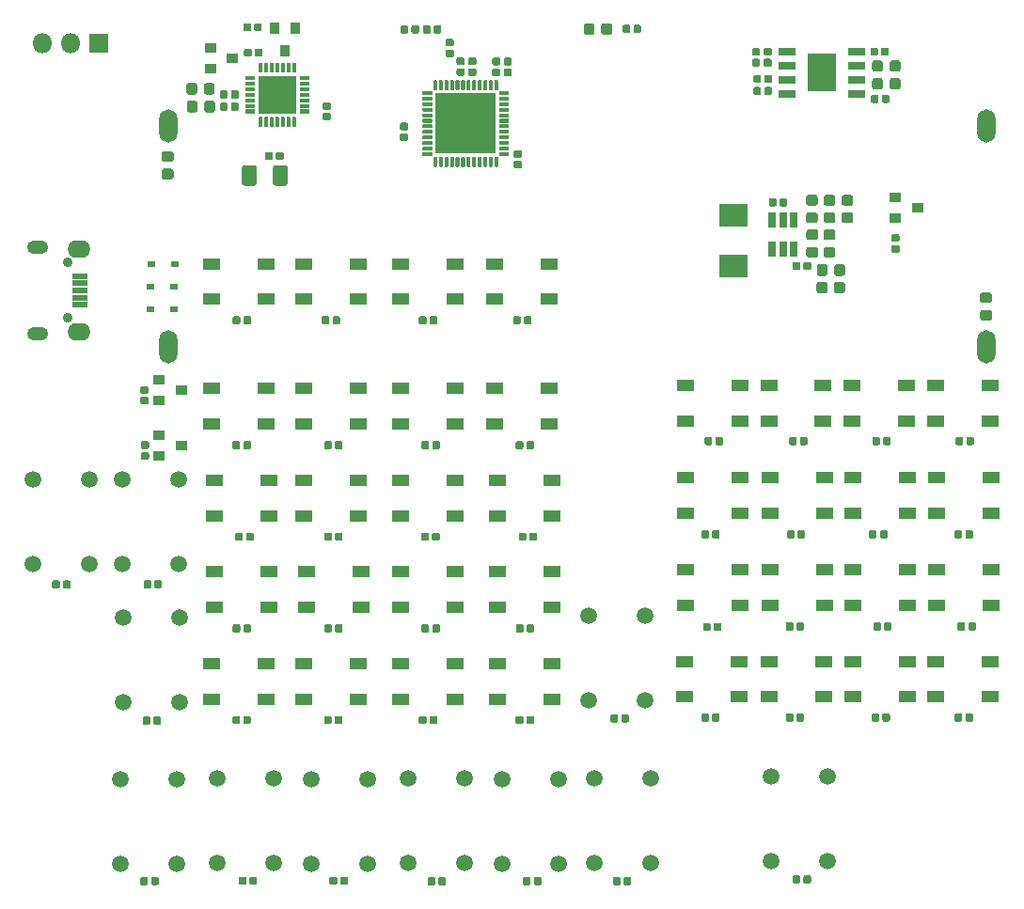
<source format=gbr>
G04 #@! TF.GenerationSoftware,KiCad,Pcbnew,5.1.5+dfsg1-2build2*
G04 #@! TF.CreationDate,2020-10-06T21:02:37+02:00*
G04 #@! TF.ProjectId,Logic_KiCad,4c6f6769-635f-44b6-9943-61642e6b6963,rev?*
G04 #@! TF.SameCoordinates,Original*
G04 #@! TF.FileFunction,Soldermask,Top*
G04 #@! TF.FilePolarity,Negative*
%FSLAX46Y46*%
G04 Gerber Fmt 4.6, Leading zero omitted, Abs format (unit mm)*
G04 Created by KiCad (PCBNEW 5.1.5+dfsg1-2build2) date 2020-10-06 21:02:37*
%MOMM*%
%LPD*%
G04 APERTURE LIST*
%ADD10O,1.624000X3.000000*%
%ADD11C,1.497000*%
%ADD12C,0.350000*%
%ADD13R,2.500000X3.400000*%
%ADD14R,1.600000X0.700000*%
%ADD15O,1.800000X1.800000*%
%ADD16R,1.800000X1.800000*%
%ADD17R,0.750000X1.320000*%
%ADD18R,3.450000X3.450000*%
%ADD19R,5.400000X5.400000*%
%ADD20R,1.000000X0.900000*%
%ADD21R,0.900000X1.000000*%
%ADD22R,2.600000X2.000000*%
%ADD23O,0.900000X0.900000*%
%ADD24O,1.900000X1.250000*%
%ADD25O,2.100000X1.550000*%
%ADD26R,1.400000X0.550000*%
%ADD27R,1.600000X1.100000*%
%ADD28R,0.700000X0.550000*%
G04 APERTURE END LIST*
D10*
G04 #@! TO.C,U4*
X222050000Y-26225000D03*
X148350000Y-26225000D03*
X148350000Y-46125000D03*
X222050000Y-46125000D03*
G04 #@! TD*
D11*
G04 #@! TO.C,SW11*
X183505000Y-92675000D03*
X178425000Y-92675000D03*
X183505000Y-85055000D03*
X178425000Y-85055000D03*
G04 #@! TD*
G04 #@! TO.C,SW12*
X191780000Y-92625000D03*
X186700000Y-92625000D03*
X191780000Y-85005000D03*
X186700000Y-85005000D03*
G04 #@! TD*
D12*
G04 #@! TO.C,R19*
G36*
X171829408Y-17180831D02*
G01*
X171846153Y-17183315D01*
X171862574Y-17187428D01*
X171878513Y-17193131D01*
X171893816Y-17200369D01*
X171908336Y-17209071D01*
X171921933Y-17219156D01*
X171934476Y-17230524D01*
X171945844Y-17243067D01*
X171955929Y-17256664D01*
X171964631Y-17271184D01*
X171971869Y-17286487D01*
X171977572Y-17302426D01*
X171981685Y-17318847D01*
X171984169Y-17335592D01*
X171985000Y-17352500D01*
X171985000Y-17747500D01*
X171984169Y-17764408D01*
X171981685Y-17781153D01*
X171977572Y-17797574D01*
X171971869Y-17813513D01*
X171964631Y-17828816D01*
X171955929Y-17843336D01*
X171945844Y-17856933D01*
X171934476Y-17869476D01*
X171921933Y-17880844D01*
X171908336Y-17890929D01*
X171893816Y-17899631D01*
X171878513Y-17906869D01*
X171862574Y-17912572D01*
X171846153Y-17916685D01*
X171829408Y-17919169D01*
X171812500Y-17920000D01*
X171467500Y-17920000D01*
X171450592Y-17919169D01*
X171433847Y-17916685D01*
X171417426Y-17912572D01*
X171401487Y-17906869D01*
X171386184Y-17899631D01*
X171371664Y-17890929D01*
X171358067Y-17880844D01*
X171345524Y-17869476D01*
X171334156Y-17856933D01*
X171324071Y-17843336D01*
X171315369Y-17828816D01*
X171308131Y-17813513D01*
X171302428Y-17797574D01*
X171298315Y-17781153D01*
X171295831Y-17764408D01*
X171295000Y-17747500D01*
X171295000Y-17352500D01*
X171295831Y-17335592D01*
X171298315Y-17318847D01*
X171302428Y-17302426D01*
X171308131Y-17286487D01*
X171315369Y-17271184D01*
X171324071Y-17256664D01*
X171334156Y-17243067D01*
X171345524Y-17230524D01*
X171358067Y-17219156D01*
X171371664Y-17209071D01*
X171386184Y-17200369D01*
X171401487Y-17193131D01*
X171417426Y-17187428D01*
X171433847Y-17183315D01*
X171450592Y-17180831D01*
X171467500Y-17180000D01*
X171812500Y-17180000D01*
X171829408Y-17180831D01*
G37*
G36*
X172799408Y-17180831D02*
G01*
X172816153Y-17183315D01*
X172832574Y-17187428D01*
X172848513Y-17193131D01*
X172863816Y-17200369D01*
X172878336Y-17209071D01*
X172891933Y-17219156D01*
X172904476Y-17230524D01*
X172915844Y-17243067D01*
X172925929Y-17256664D01*
X172934631Y-17271184D01*
X172941869Y-17286487D01*
X172947572Y-17302426D01*
X172951685Y-17318847D01*
X172954169Y-17335592D01*
X172955000Y-17352500D01*
X172955000Y-17747500D01*
X172954169Y-17764408D01*
X172951685Y-17781153D01*
X172947572Y-17797574D01*
X172941869Y-17813513D01*
X172934631Y-17828816D01*
X172925929Y-17843336D01*
X172915844Y-17856933D01*
X172904476Y-17869476D01*
X172891933Y-17880844D01*
X172878336Y-17890929D01*
X172863816Y-17899631D01*
X172848513Y-17906869D01*
X172832574Y-17912572D01*
X172816153Y-17916685D01*
X172799408Y-17919169D01*
X172782500Y-17920000D01*
X172437500Y-17920000D01*
X172420592Y-17919169D01*
X172403847Y-17916685D01*
X172387426Y-17912572D01*
X172371487Y-17906869D01*
X172356184Y-17899631D01*
X172341664Y-17890929D01*
X172328067Y-17880844D01*
X172315524Y-17869476D01*
X172304156Y-17856933D01*
X172294071Y-17843336D01*
X172285369Y-17828816D01*
X172278131Y-17813513D01*
X172272428Y-17797574D01*
X172268315Y-17781153D01*
X172265831Y-17764408D01*
X172265000Y-17747500D01*
X172265000Y-17352500D01*
X172265831Y-17335592D01*
X172268315Y-17318847D01*
X172272428Y-17302426D01*
X172278131Y-17286487D01*
X172285369Y-17271184D01*
X172294071Y-17256664D01*
X172304156Y-17243067D01*
X172315524Y-17230524D01*
X172328067Y-17219156D01*
X172341664Y-17209071D01*
X172356184Y-17200369D01*
X172371487Y-17193131D01*
X172387426Y-17187428D01*
X172403847Y-17183315D01*
X172420592Y-17180831D01*
X172437500Y-17180000D01*
X172782500Y-17180000D01*
X172799408Y-17180831D01*
G37*
G04 #@! TD*
D11*
G04 #@! TO.C,SW3*
X149330000Y-65675000D03*
X144250000Y-65675000D03*
X149330000Y-58055000D03*
X144250000Y-58055000D03*
G04 #@! TD*
G04 #@! TO.C,SW10*
X175030000Y-92650000D03*
X169950000Y-92650000D03*
X175030000Y-85030000D03*
X169950000Y-85030000D03*
G04 #@! TD*
G04 #@! TO.C,SW9*
X166305000Y-92675000D03*
X161225000Y-92675000D03*
X166305000Y-85055000D03*
X161225000Y-85055000D03*
G04 #@! TD*
D12*
G04 #@! TO.C,C36*
G36*
X188939408Y-93880831D02*
G01*
X188956153Y-93883315D01*
X188972574Y-93887428D01*
X188988513Y-93893131D01*
X189003816Y-93900369D01*
X189018336Y-93909071D01*
X189031933Y-93919156D01*
X189044476Y-93930524D01*
X189055844Y-93943067D01*
X189065929Y-93956664D01*
X189074631Y-93971184D01*
X189081869Y-93986487D01*
X189087572Y-94002426D01*
X189091685Y-94018847D01*
X189094169Y-94035592D01*
X189095000Y-94052500D01*
X189095000Y-94447500D01*
X189094169Y-94464408D01*
X189091685Y-94481153D01*
X189087572Y-94497574D01*
X189081869Y-94513513D01*
X189074631Y-94528816D01*
X189065929Y-94543336D01*
X189055844Y-94556933D01*
X189044476Y-94569476D01*
X189031933Y-94580844D01*
X189018336Y-94590929D01*
X189003816Y-94599631D01*
X188988513Y-94606869D01*
X188972574Y-94612572D01*
X188956153Y-94616685D01*
X188939408Y-94619169D01*
X188922500Y-94620000D01*
X188577500Y-94620000D01*
X188560592Y-94619169D01*
X188543847Y-94616685D01*
X188527426Y-94612572D01*
X188511487Y-94606869D01*
X188496184Y-94599631D01*
X188481664Y-94590929D01*
X188468067Y-94580844D01*
X188455524Y-94569476D01*
X188444156Y-94556933D01*
X188434071Y-94543336D01*
X188425369Y-94528816D01*
X188418131Y-94513513D01*
X188412428Y-94497574D01*
X188408315Y-94481153D01*
X188405831Y-94464408D01*
X188405000Y-94447500D01*
X188405000Y-94052500D01*
X188405831Y-94035592D01*
X188408315Y-94018847D01*
X188412428Y-94002426D01*
X188418131Y-93986487D01*
X188425369Y-93971184D01*
X188434071Y-93956664D01*
X188444156Y-93943067D01*
X188455524Y-93930524D01*
X188468067Y-93919156D01*
X188481664Y-93909071D01*
X188496184Y-93900369D01*
X188511487Y-93893131D01*
X188527426Y-93887428D01*
X188543847Y-93883315D01*
X188560592Y-93880831D01*
X188577500Y-93880000D01*
X188922500Y-93880000D01*
X188939408Y-93880831D01*
G37*
G36*
X189909408Y-93880831D02*
G01*
X189926153Y-93883315D01*
X189942574Y-93887428D01*
X189958513Y-93893131D01*
X189973816Y-93900369D01*
X189988336Y-93909071D01*
X190001933Y-93919156D01*
X190014476Y-93930524D01*
X190025844Y-93943067D01*
X190035929Y-93956664D01*
X190044631Y-93971184D01*
X190051869Y-93986487D01*
X190057572Y-94002426D01*
X190061685Y-94018847D01*
X190064169Y-94035592D01*
X190065000Y-94052500D01*
X190065000Y-94447500D01*
X190064169Y-94464408D01*
X190061685Y-94481153D01*
X190057572Y-94497574D01*
X190051869Y-94513513D01*
X190044631Y-94528816D01*
X190035929Y-94543336D01*
X190025844Y-94556933D01*
X190014476Y-94569476D01*
X190001933Y-94580844D01*
X189988336Y-94590929D01*
X189973816Y-94599631D01*
X189958513Y-94606869D01*
X189942574Y-94612572D01*
X189926153Y-94616685D01*
X189909408Y-94619169D01*
X189892500Y-94620000D01*
X189547500Y-94620000D01*
X189530592Y-94619169D01*
X189513847Y-94616685D01*
X189497426Y-94612572D01*
X189481487Y-94606869D01*
X189466184Y-94599631D01*
X189451664Y-94590929D01*
X189438067Y-94580844D01*
X189425524Y-94569476D01*
X189414156Y-94556933D01*
X189404071Y-94543336D01*
X189395369Y-94528816D01*
X189388131Y-94513513D01*
X189382428Y-94497574D01*
X189378315Y-94481153D01*
X189375831Y-94464408D01*
X189375000Y-94447500D01*
X189375000Y-94052500D01*
X189375831Y-94035592D01*
X189378315Y-94018847D01*
X189382428Y-94002426D01*
X189388131Y-93986487D01*
X189395369Y-93971184D01*
X189404071Y-93956664D01*
X189414156Y-93943067D01*
X189425524Y-93930524D01*
X189438067Y-93919156D01*
X189451664Y-93909071D01*
X189466184Y-93900369D01*
X189481487Y-93893131D01*
X189497426Y-93887428D01*
X189513847Y-93883315D01*
X189530592Y-93880831D01*
X189547500Y-93880000D01*
X189892500Y-93880000D01*
X189909408Y-93880831D01*
G37*
G04 #@! TD*
G04 #@! TO.C,C34*
G36*
X180854408Y-93880831D02*
G01*
X180871153Y-93883315D01*
X180887574Y-93887428D01*
X180903513Y-93893131D01*
X180918816Y-93900369D01*
X180933336Y-93909071D01*
X180946933Y-93919156D01*
X180959476Y-93930524D01*
X180970844Y-93943067D01*
X180980929Y-93956664D01*
X180989631Y-93971184D01*
X180996869Y-93986487D01*
X181002572Y-94002426D01*
X181006685Y-94018847D01*
X181009169Y-94035592D01*
X181010000Y-94052500D01*
X181010000Y-94447500D01*
X181009169Y-94464408D01*
X181006685Y-94481153D01*
X181002572Y-94497574D01*
X180996869Y-94513513D01*
X180989631Y-94528816D01*
X180980929Y-94543336D01*
X180970844Y-94556933D01*
X180959476Y-94569476D01*
X180946933Y-94580844D01*
X180933336Y-94590929D01*
X180918816Y-94599631D01*
X180903513Y-94606869D01*
X180887574Y-94612572D01*
X180871153Y-94616685D01*
X180854408Y-94619169D01*
X180837500Y-94620000D01*
X180492500Y-94620000D01*
X180475592Y-94619169D01*
X180458847Y-94616685D01*
X180442426Y-94612572D01*
X180426487Y-94606869D01*
X180411184Y-94599631D01*
X180396664Y-94590929D01*
X180383067Y-94580844D01*
X180370524Y-94569476D01*
X180359156Y-94556933D01*
X180349071Y-94543336D01*
X180340369Y-94528816D01*
X180333131Y-94513513D01*
X180327428Y-94497574D01*
X180323315Y-94481153D01*
X180320831Y-94464408D01*
X180320000Y-94447500D01*
X180320000Y-94052500D01*
X180320831Y-94035592D01*
X180323315Y-94018847D01*
X180327428Y-94002426D01*
X180333131Y-93986487D01*
X180340369Y-93971184D01*
X180349071Y-93956664D01*
X180359156Y-93943067D01*
X180370524Y-93930524D01*
X180383067Y-93919156D01*
X180396664Y-93909071D01*
X180411184Y-93900369D01*
X180426487Y-93893131D01*
X180442426Y-93887428D01*
X180458847Y-93883315D01*
X180475592Y-93880831D01*
X180492500Y-93880000D01*
X180837500Y-93880000D01*
X180854408Y-93880831D01*
G37*
G36*
X181824408Y-93880831D02*
G01*
X181841153Y-93883315D01*
X181857574Y-93887428D01*
X181873513Y-93893131D01*
X181888816Y-93900369D01*
X181903336Y-93909071D01*
X181916933Y-93919156D01*
X181929476Y-93930524D01*
X181940844Y-93943067D01*
X181950929Y-93956664D01*
X181959631Y-93971184D01*
X181966869Y-93986487D01*
X181972572Y-94002426D01*
X181976685Y-94018847D01*
X181979169Y-94035592D01*
X181980000Y-94052500D01*
X181980000Y-94447500D01*
X181979169Y-94464408D01*
X181976685Y-94481153D01*
X181972572Y-94497574D01*
X181966869Y-94513513D01*
X181959631Y-94528816D01*
X181950929Y-94543336D01*
X181940844Y-94556933D01*
X181929476Y-94569476D01*
X181916933Y-94580844D01*
X181903336Y-94590929D01*
X181888816Y-94599631D01*
X181873513Y-94606869D01*
X181857574Y-94612572D01*
X181841153Y-94616685D01*
X181824408Y-94619169D01*
X181807500Y-94620000D01*
X181462500Y-94620000D01*
X181445592Y-94619169D01*
X181428847Y-94616685D01*
X181412426Y-94612572D01*
X181396487Y-94606869D01*
X181381184Y-94599631D01*
X181366664Y-94590929D01*
X181353067Y-94580844D01*
X181340524Y-94569476D01*
X181329156Y-94556933D01*
X181319071Y-94543336D01*
X181310369Y-94528816D01*
X181303131Y-94513513D01*
X181297428Y-94497574D01*
X181293315Y-94481153D01*
X181290831Y-94464408D01*
X181290000Y-94447500D01*
X181290000Y-94052500D01*
X181290831Y-94035592D01*
X181293315Y-94018847D01*
X181297428Y-94002426D01*
X181303131Y-93986487D01*
X181310369Y-93971184D01*
X181319071Y-93956664D01*
X181329156Y-93943067D01*
X181340524Y-93930524D01*
X181353067Y-93919156D01*
X181366664Y-93909071D01*
X181381184Y-93900369D01*
X181396487Y-93893131D01*
X181412426Y-93887428D01*
X181428847Y-93883315D01*
X181445592Y-93880831D01*
X181462500Y-93880000D01*
X181807500Y-93880000D01*
X181824408Y-93880831D01*
G37*
G04 #@! TD*
G04 #@! TO.C,C32*
G36*
X172254408Y-93905831D02*
G01*
X172271153Y-93908315D01*
X172287574Y-93912428D01*
X172303513Y-93918131D01*
X172318816Y-93925369D01*
X172333336Y-93934071D01*
X172346933Y-93944156D01*
X172359476Y-93955524D01*
X172370844Y-93968067D01*
X172380929Y-93981664D01*
X172389631Y-93996184D01*
X172396869Y-94011487D01*
X172402572Y-94027426D01*
X172406685Y-94043847D01*
X172409169Y-94060592D01*
X172410000Y-94077500D01*
X172410000Y-94472500D01*
X172409169Y-94489408D01*
X172406685Y-94506153D01*
X172402572Y-94522574D01*
X172396869Y-94538513D01*
X172389631Y-94553816D01*
X172380929Y-94568336D01*
X172370844Y-94581933D01*
X172359476Y-94594476D01*
X172346933Y-94605844D01*
X172333336Y-94615929D01*
X172318816Y-94624631D01*
X172303513Y-94631869D01*
X172287574Y-94637572D01*
X172271153Y-94641685D01*
X172254408Y-94644169D01*
X172237500Y-94645000D01*
X171892500Y-94645000D01*
X171875592Y-94644169D01*
X171858847Y-94641685D01*
X171842426Y-94637572D01*
X171826487Y-94631869D01*
X171811184Y-94624631D01*
X171796664Y-94615929D01*
X171783067Y-94605844D01*
X171770524Y-94594476D01*
X171759156Y-94581933D01*
X171749071Y-94568336D01*
X171740369Y-94553816D01*
X171733131Y-94538513D01*
X171727428Y-94522574D01*
X171723315Y-94506153D01*
X171720831Y-94489408D01*
X171720000Y-94472500D01*
X171720000Y-94077500D01*
X171720831Y-94060592D01*
X171723315Y-94043847D01*
X171727428Y-94027426D01*
X171733131Y-94011487D01*
X171740369Y-93996184D01*
X171749071Y-93981664D01*
X171759156Y-93968067D01*
X171770524Y-93955524D01*
X171783067Y-93944156D01*
X171796664Y-93934071D01*
X171811184Y-93925369D01*
X171826487Y-93918131D01*
X171842426Y-93912428D01*
X171858847Y-93908315D01*
X171875592Y-93905831D01*
X171892500Y-93905000D01*
X172237500Y-93905000D01*
X172254408Y-93905831D01*
G37*
G36*
X173224408Y-93905831D02*
G01*
X173241153Y-93908315D01*
X173257574Y-93912428D01*
X173273513Y-93918131D01*
X173288816Y-93925369D01*
X173303336Y-93934071D01*
X173316933Y-93944156D01*
X173329476Y-93955524D01*
X173340844Y-93968067D01*
X173350929Y-93981664D01*
X173359631Y-93996184D01*
X173366869Y-94011487D01*
X173372572Y-94027426D01*
X173376685Y-94043847D01*
X173379169Y-94060592D01*
X173380000Y-94077500D01*
X173380000Y-94472500D01*
X173379169Y-94489408D01*
X173376685Y-94506153D01*
X173372572Y-94522574D01*
X173366869Y-94538513D01*
X173359631Y-94553816D01*
X173350929Y-94568336D01*
X173340844Y-94581933D01*
X173329476Y-94594476D01*
X173316933Y-94605844D01*
X173303336Y-94615929D01*
X173288816Y-94624631D01*
X173273513Y-94631869D01*
X173257574Y-94637572D01*
X173241153Y-94641685D01*
X173224408Y-94644169D01*
X173207500Y-94645000D01*
X172862500Y-94645000D01*
X172845592Y-94644169D01*
X172828847Y-94641685D01*
X172812426Y-94637572D01*
X172796487Y-94631869D01*
X172781184Y-94624631D01*
X172766664Y-94615929D01*
X172753067Y-94605844D01*
X172740524Y-94594476D01*
X172729156Y-94581933D01*
X172719071Y-94568336D01*
X172710369Y-94553816D01*
X172703131Y-94538513D01*
X172697428Y-94522574D01*
X172693315Y-94506153D01*
X172690831Y-94489408D01*
X172690000Y-94472500D01*
X172690000Y-94077500D01*
X172690831Y-94060592D01*
X172693315Y-94043847D01*
X172697428Y-94027426D01*
X172703131Y-94011487D01*
X172710369Y-93996184D01*
X172719071Y-93981664D01*
X172729156Y-93968067D01*
X172740524Y-93955524D01*
X172753067Y-93944156D01*
X172766664Y-93934071D01*
X172781184Y-93925369D01*
X172796487Y-93918131D01*
X172812426Y-93912428D01*
X172828847Y-93908315D01*
X172845592Y-93905831D01*
X172862500Y-93905000D01*
X173207500Y-93905000D01*
X173224408Y-93905831D01*
G37*
G04 #@! TD*
G04 #@! TO.C,C30*
G36*
X163429408Y-93855831D02*
G01*
X163446153Y-93858315D01*
X163462574Y-93862428D01*
X163478513Y-93868131D01*
X163493816Y-93875369D01*
X163508336Y-93884071D01*
X163521933Y-93894156D01*
X163534476Y-93905524D01*
X163545844Y-93918067D01*
X163555929Y-93931664D01*
X163564631Y-93946184D01*
X163571869Y-93961487D01*
X163577572Y-93977426D01*
X163581685Y-93993847D01*
X163584169Y-94010592D01*
X163585000Y-94027500D01*
X163585000Y-94422500D01*
X163584169Y-94439408D01*
X163581685Y-94456153D01*
X163577572Y-94472574D01*
X163571869Y-94488513D01*
X163564631Y-94503816D01*
X163555929Y-94518336D01*
X163545844Y-94531933D01*
X163534476Y-94544476D01*
X163521933Y-94555844D01*
X163508336Y-94565929D01*
X163493816Y-94574631D01*
X163478513Y-94581869D01*
X163462574Y-94587572D01*
X163446153Y-94591685D01*
X163429408Y-94594169D01*
X163412500Y-94595000D01*
X163067500Y-94595000D01*
X163050592Y-94594169D01*
X163033847Y-94591685D01*
X163017426Y-94587572D01*
X163001487Y-94581869D01*
X162986184Y-94574631D01*
X162971664Y-94565929D01*
X162958067Y-94555844D01*
X162945524Y-94544476D01*
X162934156Y-94531933D01*
X162924071Y-94518336D01*
X162915369Y-94503816D01*
X162908131Y-94488513D01*
X162902428Y-94472574D01*
X162898315Y-94456153D01*
X162895831Y-94439408D01*
X162895000Y-94422500D01*
X162895000Y-94027500D01*
X162895831Y-94010592D01*
X162898315Y-93993847D01*
X162902428Y-93977426D01*
X162908131Y-93961487D01*
X162915369Y-93946184D01*
X162924071Y-93931664D01*
X162934156Y-93918067D01*
X162945524Y-93905524D01*
X162958067Y-93894156D01*
X162971664Y-93884071D01*
X162986184Y-93875369D01*
X163001487Y-93868131D01*
X163017426Y-93862428D01*
X163033847Y-93858315D01*
X163050592Y-93855831D01*
X163067500Y-93855000D01*
X163412500Y-93855000D01*
X163429408Y-93855831D01*
G37*
G36*
X164399408Y-93855831D02*
G01*
X164416153Y-93858315D01*
X164432574Y-93862428D01*
X164448513Y-93868131D01*
X164463816Y-93875369D01*
X164478336Y-93884071D01*
X164491933Y-93894156D01*
X164504476Y-93905524D01*
X164515844Y-93918067D01*
X164525929Y-93931664D01*
X164534631Y-93946184D01*
X164541869Y-93961487D01*
X164547572Y-93977426D01*
X164551685Y-93993847D01*
X164554169Y-94010592D01*
X164555000Y-94027500D01*
X164555000Y-94422500D01*
X164554169Y-94439408D01*
X164551685Y-94456153D01*
X164547572Y-94472574D01*
X164541869Y-94488513D01*
X164534631Y-94503816D01*
X164525929Y-94518336D01*
X164515844Y-94531933D01*
X164504476Y-94544476D01*
X164491933Y-94555844D01*
X164478336Y-94565929D01*
X164463816Y-94574631D01*
X164448513Y-94581869D01*
X164432574Y-94587572D01*
X164416153Y-94591685D01*
X164399408Y-94594169D01*
X164382500Y-94595000D01*
X164037500Y-94595000D01*
X164020592Y-94594169D01*
X164003847Y-94591685D01*
X163987426Y-94587572D01*
X163971487Y-94581869D01*
X163956184Y-94574631D01*
X163941664Y-94565929D01*
X163928067Y-94555844D01*
X163915524Y-94544476D01*
X163904156Y-94531933D01*
X163894071Y-94518336D01*
X163885369Y-94503816D01*
X163878131Y-94488513D01*
X163872428Y-94472574D01*
X163868315Y-94456153D01*
X163865831Y-94439408D01*
X163865000Y-94422500D01*
X163865000Y-94027500D01*
X163865831Y-94010592D01*
X163868315Y-93993847D01*
X163872428Y-93977426D01*
X163878131Y-93961487D01*
X163885369Y-93946184D01*
X163894071Y-93931664D01*
X163904156Y-93918067D01*
X163915524Y-93905524D01*
X163928067Y-93894156D01*
X163941664Y-93884071D01*
X163956184Y-93875369D01*
X163971487Y-93868131D01*
X163987426Y-93862428D01*
X164003847Y-93858315D01*
X164020592Y-93855831D01*
X164037500Y-93855000D01*
X164382500Y-93855000D01*
X164399408Y-93855831D01*
G37*
G04 #@! TD*
G04 #@! TO.C,R9*
G36*
X209080142Y-40276174D02*
G01*
X209103803Y-40279684D01*
X209127007Y-40285496D01*
X209149529Y-40293554D01*
X209171153Y-40303782D01*
X209191670Y-40316079D01*
X209210883Y-40330329D01*
X209228607Y-40346393D01*
X209244671Y-40364117D01*
X209258921Y-40383330D01*
X209271218Y-40403847D01*
X209281446Y-40425471D01*
X209289504Y-40447993D01*
X209295316Y-40471197D01*
X209298826Y-40494858D01*
X209300000Y-40518750D01*
X209300000Y-41081250D01*
X209298826Y-41105142D01*
X209295316Y-41128803D01*
X209289504Y-41152007D01*
X209281446Y-41174529D01*
X209271218Y-41196153D01*
X209258921Y-41216670D01*
X209244671Y-41235883D01*
X209228607Y-41253607D01*
X209210883Y-41269671D01*
X209191670Y-41283921D01*
X209171153Y-41296218D01*
X209149529Y-41306446D01*
X209127007Y-41314504D01*
X209103803Y-41320316D01*
X209080142Y-41323826D01*
X209056250Y-41325000D01*
X208568750Y-41325000D01*
X208544858Y-41323826D01*
X208521197Y-41320316D01*
X208497993Y-41314504D01*
X208475471Y-41306446D01*
X208453847Y-41296218D01*
X208433330Y-41283921D01*
X208414117Y-41269671D01*
X208396393Y-41253607D01*
X208380329Y-41235883D01*
X208366079Y-41216670D01*
X208353782Y-41196153D01*
X208343554Y-41174529D01*
X208335496Y-41152007D01*
X208329684Y-41128803D01*
X208326174Y-41105142D01*
X208325000Y-41081250D01*
X208325000Y-40518750D01*
X208326174Y-40494858D01*
X208329684Y-40471197D01*
X208335496Y-40447993D01*
X208343554Y-40425471D01*
X208353782Y-40403847D01*
X208366079Y-40383330D01*
X208380329Y-40364117D01*
X208396393Y-40346393D01*
X208414117Y-40330329D01*
X208433330Y-40316079D01*
X208453847Y-40303782D01*
X208475471Y-40293554D01*
X208497993Y-40285496D01*
X208521197Y-40279684D01*
X208544858Y-40276174D01*
X208568750Y-40275000D01*
X209056250Y-40275000D01*
X209080142Y-40276174D01*
G37*
G36*
X207505142Y-40276174D02*
G01*
X207528803Y-40279684D01*
X207552007Y-40285496D01*
X207574529Y-40293554D01*
X207596153Y-40303782D01*
X207616670Y-40316079D01*
X207635883Y-40330329D01*
X207653607Y-40346393D01*
X207669671Y-40364117D01*
X207683921Y-40383330D01*
X207696218Y-40403847D01*
X207706446Y-40425471D01*
X207714504Y-40447993D01*
X207720316Y-40471197D01*
X207723826Y-40494858D01*
X207725000Y-40518750D01*
X207725000Y-41081250D01*
X207723826Y-41105142D01*
X207720316Y-41128803D01*
X207714504Y-41152007D01*
X207706446Y-41174529D01*
X207696218Y-41196153D01*
X207683921Y-41216670D01*
X207669671Y-41235883D01*
X207653607Y-41253607D01*
X207635883Y-41269671D01*
X207616670Y-41283921D01*
X207596153Y-41296218D01*
X207574529Y-41306446D01*
X207552007Y-41314504D01*
X207528803Y-41320316D01*
X207505142Y-41323826D01*
X207481250Y-41325000D01*
X206993750Y-41325000D01*
X206969858Y-41323826D01*
X206946197Y-41320316D01*
X206922993Y-41314504D01*
X206900471Y-41306446D01*
X206878847Y-41296218D01*
X206858330Y-41283921D01*
X206839117Y-41269671D01*
X206821393Y-41253607D01*
X206805329Y-41235883D01*
X206791079Y-41216670D01*
X206778782Y-41196153D01*
X206768554Y-41174529D01*
X206760496Y-41152007D01*
X206754684Y-41128803D01*
X206751174Y-41105142D01*
X206750000Y-41081250D01*
X206750000Y-40518750D01*
X206751174Y-40494858D01*
X206754684Y-40471197D01*
X206760496Y-40447993D01*
X206768554Y-40425471D01*
X206778782Y-40403847D01*
X206791079Y-40383330D01*
X206805329Y-40364117D01*
X206821393Y-40346393D01*
X206839117Y-40330329D01*
X206858330Y-40316079D01*
X206878847Y-40303782D01*
X206900471Y-40293554D01*
X206922993Y-40285496D01*
X206946197Y-40279684D01*
X206969858Y-40276174D01*
X206993750Y-40275000D01*
X207481250Y-40275000D01*
X207505142Y-40276174D01*
G37*
G04 #@! TD*
G04 #@! TO.C,R8*
G36*
X207517642Y-38701174D02*
G01*
X207541303Y-38704684D01*
X207564507Y-38710496D01*
X207587029Y-38718554D01*
X207608653Y-38728782D01*
X207629170Y-38741079D01*
X207648383Y-38755329D01*
X207666107Y-38771393D01*
X207682171Y-38789117D01*
X207696421Y-38808330D01*
X207708718Y-38828847D01*
X207718946Y-38850471D01*
X207727004Y-38872993D01*
X207732816Y-38896197D01*
X207736326Y-38919858D01*
X207737500Y-38943750D01*
X207737500Y-39506250D01*
X207736326Y-39530142D01*
X207732816Y-39553803D01*
X207727004Y-39577007D01*
X207718946Y-39599529D01*
X207708718Y-39621153D01*
X207696421Y-39641670D01*
X207682171Y-39660883D01*
X207666107Y-39678607D01*
X207648383Y-39694671D01*
X207629170Y-39708921D01*
X207608653Y-39721218D01*
X207587029Y-39731446D01*
X207564507Y-39739504D01*
X207541303Y-39745316D01*
X207517642Y-39748826D01*
X207493750Y-39750000D01*
X207006250Y-39750000D01*
X206982358Y-39748826D01*
X206958697Y-39745316D01*
X206935493Y-39739504D01*
X206912971Y-39731446D01*
X206891347Y-39721218D01*
X206870830Y-39708921D01*
X206851617Y-39694671D01*
X206833893Y-39678607D01*
X206817829Y-39660883D01*
X206803579Y-39641670D01*
X206791282Y-39621153D01*
X206781054Y-39599529D01*
X206772996Y-39577007D01*
X206767184Y-39553803D01*
X206763674Y-39530142D01*
X206762500Y-39506250D01*
X206762500Y-38943750D01*
X206763674Y-38919858D01*
X206767184Y-38896197D01*
X206772996Y-38872993D01*
X206781054Y-38850471D01*
X206791282Y-38828847D01*
X206803579Y-38808330D01*
X206817829Y-38789117D01*
X206833893Y-38771393D01*
X206851617Y-38755329D01*
X206870830Y-38741079D01*
X206891347Y-38728782D01*
X206912971Y-38718554D01*
X206935493Y-38710496D01*
X206958697Y-38704684D01*
X206982358Y-38701174D01*
X207006250Y-38700000D01*
X207493750Y-38700000D01*
X207517642Y-38701174D01*
G37*
G36*
X209092642Y-38701174D02*
G01*
X209116303Y-38704684D01*
X209139507Y-38710496D01*
X209162029Y-38718554D01*
X209183653Y-38728782D01*
X209204170Y-38741079D01*
X209223383Y-38755329D01*
X209241107Y-38771393D01*
X209257171Y-38789117D01*
X209271421Y-38808330D01*
X209283718Y-38828847D01*
X209293946Y-38850471D01*
X209302004Y-38872993D01*
X209307816Y-38896197D01*
X209311326Y-38919858D01*
X209312500Y-38943750D01*
X209312500Y-39506250D01*
X209311326Y-39530142D01*
X209307816Y-39553803D01*
X209302004Y-39577007D01*
X209293946Y-39599529D01*
X209283718Y-39621153D01*
X209271421Y-39641670D01*
X209257171Y-39660883D01*
X209241107Y-39678607D01*
X209223383Y-39694671D01*
X209204170Y-39708921D01*
X209183653Y-39721218D01*
X209162029Y-39731446D01*
X209139507Y-39739504D01*
X209116303Y-39745316D01*
X209092642Y-39748826D01*
X209068750Y-39750000D01*
X208581250Y-39750000D01*
X208557358Y-39748826D01*
X208533697Y-39745316D01*
X208510493Y-39739504D01*
X208487971Y-39731446D01*
X208466347Y-39721218D01*
X208445830Y-39708921D01*
X208426617Y-39694671D01*
X208408893Y-39678607D01*
X208392829Y-39660883D01*
X208378579Y-39641670D01*
X208366282Y-39621153D01*
X208356054Y-39599529D01*
X208347996Y-39577007D01*
X208342184Y-39553803D01*
X208338674Y-39530142D01*
X208337500Y-39506250D01*
X208337500Y-38943750D01*
X208338674Y-38919858D01*
X208342184Y-38896197D01*
X208347996Y-38872993D01*
X208356054Y-38850471D01*
X208366282Y-38828847D01*
X208378579Y-38808330D01*
X208392829Y-38789117D01*
X208408893Y-38771393D01*
X208426617Y-38755329D01*
X208445830Y-38741079D01*
X208466347Y-38728782D01*
X208487971Y-38718554D01*
X208510493Y-38710496D01*
X208533697Y-38704684D01*
X208557358Y-38701174D01*
X208581250Y-38700000D01*
X209068750Y-38700000D01*
X209092642Y-38701174D01*
G37*
G04 #@! TD*
D13*
G04 #@! TO.C,U5*
X207225000Y-21450000D03*
D14*
X210325000Y-19545000D03*
X210325000Y-20815000D03*
X210325000Y-22085000D03*
X210325000Y-23355000D03*
X204125000Y-23355000D03*
X204125000Y-22085000D03*
X204125000Y-20815000D03*
X204125000Y-19545000D03*
G04 #@! TD*
D15*
G04 #@! TO.C,SW1*
X137020000Y-18775000D03*
X139560000Y-18775000D03*
D16*
X142100000Y-18775000D03*
G04 #@! TD*
D17*
G04 #@! TO.C,U3*
X202775000Y-34690000D03*
X203725000Y-34690000D03*
X204675000Y-34690000D03*
X204675000Y-37310000D03*
X203725000Y-37310000D03*
X202775000Y-37310000D03*
G04 #@! TD*
D18*
G04 #@! TO.C,U2*
X158195000Y-23430000D03*
D12*
G36*
X156116076Y-24755421D02*
G01*
X156124570Y-24756681D01*
X156132900Y-24758768D01*
X156140985Y-24761661D01*
X156148747Y-24765332D01*
X156156112Y-24769746D01*
X156163009Y-24774862D01*
X156169372Y-24780628D01*
X156175138Y-24786991D01*
X156180254Y-24793888D01*
X156184668Y-24801253D01*
X156188339Y-24809015D01*
X156191232Y-24817100D01*
X156193319Y-24825430D01*
X156194579Y-24833924D01*
X156195000Y-24842500D01*
X156195000Y-25017500D01*
X156194579Y-25026076D01*
X156193319Y-25034570D01*
X156191232Y-25042900D01*
X156188339Y-25050985D01*
X156184668Y-25058747D01*
X156180254Y-25066112D01*
X156175138Y-25073009D01*
X156169372Y-25079372D01*
X156163009Y-25085138D01*
X156156112Y-25090254D01*
X156148747Y-25094668D01*
X156140985Y-25098339D01*
X156132900Y-25101232D01*
X156124570Y-25103319D01*
X156116076Y-25104579D01*
X156107500Y-25105000D01*
X155382500Y-25105000D01*
X155373924Y-25104579D01*
X155365430Y-25103319D01*
X155357100Y-25101232D01*
X155349015Y-25098339D01*
X155341253Y-25094668D01*
X155333888Y-25090254D01*
X155326991Y-25085138D01*
X155320628Y-25079372D01*
X155314862Y-25073009D01*
X155309746Y-25066112D01*
X155305332Y-25058747D01*
X155301661Y-25050985D01*
X155298768Y-25042900D01*
X155296681Y-25034570D01*
X155295421Y-25026076D01*
X155295000Y-25017500D01*
X155295000Y-24842500D01*
X155295421Y-24833924D01*
X155296681Y-24825430D01*
X155298768Y-24817100D01*
X155301661Y-24809015D01*
X155305332Y-24801253D01*
X155309746Y-24793888D01*
X155314862Y-24786991D01*
X155320628Y-24780628D01*
X155326991Y-24774862D01*
X155333888Y-24769746D01*
X155341253Y-24765332D01*
X155349015Y-24761661D01*
X155357100Y-24758768D01*
X155365430Y-24756681D01*
X155373924Y-24755421D01*
X155382500Y-24755000D01*
X156107500Y-24755000D01*
X156116076Y-24755421D01*
G37*
G36*
X156116076Y-24255421D02*
G01*
X156124570Y-24256681D01*
X156132900Y-24258768D01*
X156140985Y-24261661D01*
X156148747Y-24265332D01*
X156156112Y-24269746D01*
X156163009Y-24274862D01*
X156169372Y-24280628D01*
X156175138Y-24286991D01*
X156180254Y-24293888D01*
X156184668Y-24301253D01*
X156188339Y-24309015D01*
X156191232Y-24317100D01*
X156193319Y-24325430D01*
X156194579Y-24333924D01*
X156195000Y-24342500D01*
X156195000Y-24517500D01*
X156194579Y-24526076D01*
X156193319Y-24534570D01*
X156191232Y-24542900D01*
X156188339Y-24550985D01*
X156184668Y-24558747D01*
X156180254Y-24566112D01*
X156175138Y-24573009D01*
X156169372Y-24579372D01*
X156163009Y-24585138D01*
X156156112Y-24590254D01*
X156148747Y-24594668D01*
X156140985Y-24598339D01*
X156132900Y-24601232D01*
X156124570Y-24603319D01*
X156116076Y-24604579D01*
X156107500Y-24605000D01*
X155382500Y-24605000D01*
X155373924Y-24604579D01*
X155365430Y-24603319D01*
X155357100Y-24601232D01*
X155349015Y-24598339D01*
X155341253Y-24594668D01*
X155333888Y-24590254D01*
X155326991Y-24585138D01*
X155320628Y-24579372D01*
X155314862Y-24573009D01*
X155309746Y-24566112D01*
X155305332Y-24558747D01*
X155301661Y-24550985D01*
X155298768Y-24542900D01*
X155296681Y-24534570D01*
X155295421Y-24526076D01*
X155295000Y-24517500D01*
X155295000Y-24342500D01*
X155295421Y-24333924D01*
X155296681Y-24325430D01*
X155298768Y-24317100D01*
X155301661Y-24309015D01*
X155305332Y-24301253D01*
X155309746Y-24293888D01*
X155314862Y-24286991D01*
X155320628Y-24280628D01*
X155326991Y-24274862D01*
X155333888Y-24269746D01*
X155341253Y-24265332D01*
X155349015Y-24261661D01*
X155357100Y-24258768D01*
X155365430Y-24256681D01*
X155373924Y-24255421D01*
X155382500Y-24255000D01*
X156107500Y-24255000D01*
X156116076Y-24255421D01*
G37*
G36*
X156116076Y-23755421D02*
G01*
X156124570Y-23756681D01*
X156132900Y-23758768D01*
X156140985Y-23761661D01*
X156148747Y-23765332D01*
X156156112Y-23769746D01*
X156163009Y-23774862D01*
X156169372Y-23780628D01*
X156175138Y-23786991D01*
X156180254Y-23793888D01*
X156184668Y-23801253D01*
X156188339Y-23809015D01*
X156191232Y-23817100D01*
X156193319Y-23825430D01*
X156194579Y-23833924D01*
X156195000Y-23842500D01*
X156195000Y-24017500D01*
X156194579Y-24026076D01*
X156193319Y-24034570D01*
X156191232Y-24042900D01*
X156188339Y-24050985D01*
X156184668Y-24058747D01*
X156180254Y-24066112D01*
X156175138Y-24073009D01*
X156169372Y-24079372D01*
X156163009Y-24085138D01*
X156156112Y-24090254D01*
X156148747Y-24094668D01*
X156140985Y-24098339D01*
X156132900Y-24101232D01*
X156124570Y-24103319D01*
X156116076Y-24104579D01*
X156107500Y-24105000D01*
X155382500Y-24105000D01*
X155373924Y-24104579D01*
X155365430Y-24103319D01*
X155357100Y-24101232D01*
X155349015Y-24098339D01*
X155341253Y-24094668D01*
X155333888Y-24090254D01*
X155326991Y-24085138D01*
X155320628Y-24079372D01*
X155314862Y-24073009D01*
X155309746Y-24066112D01*
X155305332Y-24058747D01*
X155301661Y-24050985D01*
X155298768Y-24042900D01*
X155296681Y-24034570D01*
X155295421Y-24026076D01*
X155295000Y-24017500D01*
X155295000Y-23842500D01*
X155295421Y-23833924D01*
X155296681Y-23825430D01*
X155298768Y-23817100D01*
X155301661Y-23809015D01*
X155305332Y-23801253D01*
X155309746Y-23793888D01*
X155314862Y-23786991D01*
X155320628Y-23780628D01*
X155326991Y-23774862D01*
X155333888Y-23769746D01*
X155341253Y-23765332D01*
X155349015Y-23761661D01*
X155357100Y-23758768D01*
X155365430Y-23756681D01*
X155373924Y-23755421D01*
X155382500Y-23755000D01*
X156107500Y-23755000D01*
X156116076Y-23755421D01*
G37*
G36*
X156116076Y-23255421D02*
G01*
X156124570Y-23256681D01*
X156132900Y-23258768D01*
X156140985Y-23261661D01*
X156148747Y-23265332D01*
X156156112Y-23269746D01*
X156163009Y-23274862D01*
X156169372Y-23280628D01*
X156175138Y-23286991D01*
X156180254Y-23293888D01*
X156184668Y-23301253D01*
X156188339Y-23309015D01*
X156191232Y-23317100D01*
X156193319Y-23325430D01*
X156194579Y-23333924D01*
X156195000Y-23342500D01*
X156195000Y-23517500D01*
X156194579Y-23526076D01*
X156193319Y-23534570D01*
X156191232Y-23542900D01*
X156188339Y-23550985D01*
X156184668Y-23558747D01*
X156180254Y-23566112D01*
X156175138Y-23573009D01*
X156169372Y-23579372D01*
X156163009Y-23585138D01*
X156156112Y-23590254D01*
X156148747Y-23594668D01*
X156140985Y-23598339D01*
X156132900Y-23601232D01*
X156124570Y-23603319D01*
X156116076Y-23604579D01*
X156107500Y-23605000D01*
X155382500Y-23605000D01*
X155373924Y-23604579D01*
X155365430Y-23603319D01*
X155357100Y-23601232D01*
X155349015Y-23598339D01*
X155341253Y-23594668D01*
X155333888Y-23590254D01*
X155326991Y-23585138D01*
X155320628Y-23579372D01*
X155314862Y-23573009D01*
X155309746Y-23566112D01*
X155305332Y-23558747D01*
X155301661Y-23550985D01*
X155298768Y-23542900D01*
X155296681Y-23534570D01*
X155295421Y-23526076D01*
X155295000Y-23517500D01*
X155295000Y-23342500D01*
X155295421Y-23333924D01*
X155296681Y-23325430D01*
X155298768Y-23317100D01*
X155301661Y-23309015D01*
X155305332Y-23301253D01*
X155309746Y-23293888D01*
X155314862Y-23286991D01*
X155320628Y-23280628D01*
X155326991Y-23274862D01*
X155333888Y-23269746D01*
X155341253Y-23265332D01*
X155349015Y-23261661D01*
X155357100Y-23258768D01*
X155365430Y-23256681D01*
X155373924Y-23255421D01*
X155382500Y-23255000D01*
X156107500Y-23255000D01*
X156116076Y-23255421D01*
G37*
G36*
X156116076Y-22755421D02*
G01*
X156124570Y-22756681D01*
X156132900Y-22758768D01*
X156140985Y-22761661D01*
X156148747Y-22765332D01*
X156156112Y-22769746D01*
X156163009Y-22774862D01*
X156169372Y-22780628D01*
X156175138Y-22786991D01*
X156180254Y-22793888D01*
X156184668Y-22801253D01*
X156188339Y-22809015D01*
X156191232Y-22817100D01*
X156193319Y-22825430D01*
X156194579Y-22833924D01*
X156195000Y-22842500D01*
X156195000Y-23017500D01*
X156194579Y-23026076D01*
X156193319Y-23034570D01*
X156191232Y-23042900D01*
X156188339Y-23050985D01*
X156184668Y-23058747D01*
X156180254Y-23066112D01*
X156175138Y-23073009D01*
X156169372Y-23079372D01*
X156163009Y-23085138D01*
X156156112Y-23090254D01*
X156148747Y-23094668D01*
X156140985Y-23098339D01*
X156132900Y-23101232D01*
X156124570Y-23103319D01*
X156116076Y-23104579D01*
X156107500Y-23105000D01*
X155382500Y-23105000D01*
X155373924Y-23104579D01*
X155365430Y-23103319D01*
X155357100Y-23101232D01*
X155349015Y-23098339D01*
X155341253Y-23094668D01*
X155333888Y-23090254D01*
X155326991Y-23085138D01*
X155320628Y-23079372D01*
X155314862Y-23073009D01*
X155309746Y-23066112D01*
X155305332Y-23058747D01*
X155301661Y-23050985D01*
X155298768Y-23042900D01*
X155296681Y-23034570D01*
X155295421Y-23026076D01*
X155295000Y-23017500D01*
X155295000Y-22842500D01*
X155295421Y-22833924D01*
X155296681Y-22825430D01*
X155298768Y-22817100D01*
X155301661Y-22809015D01*
X155305332Y-22801253D01*
X155309746Y-22793888D01*
X155314862Y-22786991D01*
X155320628Y-22780628D01*
X155326991Y-22774862D01*
X155333888Y-22769746D01*
X155341253Y-22765332D01*
X155349015Y-22761661D01*
X155357100Y-22758768D01*
X155365430Y-22756681D01*
X155373924Y-22755421D01*
X155382500Y-22755000D01*
X156107500Y-22755000D01*
X156116076Y-22755421D01*
G37*
G36*
X156116076Y-22255421D02*
G01*
X156124570Y-22256681D01*
X156132900Y-22258768D01*
X156140985Y-22261661D01*
X156148747Y-22265332D01*
X156156112Y-22269746D01*
X156163009Y-22274862D01*
X156169372Y-22280628D01*
X156175138Y-22286991D01*
X156180254Y-22293888D01*
X156184668Y-22301253D01*
X156188339Y-22309015D01*
X156191232Y-22317100D01*
X156193319Y-22325430D01*
X156194579Y-22333924D01*
X156195000Y-22342500D01*
X156195000Y-22517500D01*
X156194579Y-22526076D01*
X156193319Y-22534570D01*
X156191232Y-22542900D01*
X156188339Y-22550985D01*
X156184668Y-22558747D01*
X156180254Y-22566112D01*
X156175138Y-22573009D01*
X156169372Y-22579372D01*
X156163009Y-22585138D01*
X156156112Y-22590254D01*
X156148747Y-22594668D01*
X156140985Y-22598339D01*
X156132900Y-22601232D01*
X156124570Y-22603319D01*
X156116076Y-22604579D01*
X156107500Y-22605000D01*
X155382500Y-22605000D01*
X155373924Y-22604579D01*
X155365430Y-22603319D01*
X155357100Y-22601232D01*
X155349015Y-22598339D01*
X155341253Y-22594668D01*
X155333888Y-22590254D01*
X155326991Y-22585138D01*
X155320628Y-22579372D01*
X155314862Y-22573009D01*
X155309746Y-22566112D01*
X155305332Y-22558747D01*
X155301661Y-22550985D01*
X155298768Y-22542900D01*
X155296681Y-22534570D01*
X155295421Y-22526076D01*
X155295000Y-22517500D01*
X155295000Y-22342500D01*
X155295421Y-22333924D01*
X155296681Y-22325430D01*
X155298768Y-22317100D01*
X155301661Y-22309015D01*
X155305332Y-22301253D01*
X155309746Y-22293888D01*
X155314862Y-22286991D01*
X155320628Y-22280628D01*
X155326991Y-22274862D01*
X155333888Y-22269746D01*
X155341253Y-22265332D01*
X155349015Y-22261661D01*
X155357100Y-22258768D01*
X155365430Y-22256681D01*
X155373924Y-22255421D01*
X155382500Y-22255000D01*
X156107500Y-22255000D01*
X156116076Y-22255421D01*
G37*
G36*
X156116076Y-21755421D02*
G01*
X156124570Y-21756681D01*
X156132900Y-21758768D01*
X156140985Y-21761661D01*
X156148747Y-21765332D01*
X156156112Y-21769746D01*
X156163009Y-21774862D01*
X156169372Y-21780628D01*
X156175138Y-21786991D01*
X156180254Y-21793888D01*
X156184668Y-21801253D01*
X156188339Y-21809015D01*
X156191232Y-21817100D01*
X156193319Y-21825430D01*
X156194579Y-21833924D01*
X156195000Y-21842500D01*
X156195000Y-22017500D01*
X156194579Y-22026076D01*
X156193319Y-22034570D01*
X156191232Y-22042900D01*
X156188339Y-22050985D01*
X156184668Y-22058747D01*
X156180254Y-22066112D01*
X156175138Y-22073009D01*
X156169372Y-22079372D01*
X156163009Y-22085138D01*
X156156112Y-22090254D01*
X156148747Y-22094668D01*
X156140985Y-22098339D01*
X156132900Y-22101232D01*
X156124570Y-22103319D01*
X156116076Y-22104579D01*
X156107500Y-22105000D01*
X155382500Y-22105000D01*
X155373924Y-22104579D01*
X155365430Y-22103319D01*
X155357100Y-22101232D01*
X155349015Y-22098339D01*
X155341253Y-22094668D01*
X155333888Y-22090254D01*
X155326991Y-22085138D01*
X155320628Y-22079372D01*
X155314862Y-22073009D01*
X155309746Y-22066112D01*
X155305332Y-22058747D01*
X155301661Y-22050985D01*
X155298768Y-22042900D01*
X155296681Y-22034570D01*
X155295421Y-22026076D01*
X155295000Y-22017500D01*
X155295000Y-21842500D01*
X155295421Y-21833924D01*
X155296681Y-21825430D01*
X155298768Y-21817100D01*
X155301661Y-21809015D01*
X155305332Y-21801253D01*
X155309746Y-21793888D01*
X155314862Y-21786991D01*
X155320628Y-21780628D01*
X155326991Y-21774862D01*
X155333888Y-21769746D01*
X155341253Y-21765332D01*
X155349015Y-21761661D01*
X155357100Y-21758768D01*
X155365430Y-21756681D01*
X155373924Y-21755421D01*
X155382500Y-21755000D01*
X156107500Y-21755000D01*
X156116076Y-21755421D01*
G37*
G36*
X156791076Y-20530421D02*
G01*
X156799570Y-20531681D01*
X156807900Y-20533768D01*
X156815985Y-20536661D01*
X156823747Y-20540332D01*
X156831112Y-20544746D01*
X156838009Y-20549862D01*
X156844372Y-20555628D01*
X156850138Y-20561991D01*
X156855254Y-20568888D01*
X156859668Y-20576253D01*
X156863339Y-20584015D01*
X156866232Y-20592100D01*
X156868319Y-20600430D01*
X156869579Y-20608924D01*
X156870000Y-20617500D01*
X156870000Y-21342500D01*
X156869579Y-21351076D01*
X156868319Y-21359570D01*
X156866232Y-21367900D01*
X156863339Y-21375985D01*
X156859668Y-21383747D01*
X156855254Y-21391112D01*
X156850138Y-21398009D01*
X156844372Y-21404372D01*
X156838009Y-21410138D01*
X156831112Y-21415254D01*
X156823747Y-21419668D01*
X156815985Y-21423339D01*
X156807900Y-21426232D01*
X156799570Y-21428319D01*
X156791076Y-21429579D01*
X156782500Y-21430000D01*
X156607500Y-21430000D01*
X156598924Y-21429579D01*
X156590430Y-21428319D01*
X156582100Y-21426232D01*
X156574015Y-21423339D01*
X156566253Y-21419668D01*
X156558888Y-21415254D01*
X156551991Y-21410138D01*
X156545628Y-21404372D01*
X156539862Y-21398009D01*
X156534746Y-21391112D01*
X156530332Y-21383747D01*
X156526661Y-21375985D01*
X156523768Y-21367900D01*
X156521681Y-21359570D01*
X156520421Y-21351076D01*
X156520000Y-21342500D01*
X156520000Y-20617500D01*
X156520421Y-20608924D01*
X156521681Y-20600430D01*
X156523768Y-20592100D01*
X156526661Y-20584015D01*
X156530332Y-20576253D01*
X156534746Y-20568888D01*
X156539862Y-20561991D01*
X156545628Y-20555628D01*
X156551991Y-20549862D01*
X156558888Y-20544746D01*
X156566253Y-20540332D01*
X156574015Y-20536661D01*
X156582100Y-20533768D01*
X156590430Y-20531681D01*
X156598924Y-20530421D01*
X156607500Y-20530000D01*
X156782500Y-20530000D01*
X156791076Y-20530421D01*
G37*
G36*
X157291076Y-20530421D02*
G01*
X157299570Y-20531681D01*
X157307900Y-20533768D01*
X157315985Y-20536661D01*
X157323747Y-20540332D01*
X157331112Y-20544746D01*
X157338009Y-20549862D01*
X157344372Y-20555628D01*
X157350138Y-20561991D01*
X157355254Y-20568888D01*
X157359668Y-20576253D01*
X157363339Y-20584015D01*
X157366232Y-20592100D01*
X157368319Y-20600430D01*
X157369579Y-20608924D01*
X157370000Y-20617500D01*
X157370000Y-21342500D01*
X157369579Y-21351076D01*
X157368319Y-21359570D01*
X157366232Y-21367900D01*
X157363339Y-21375985D01*
X157359668Y-21383747D01*
X157355254Y-21391112D01*
X157350138Y-21398009D01*
X157344372Y-21404372D01*
X157338009Y-21410138D01*
X157331112Y-21415254D01*
X157323747Y-21419668D01*
X157315985Y-21423339D01*
X157307900Y-21426232D01*
X157299570Y-21428319D01*
X157291076Y-21429579D01*
X157282500Y-21430000D01*
X157107500Y-21430000D01*
X157098924Y-21429579D01*
X157090430Y-21428319D01*
X157082100Y-21426232D01*
X157074015Y-21423339D01*
X157066253Y-21419668D01*
X157058888Y-21415254D01*
X157051991Y-21410138D01*
X157045628Y-21404372D01*
X157039862Y-21398009D01*
X157034746Y-21391112D01*
X157030332Y-21383747D01*
X157026661Y-21375985D01*
X157023768Y-21367900D01*
X157021681Y-21359570D01*
X157020421Y-21351076D01*
X157020000Y-21342500D01*
X157020000Y-20617500D01*
X157020421Y-20608924D01*
X157021681Y-20600430D01*
X157023768Y-20592100D01*
X157026661Y-20584015D01*
X157030332Y-20576253D01*
X157034746Y-20568888D01*
X157039862Y-20561991D01*
X157045628Y-20555628D01*
X157051991Y-20549862D01*
X157058888Y-20544746D01*
X157066253Y-20540332D01*
X157074015Y-20536661D01*
X157082100Y-20533768D01*
X157090430Y-20531681D01*
X157098924Y-20530421D01*
X157107500Y-20530000D01*
X157282500Y-20530000D01*
X157291076Y-20530421D01*
G37*
G36*
X157791076Y-20530421D02*
G01*
X157799570Y-20531681D01*
X157807900Y-20533768D01*
X157815985Y-20536661D01*
X157823747Y-20540332D01*
X157831112Y-20544746D01*
X157838009Y-20549862D01*
X157844372Y-20555628D01*
X157850138Y-20561991D01*
X157855254Y-20568888D01*
X157859668Y-20576253D01*
X157863339Y-20584015D01*
X157866232Y-20592100D01*
X157868319Y-20600430D01*
X157869579Y-20608924D01*
X157870000Y-20617500D01*
X157870000Y-21342500D01*
X157869579Y-21351076D01*
X157868319Y-21359570D01*
X157866232Y-21367900D01*
X157863339Y-21375985D01*
X157859668Y-21383747D01*
X157855254Y-21391112D01*
X157850138Y-21398009D01*
X157844372Y-21404372D01*
X157838009Y-21410138D01*
X157831112Y-21415254D01*
X157823747Y-21419668D01*
X157815985Y-21423339D01*
X157807900Y-21426232D01*
X157799570Y-21428319D01*
X157791076Y-21429579D01*
X157782500Y-21430000D01*
X157607500Y-21430000D01*
X157598924Y-21429579D01*
X157590430Y-21428319D01*
X157582100Y-21426232D01*
X157574015Y-21423339D01*
X157566253Y-21419668D01*
X157558888Y-21415254D01*
X157551991Y-21410138D01*
X157545628Y-21404372D01*
X157539862Y-21398009D01*
X157534746Y-21391112D01*
X157530332Y-21383747D01*
X157526661Y-21375985D01*
X157523768Y-21367900D01*
X157521681Y-21359570D01*
X157520421Y-21351076D01*
X157520000Y-21342500D01*
X157520000Y-20617500D01*
X157520421Y-20608924D01*
X157521681Y-20600430D01*
X157523768Y-20592100D01*
X157526661Y-20584015D01*
X157530332Y-20576253D01*
X157534746Y-20568888D01*
X157539862Y-20561991D01*
X157545628Y-20555628D01*
X157551991Y-20549862D01*
X157558888Y-20544746D01*
X157566253Y-20540332D01*
X157574015Y-20536661D01*
X157582100Y-20533768D01*
X157590430Y-20531681D01*
X157598924Y-20530421D01*
X157607500Y-20530000D01*
X157782500Y-20530000D01*
X157791076Y-20530421D01*
G37*
G36*
X158291076Y-20530421D02*
G01*
X158299570Y-20531681D01*
X158307900Y-20533768D01*
X158315985Y-20536661D01*
X158323747Y-20540332D01*
X158331112Y-20544746D01*
X158338009Y-20549862D01*
X158344372Y-20555628D01*
X158350138Y-20561991D01*
X158355254Y-20568888D01*
X158359668Y-20576253D01*
X158363339Y-20584015D01*
X158366232Y-20592100D01*
X158368319Y-20600430D01*
X158369579Y-20608924D01*
X158370000Y-20617500D01*
X158370000Y-21342500D01*
X158369579Y-21351076D01*
X158368319Y-21359570D01*
X158366232Y-21367900D01*
X158363339Y-21375985D01*
X158359668Y-21383747D01*
X158355254Y-21391112D01*
X158350138Y-21398009D01*
X158344372Y-21404372D01*
X158338009Y-21410138D01*
X158331112Y-21415254D01*
X158323747Y-21419668D01*
X158315985Y-21423339D01*
X158307900Y-21426232D01*
X158299570Y-21428319D01*
X158291076Y-21429579D01*
X158282500Y-21430000D01*
X158107500Y-21430000D01*
X158098924Y-21429579D01*
X158090430Y-21428319D01*
X158082100Y-21426232D01*
X158074015Y-21423339D01*
X158066253Y-21419668D01*
X158058888Y-21415254D01*
X158051991Y-21410138D01*
X158045628Y-21404372D01*
X158039862Y-21398009D01*
X158034746Y-21391112D01*
X158030332Y-21383747D01*
X158026661Y-21375985D01*
X158023768Y-21367900D01*
X158021681Y-21359570D01*
X158020421Y-21351076D01*
X158020000Y-21342500D01*
X158020000Y-20617500D01*
X158020421Y-20608924D01*
X158021681Y-20600430D01*
X158023768Y-20592100D01*
X158026661Y-20584015D01*
X158030332Y-20576253D01*
X158034746Y-20568888D01*
X158039862Y-20561991D01*
X158045628Y-20555628D01*
X158051991Y-20549862D01*
X158058888Y-20544746D01*
X158066253Y-20540332D01*
X158074015Y-20536661D01*
X158082100Y-20533768D01*
X158090430Y-20531681D01*
X158098924Y-20530421D01*
X158107500Y-20530000D01*
X158282500Y-20530000D01*
X158291076Y-20530421D01*
G37*
G36*
X158791076Y-20530421D02*
G01*
X158799570Y-20531681D01*
X158807900Y-20533768D01*
X158815985Y-20536661D01*
X158823747Y-20540332D01*
X158831112Y-20544746D01*
X158838009Y-20549862D01*
X158844372Y-20555628D01*
X158850138Y-20561991D01*
X158855254Y-20568888D01*
X158859668Y-20576253D01*
X158863339Y-20584015D01*
X158866232Y-20592100D01*
X158868319Y-20600430D01*
X158869579Y-20608924D01*
X158870000Y-20617500D01*
X158870000Y-21342500D01*
X158869579Y-21351076D01*
X158868319Y-21359570D01*
X158866232Y-21367900D01*
X158863339Y-21375985D01*
X158859668Y-21383747D01*
X158855254Y-21391112D01*
X158850138Y-21398009D01*
X158844372Y-21404372D01*
X158838009Y-21410138D01*
X158831112Y-21415254D01*
X158823747Y-21419668D01*
X158815985Y-21423339D01*
X158807900Y-21426232D01*
X158799570Y-21428319D01*
X158791076Y-21429579D01*
X158782500Y-21430000D01*
X158607500Y-21430000D01*
X158598924Y-21429579D01*
X158590430Y-21428319D01*
X158582100Y-21426232D01*
X158574015Y-21423339D01*
X158566253Y-21419668D01*
X158558888Y-21415254D01*
X158551991Y-21410138D01*
X158545628Y-21404372D01*
X158539862Y-21398009D01*
X158534746Y-21391112D01*
X158530332Y-21383747D01*
X158526661Y-21375985D01*
X158523768Y-21367900D01*
X158521681Y-21359570D01*
X158520421Y-21351076D01*
X158520000Y-21342500D01*
X158520000Y-20617500D01*
X158520421Y-20608924D01*
X158521681Y-20600430D01*
X158523768Y-20592100D01*
X158526661Y-20584015D01*
X158530332Y-20576253D01*
X158534746Y-20568888D01*
X158539862Y-20561991D01*
X158545628Y-20555628D01*
X158551991Y-20549862D01*
X158558888Y-20544746D01*
X158566253Y-20540332D01*
X158574015Y-20536661D01*
X158582100Y-20533768D01*
X158590430Y-20531681D01*
X158598924Y-20530421D01*
X158607500Y-20530000D01*
X158782500Y-20530000D01*
X158791076Y-20530421D01*
G37*
G36*
X159291076Y-20530421D02*
G01*
X159299570Y-20531681D01*
X159307900Y-20533768D01*
X159315985Y-20536661D01*
X159323747Y-20540332D01*
X159331112Y-20544746D01*
X159338009Y-20549862D01*
X159344372Y-20555628D01*
X159350138Y-20561991D01*
X159355254Y-20568888D01*
X159359668Y-20576253D01*
X159363339Y-20584015D01*
X159366232Y-20592100D01*
X159368319Y-20600430D01*
X159369579Y-20608924D01*
X159370000Y-20617500D01*
X159370000Y-21342500D01*
X159369579Y-21351076D01*
X159368319Y-21359570D01*
X159366232Y-21367900D01*
X159363339Y-21375985D01*
X159359668Y-21383747D01*
X159355254Y-21391112D01*
X159350138Y-21398009D01*
X159344372Y-21404372D01*
X159338009Y-21410138D01*
X159331112Y-21415254D01*
X159323747Y-21419668D01*
X159315985Y-21423339D01*
X159307900Y-21426232D01*
X159299570Y-21428319D01*
X159291076Y-21429579D01*
X159282500Y-21430000D01*
X159107500Y-21430000D01*
X159098924Y-21429579D01*
X159090430Y-21428319D01*
X159082100Y-21426232D01*
X159074015Y-21423339D01*
X159066253Y-21419668D01*
X159058888Y-21415254D01*
X159051991Y-21410138D01*
X159045628Y-21404372D01*
X159039862Y-21398009D01*
X159034746Y-21391112D01*
X159030332Y-21383747D01*
X159026661Y-21375985D01*
X159023768Y-21367900D01*
X159021681Y-21359570D01*
X159020421Y-21351076D01*
X159020000Y-21342500D01*
X159020000Y-20617500D01*
X159020421Y-20608924D01*
X159021681Y-20600430D01*
X159023768Y-20592100D01*
X159026661Y-20584015D01*
X159030332Y-20576253D01*
X159034746Y-20568888D01*
X159039862Y-20561991D01*
X159045628Y-20555628D01*
X159051991Y-20549862D01*
X159058888Y-20544746D01*
X159066253Y-20540332D01*
X159074015Y-20536661D01*
X159082100Y-20533768D01*
X159090430Y-20531681D01*
X159098924Y-20530421D01*
X159107500Y-20530000D01*
X159282500Y-20530000D01*
X159291076Y-20530421D01*
G37*
G36*
X159791076Y-20530421D02*
G01*
X159799570Y-20531681D01*
X159807900Y-20533768D01*
X159815985Y-20536661D01*
X159823747Y-20540332D01*
X159831112Y-20544746D01*
X159838009Y-20549862D01*
X159844372Y-20555628D01*
X159850138Y-20561991D01*
X159855254Y-20568888D01*
X159859668Y-20576253D01*
X159863339Y-20584015D01*
X159866232Y-20592100D01*
X159868319Y-20600430D01*
X159869579Y-20608924D01*
X159870000Y-20617500D01*
X159870000Y-21342500D01*
X159869579Y-21351076D01*
X159868319Y-21359570D01*
X159866232Y-21367900D01*
X159863339Y-21375985D01*
X159859668Y-21383747D01*
X159855254Y-21391112D01*
X159850138Y-21398009D01*
X159844372Y-21404372D01*
X159838009Y-21410138D01*
X159831112Y-21415254D01*
X159823747Y-21419668D01*
X159815985Y-21423339D01*
X159807900Y-21426232D01*
X159799570Y-21428319D01*
X159791076Y-21429579D01*
X159782500Y-21430000D01*
X159607500Y-21430000D01*
X159598924Y-21429579D01*
X159590430Y-21428319D01*
X159582100Y-21426232D01*
X159574015Y-21423339D01*
X159566253Y-21419668D01*
X159558888Y-21415254D01*
X159551991Y-21410138D01*
X159545628Y-21404372D01*
X159539862Y-21398009D01*
X159534746Y-21391112D01*
X159530332Y-21383747D01*
X159526661Y-21375985D01*
X159523768Y-21367900D01*
X159521681Y-21359570D01*
X159520421Y-21351076D01*
X159520000Y-21342500D01*
X159520000Y-20617500D01*
X159520421Y-20608924D01*
X159521681Y-20600430D01*
X159523768Y-20592100D01*
X159526661Y-20584015D01*
X159530332Y-20576253D01*
X159534746Y-20568888D01*
X159539862Y-20561991D01*
X159545628Y-20555628D01*
X159551991Y-20549862D01*
X159558888Y-20544746D01*
X159566253Y-20540332D01*
X159574015Y-20536661D01*
X159582100Y-20533768D01*
X159590430Y-20531681D01*
X159598924Y-20530421D01*
X159607500Y-20530000D01*
X159782500Y-20530000D01*
X159791076Y-20530421D01*
G37*
G36*
X161016076Y-21755421D02*
G01*
X161024570Y-21756681D01*
X161032900Y-21758768D01*
X161040985Y-21761661D01*
X161048747Y-21765332D01*
X161056112Y-21769746D01*
X161063009Y-21774862D01*
X161069372Y-21780628D01*
X161075138Y-21786991D01*
X161080254Y-21793888D01*
X161084668Y-21801253D01*
X161088339Y-21809015D01*
X161091232Y-21817100D01*
X161093319Y-21825430D01*
X161094579Y-21833924D01*
X161095000Y-21842500D01*
X161095000Y-22017500D01*
X161094579Y-22026076D01*
X161093319Y-22034570D01*
X161091232Y-22042900D01*
X161088339Y-22050985D01*
X161084668Y-22058747D01*
X161080254Y-22066112D01*
X161075138Y-22073009D01*
X161069372Y-22079372D01*
X161063009Y-22085138D01*
X161056112Y-22090254D01*
X161048747Y-22094668D01*
X161040985Y-22098339D01*
X161032900Y-22101232D01*
X161024570Y-22103319D01*
X161016076Y-22104579D01*
X161007500Y-22105000D01*
X160282500Y-22105000D01*
X160273924Y-22104579D01*
X160265430Y-22103319D01*
X160257100Y-22101232D01*
X160249015Y-22098339D01*
X160241253Y-22094668D01*
X160233888Y-22090254D01*
X160226991Y-22085138D01*
X160220628Y-22079372D01*
X160214862Y-22073009D01*
X160209746Y-22066112D01*
X160205332Y-22058747D01*
X160201661Y-22050985D01*
X160198768Y-22042900D01*
X160196681Y-22034570D01*
X160195421Y-22026076D01*
X160195000Y-22017500D01*
X160195000Y-21842500D01*
X160195421Y-21833924D01*
X160196681Y-21825430D01*
X160198768Y-21817100D01*
X160201661Y-21809015D01*
X160205332Y-21801253D01*
X160209746Y-21793888D01*
X160214862Y-21786991D01*
X160220628Y-21780628D01*
X160226991Y-21774862D01*
X160233888Y-21769746D01*
X160241253Y-21765332D01*
X160249015Y-21761661D01*
X160257100Y-21758768D01*
X160265430Y-21756681D01*
X160273924Y-21755421D01*
X160282500Y-21755000D01*
X161007500Y-21755000D01*
X161016076Y-21755421D01*
G37*
G36*
X161016076Y-22255421D02*
G01*
X161024570Y-22256681D01*
X161032900Y-22258768D01*
X161040985Y-22261661D01*
X161048747Y-22265332D01*
X161056112Y-22269746D01*
X161063009Y-22274862D01*
X161069372Y-22280628D01*
X161075138Y-22286991D01*
X161080254Y-22293888D01*
X161084668Y-22301253D01*
X161088339Y-22309015D01*
X161091232Y-22317100D01*
X161093319Y-22325430D01*
X161094579Y-22333924D01*
X161095000Y-22342500D01*
X161095000Y-22517500D01*
X161094579Y-22526076D01*
X161093319Y-22534570D01*
X161091232Y-22542900D01*
X161088339Y-22550985D01*
X161084668Y-22558747D01*
X161080254Y-22566112D01*
X161075138Y-22573009D01*
X161069372Y-22579372D01*
X161063009Y-22585138D01*
X161056112Y-22590254D01*
X161048747Y-22594668D01*
X161040985Y-22598339D01*
X161032900Y-22601232D01*
X161024570Y-22603319D01*
X161016076Y-22604579D01*
X161007500Y-22605000D01*
X160282500Y-22605000D01*
X160273924Y-22604579D01*
X160265430Y-22603319D01*
X160257100Y-22601232D01*
X160249015Y-22598339D01*
X160241253Y-22594668D01*
X160233888Y-22590254D01*
X160226991Y-22585138D01*
X160220628Y-22579372D01*
X160214862Y-22573009D01*
X160209746Y-22566112D01*
X160205332Y-22558747D01*
X160201661Y-22550985D01*
X160198768Y-22542900D01*
X160196681Y-22534570D01*
X160195421Y-22526076D01*
X160195000Y-22517500D01*
X160195000Y-22342500D01*
X160195421Y-22333924D01*
X160196681Y-22325430D01*
X160198768Y-22317100D01*
X160201661Y-22309015D01*
X160205332Y-22301253D01*
X160209746Y-22293888D01*
X160214862Y-22286991D01*
X160220628Y-22280628D01*
X160226991Y-22274862D01*
X160233888Y-22269746D01*
X160241253Y-22265332D01*
X160249015Y-22261661D01*
X160257100Y-22258768D01*
X160265430Y-22256681D01*
X160273924Y-22255421D01*
X160282500Y-22255000D01*
X161007500Y-22255000D01*
X161016076Y-22255421D01*
G37*
G36*
X161016076Y-22755421D02*
G01*
X161024570Y-22756681D01*
X161032900Y-22758768D01*
X161040985Y-22761661D01*
X161048747Y-22765332D01*
X161056112Y-22769746D01*
X161063009Y-22774862D01*
X161069372Y-22780628D01*
X161075138Y-22786991D01*
X161080254Y-22793888D01*
X161084668Y-22801253D01*
X161088339Y-22809015D01*
X161091232Y-22817100D01*
X161093319Y-22825430D01*
X161094579Y-22833924D01*
X161095000Y-22842500D01*
X161095000Y-23017500D01*
X161094579Y-23026076D01*
X161093319Y-23034570D01*
X161091232Y-23042900D01*
X161088339Y-23050985D01*
X161084668Y-23058747D01*
X161080254Y-23066112D01*
X161075138Y-23073009D01*
X161069372Y-23079372D01*
X161063009Y-23085138D01*
X161056112Y-23090254D01*
X161048747Y-23094668D01*
X161040985Y-23098339D01*
X161032900Y-23101232D01*
X161024570Y-23103319D01*
X161016076Y-23104579D01*
X161007500Y-23105000D01*
X160282500Y-23105000D01*
X160273924Y-23104579D01*
X160265430Y-23103319D01*
X160257100Y-23101232D01*
X160249015Y-23098339D01*
X160241253Y-23094668D01*
X160233888Y-23090254D01*
X160226991Y-23085138D01*
X160220628Y-23079372D01*
X160214862Y-23073009D01*
X160209746Y-23066112D01*
X160205332Y-23058747D01*
X160201661Y-23050985D01*
X160198768Y-23042900D01*
X160196681Y-23034570D01*
X160195421Y-23026076D01*
X160195000Y-23017500D01*
X160195000Y-22842500D01*
X160195421Y-22833924D01*
X160196681Y-22825430D01*
X160198768Y-22817100D01*
X160201661Y-22809015D01*
X160205332Y-22801253D01*
X160209746Y-22793888D01*
X160214862Y-22786991D01*
X160220628Y-22780628D01*
X160226991Y-22774862D01*
X160233888Y-22769746D01*
X160241253Y-22765332D01*
X160249015Y-22761661D01*
X160257100Y-22758768D01*
X160265430Y-22756681D01*
X160273924Y-22755421D01*
X160282500Y-22755000D01*
X161007500Y-22755000D01*
X161016076Y-22755421D01*
G37*
G36*
X161016076Y-23255421D02*
G01*
X161024570Y-23256681D01*
X161032900Y-23258768D01*
X161040985Y-23261661D01*
X161048747Y-23265332D01*
X161056112Y-23269746D01*
X161063009Y-23274862D01*
X161069372Y-23280628D01*
X161075138Y-23286991D01*
X161080254Y-23293888D01*
X161084668Y-23301253D01*
X161088339Y-23309015D01*
X161091232Y-23317100D01*
X161093319Y-23325430D01*
X161094579Y-23333924D01*
X161095000Y-23342500D01*
X161095000Y-23517500D01*
X161094579Y-23526076D01*
X161093319Y-23534570D01*
X161091232Y-23542900D01*
X161088339Y-23550985D01*
X161084668Y-23558747D01*
X161080254Y-23566112D01*
X161075138Y-23573009D01*
X161069372Y-23579372D01*
X161063009Y-23585138D01*
X161056112Y-23590254D01*
X161048747Y-23594668D01*
X161040985Y-23598339D01*
X161032900Y-23601232D01*
X161024570Y-23603319D01*
X161016076Y-23604579D01*
X161007500Y-23605000D01*
X160282500Y-23605000D01*
X160273924Y-23604579D01*
X160265430Y-23603319D01*
X160257100Y-23601232D01*
X160249015Y-23598339D01*
X160241253Y-23594668D01*
X160233888Y-23590254D01*
X160226991Y-23585138D01*
X160220628Y-23579372D01*
X160214862Y-23573009D01*
X160209746Y-23566112D01*
X160205332Y-23558747D01*
X160201661Y-23550985D01*
X160198768Y-23542900D01*
X160196681Y-23534570D01*
X160195421Y-23526076D01*
X160195000Y-23517500D01*
X160195000Y-23342500D01*
X160195421Y-23333924D01*
X160196681Y-23325430D01*
X160198768Y-23317100D01*
X160201661Y-23309015D01*
X160205332Y-23301253D01*
X160209746Y-23293888D01*
X160214862Y-23286991D01*
X160220628Y-23280628D01*
X160226991Y-23274862D01*
X160233888Y-23269746D01*
X160241253Y-23265332D01*
X160249015Y-23261661D01*
X160257100Y-23258768D01*
X160265430Y-23256681D01*
X160273924Y-23255421D01*
X160282500Y-23255000D01*
X161007500Y-23255000D01*
X161016076Y-23255421D01*
G37*
G36*
X161016076Y-23755421D02*
G01*
X161024570Y-23756681D01*
X161032900Y-23758768D01*
X161040985Y-23761661D01*
X161048747Y-23765332D01*
X161056112Y-23769746D01*
X161063009Y-23774862D01*
X161069372Y-23780628D01*
X161075138Y-23786991D01*
X161080254Y-23793888D01*
X161084668Y-23801253D01*
X161088339Y-23809015D01*
X161091232Y-23817100D01*
X161093319Y-23825430D01*
X161094579Y-23833924D01*
X161095000Y-23842500D01*
X161095000Y-24017500D01*
X161094579Y-24026076D01*
X161093319Y-24034570D01*
X161091232Y-24042900D01*
X161088339Y-24050985D01*
X161084668Y-24058747D01*
X161080254Y-24066112D01*
X161075138Y-24073009D01*
X161069372Y-24079372D01*
X161063009Y-24085138D01*
X161056112Y-24090254D01*
X161048747Y-24094668D01*
X161040985Y-24098339D01*
X161032900Y-24101232D01*
X161024570Y-24103319D01*
X161016076Y-24104579D01*
X161007500Y-24105000D01*
X160282500Y-24105000D01*
X160273924Y-24104579D01*
X160265430Y-24103319D01*
X160257100Y-24101232D01*
X160249015Y-24098339D01*
X160241253Y-24094668D01*
X160233888Y-24090254D01*
X160226991Y-24085138D01*
X160220628Y-24079372D01*
X160214862Y-24073009D01*
X160209746Y-24066112D01*
X160205332Y-24058747D01*
X160201661Y-24050985D01*
X160198768Y-24042900D01*
X160196681Y-24034570D01*
X160195421Y-24026076D01*
X160195000Y-24017500D01*
X160195000Y-23842500D01*
X160195421Y-23833924D01*
X160196681Y-23825430D01*
X160198768Y-23817100D01*
X160201661Y-23809015D01*
X160205332Y-23801253D01*
X160209746Y-23793888D01*
X160214862Y-23786991D01*
X160220628Y-23780628D01*
X160226991Y-23774862D01*
X160233888Y-23769746D01*
X160241253Y-23765332D01*
X160249015Y-23761661D01*
X160257100Y-23758768D01*
X160265430Y-23756681D01*
X160273924Y-23755421D01*
X160282500Y-23755000D01*
X161007500Y-23755000D01*
X161016076Y-23755421D01*
G37*
G36*
X161016076Y-24255421D02*
G01*
X161024570Y-24256681D01*
X161032900Y-24258768D01*
X161040985Y-24261661D01*
X161048747Y-24265332D01*
X161056112Y-24269746D01*
X161063009Y-24274862D01*
X161069372Y-24280628D01*
X161075138Y-24286991D01*
X161080254Y-24293888D01*
X161084668Y-24301253D01*
X161088339Y-24309015D01*
X161091232Y-24317100D01*
X161093319Y-24325430D01*
X161094579Y-24333924D01*
X161095000Y-24342500D01*
X161095000Y-24517500D01*
X161094579Y-24526076D01*
X161093319Y-24534570D01*
X161091232Y-24542900D01*
X161088339Y-24550985D01*
X161084668Y-24558747D01*
X161080254Y-24566112D01*
X161075138Y-24573009D01*
X161069372Y-24579372D01*
X161063009Y-24585138D01*
X161056112Y-24590254D01*
X161048747Y-24594668D01*
X161040985Y-24598339D01*
X161032900Y-24601232D01*
X161024570Y-24603319D01*
X161016076Y-24604579D01*
X161007500Y-24605000D01*
X160282500Y-24605000D01*
X160273924Y-24604579D01*
X160265430Y-24603319D01*
X160257100Y-24601232D01*
X160249015Y-24598339D01*
X160241253Y-24594668D01*
X160233888Y-24590254D01*
X160226991Y-24585138D01*
X160220628Y-24579372D01*
X160214862Y-24573009D01*
X160209746Y-24566112D01*
X160205332Y-24558747D01*
X160201661Y-24550985D01*
X160198768Y-24542900D01*
X160196681Y-24534570D01*
X160195421Y-24526076D01*
X160195000Y-24517500D01*
X160195000Y-24342500D01*
X160195421Y-24333924D01*
X160196681Y-24325430D01*
X160198768Y-24317100D01*
X160201661Y-24309015D01*
X160205332Y-24301253D01*
X160209746Y-24293888D01*
X160214862Y-24286991D01*
X160220628Y-24280628D01*
X160226991Y-24274862D01*
X160233888Y-24269746D01*
X160241253Y-24265332D01*
X160249015Y-24261661D01*
X160257100Y-24258768D01*
X160265430Y-24256681D01*
X160273924Y-24255421D01*
X160282500Y-24255000D01*
X161007500Y-24255000D01*
X161016076Y-24255421D01*
G37*
G36*
X161016076Y-24755421D02*
G01*
X161024570Y-24756681D01*
X161032900Y-24758768D01*
X161040985Y-24761661D01*
X161048747Y-24765332D01*
X161056112Y-24769746D01*
X161063009Y-24774862D01*
X161069372Y-24780628D01*
X161075138Y-24786991D01*
X161080254Y-24793888D01*
X161084668Y-24801253D01*
X161088339Y-24809015D01*
X161091232Y-24817100D01*
X161093319Y-24825430D01*
X161094579Y-24833924D01*
X161095000Y-24842500D01*
X161095000Y-25017500D01*
X161094579Y-25026076D01*
X161093319Y-25034570D01*
X161091232Y-25042900D01*
X161088339Y-25050985D01*
X161084668Y-25058747D01*
X161080254Y-25066112D01*
X161075138Y-25073009D01*
X161069372Y-25079372D01*
X161063009Y-25085138D01*
X161056112Y-25090254D01*
X161048747Y-25094668D01*
X161040985Y-25098339D01*
X161032900Y-25101232D01*
X161024570Y-25103319D01*
X161016076Y-25104579D01*
X161007500Y-25105000D01*
X160282500Y-25105000D01*
X160273924Y-25104579D01*
X160265430Y-25103319D01*
X160257100Y-25101232D01*
X160249015Y-25098339D01*
X160241253Y-25094668D01*
X160233888Y-25090254D01*
X160226991Y-25085138D01*
X160220628Y-25079372D01*
X160214862Y-25073009D01*
X160209746Y-25066112D01*
X160205332Y-25058747D01*
X160201661Y-25050985D01*
X160198768Y-25042900D01*
X160196681Y-25034570D01*
X160195421Y-25026076D01*
X160195000Y-25017500D01*
X160195000Y-24842500D01*
X160195421Y-24833924D01*
X160196681Y-24825430D01*
X160198768Y-24817100D01*
X160201661Y-24809015D01*
X160205332Y-24801253D01*
X160209746Y-24793888D01*
X160214862Y-24786991D01*
X160220628Y-24780628D01*
X160226991Y-24774862D01*
X160233888Y-24769746D01*
X160241253Y-24765332D01*
X160249015Y-24761661D01*
X160257100Y-24758768D01*
X160265430Y-24756681D01*
X160273924Y-24755421D01*
X160282500Y-24755000D01*
X161007500Y-24755000D01*
X161016076Y-24755421D01*
G37*
G36*
X159791076Y-25430421D02*
G01*
X159799570Y-25431681D01*
X159807900Y-25433768D01*
X159815985Y-25436661D01*
X159823747Y-25440332D01*
X159831112Y-25444746D01*
X159838009Y-25449862D01*
X159844372Y-25455628D01*
X159850138Y-25461991D01*
X159855254Y-25468888D01*
X159859668Y-25476253D01*
X159863339Y-25484015D01*
X159866232Y-25492100D01*
X159868319Y-25500430D01*
X159869579Y-25508924D01*
X159870000Y-25517500D01*
X159870000Y-26242500D01*
X159869579Y-26251076D01*
X159868319Y-26259570D01*
X159866232Y-26267900D01*
X159863339Y-26275985D01*
X159859668Y-26283747D01*
X159855254Y-26291112D01*
X159850138Y-26298009D01*
X159844372Y-26304372D01*
X159838009Y-26310138D01*
X159831112Y-26315254D01*
X159823747Y-26319668D01*
X159815985Y-26323339D01*
X159807900Y-26326232D01*
X159799570Y-26328319D01*
X159791076Y-26329579D01*
X159782500Y-26330000D01*
X159607500Y-26330000D01*
X159598924Y-26329579D01*
X159590430Y-26328319D01*
X159582100Y-26326232D01*
X159574015Y-26323339D01*
X159566253Y-26319668D01*
X159558888Y-26315254D01*
X159551991Y-26310138D01*
X159545628Y-26304372D01*
X159539862Y-26298009D01*
X159534746Y-26291112D01*
X159530332Y-26283747D01*
X159526661Y-26275985D01*
X159523768Y-26267900D01*
X159521681Y-26259570D01*
X159520421Y-26251076D01*
X159520000Y-26242500D01*
X159520000Y-25517500D01*
X159520421Y-25508924D01*
X159521681Y-25500430D01*
X159523768Y-25492100D01*
X159526661Y-25484015D01*
X159530332Y-25476253D01*
X159534746Y-25468888D01*
X159539862Y-25461991D01*
X159545628Y-25455628D01*
X159551991Y-25449862D01*
X159558888Y-25444746D01*
X159566253Y-25440332D01*
X159574015Y-25436661D01*
X159582100Y-25433768D01*
X159590430Y-25431681D01*
X159598924Y-25430421D01*
X159607500Y-25430000D01*
X159782500Y-25430000D01*
X159791076Y-25430421D01*
G37*
G36*
X159291076Y-25430421D02*
G01*
X159299570Y-25431681D01*
X159307900Y-25433768D01*
X159315985Y-25436661D01*
X159323747Y-25440332D01*
X159331112Y-25444746D01*
X159338009Y-25449862D01*
X159344372Y-25455628D01*
X159350138Y-25461991D01*
X159355254Y-25468888D01*
X159359668Y-25476253D01*
X159363339Y-25484015D01*
X159366232Y-25492100D01*
X159368319Y-25500430D01*
X159369579Y-25508924D01*
X159370000Y-25517500D01*
X159370000Y-26242500D01*
X159369579Y-26251076D01*
X159368319Y-26259570D01*
X159366232Y-26267900D01*
X159363339Y-26275985D01*
X159359668Y-26283747D01*
X159355254Y-26291112D01*
X159350138Y-26298009D01*
X159344372Y-26304372D01*
X159338009Y-26310138D01*
X159331112Y-26315254D01*
X159323747Y-26319668D01*
X159315985Y-26323339D01*
X159307900Y-26326232D01*
X159299570Y-26328319D01*
X159291076Y-26329579D01*
X159282500Y-26330000D01*
X159107500Y-26330000D01*
X159098924Y-26329579D01*
X159090430Y-26328319D01*
X159082100Y-26326232D01*
X159074015Y-26323339D01*
X159066253Y-26319668D01*
X159058888Y-26315254D01*
X159051991Y-26310138D01*
X159045628Y-26304372D01*
X159039862Y-26298009D01*
X159034746Y-26291112D01*
X159030332Y-26283747D01*
X159026661Y-26275985D01*
X159023768Y-26267900D01*
X159021681Y-26259570D01*
X159020421Y-26251076D01*
X159020000Y-26242500D01*
X159020000Y-25517500D01*
X159020421Y-25508924D01*
X159021681Y-25500430D01*
X159023768Y-25492100D01*
X159026661Y-25484015D01*
X159030332Y-25476253D01*
X159034746Y-25468888D01*
X159039862Y-25461991D01*
X159045628Y-25455628D01*
X159051991Y-25449862D01*
X159058888Y-25444746D01*
X159066253Y-25440332D01*
X159074015Y-25436661D01*
X159082100Y-25433768D01*
X159090430Y-25431681D01*
X159098924Y-25430421D01*
X159107500Y-25430000D01*
X159282500Y-25430000D01*
X159291076Y-25430421D01*
G37*
G36*
X158791076Y-25430421D02*
G01*
X158799570Y-25431681D01*
X158807900Y-25433768D01*
X158815985Y-25436661D01*
X158823747Y-25440332D01*
X158831112Y-25444746D01*
X158838009Y-25449862D01*
X158844372Y-25455628D01*
X158850138Y-25461991D01*
X158855254Y-25468888D01*
X158859668Y-25476253D01*
X158863339Y-25484015D01*
X158866232Y-25492100D01*
X158868319Y-25500430D01*
X158869579Y-25508924D01*
X158870000Y-25517500D01*
X158870000Y-26242500D01*
X158869579Y-26251076D01*
X158868319Y-26259570D01*
X158866232Y-26267900D01*
X158863339Y-26275985D01*
X158859668Y-26283747D01*
X158855254Y-26291112D01*
X158850138Y-26298009D01*
X158844372Y-26304372D01*
X158838009Y-26310138D01*
X158831112Y-26315254D01*
X158823747Y-26319668D01*
X158815985Y-26323339D01*
X158807900Y-26326232D01*
X158799570Y-26328319D01*
X158791076Y-26329579D01*
X158782500Y-26330000D01*
X158607500Y-26330000D01*
X158598924Y-26329579D01*
X158590430Y-26328319D01*
X158582100Y-26326232D01*
X158574015Y-26323339D01*
X158566253Y-26319668D01*
X158558888Y-26315254D01*
X158551991Y-26310138D01*
X158545628Y-26304372D01*
X158539862Y-26298009D01*
X158534746Y-26291112D01*
X158530332Y-26283747D01*
X158526661Y-26275985D01*
X158523768Y-26267900D01*
X158521681Y-26259570D01*
X158520421Y-26251076D01*
X158520000Y-26242500D01*
X158520000Y-25517500D01*
X158520421Y-25508924D01*
X158521681Y-25500430D01*
X158523768Y-25492100D01*
X158526661Y-25484015D01*
X158530332Y-25476253D01*
X158534746Y-25468888D01*
X158539862Y-25461991D01*
X158545628Y-25455628D01*
X158551991Y-25449862D01*
X158558888Y-25444746D01*
X158566253Y-25440332D01*
X158574015Y-25436661D01*
X158582100Y-25433768D01*
X158590430Y-25431681D01*
X158598924Y-25430421D01*
X158607500Y-25430000D01*
X158782500Y-25430000D01*
X158791076Y-25430421D01*
G37*
G36*
X158291076Y-25430421D02*
G01*
X158299570Y-25431681D01*
X158307900Y-25433768D01*
X158315985Y-25436661D01*
X158323747Y-25440332D01*
X158331112Y-25444746D01*
X158338009Y-25449862D01*
X158344372Y-25455628D01*
X158350138Y-25461991D01*
X158355254Y-25468888D01*
X158359668Y-25476253D01*
X158363339Y-25484015D01*
X158366232Y-25492100D01*
X158368319Y-25500430D01*
X158369579Y-25508924D01*
X158370000Y-25517500D01*
X158370000Y-26242500D01*
X158369579Y-26251076D01*
X158368319Y-26259570D01*
X158366232Y-26267900D01*
X158363339Y-26275985D01*
X158359668Y-26283747D01*
X158355254Y-26291112D01*
X158350138Y-26298009D01*
X158344372Y-26304372D01*
X158338009Y-26310138D01*
X158331112Y-26315254D01*
X158323747Y-26319668D01*
X158315985Y-26323339D01*
X158307900Y-26326232D01*
X158299570Y-26328319D01*
X158291076Y-26329579D01*
X158282500Y-26330000D01*
X158107500Y-26330000D01*
X158098924Y-26329579D01*
X158090430Y-26328319D01*
X158082100Y-26326232D01*
X158074015Y-26323339D01*
X158066253Y-26319668D01*
X158058888Y-26315254D01*
X158051991Y-26310138D01*
X158045628Y-26304372D01*
X158039862Y-26298009D01*
X158034746Y-26291112D01*
X158030332Y-26283747D01*
X158026661Y-26275985D01*
X158023768Y-26267900D01*
X158021681Y-26259570D01*
X158020421Y-26251076D01*
X158020000Y-26242500D01*
X158020000Y-25517500D01*
X158020421Y-25508924D01*
X158021681Y-25500430D01*
X158023768Y-25492100D01*
X158026661Y-25484015D01*
X158030332Y-25476253D01*
X158034746Y-25468888D01*
X158039862Y-25461991D01*
X158045628Y-25455628D01*
X158051991Y-25449862D01*
X158058888Y-25444746D01*
X158066253Y-25440332D01*
X158074015Y-25436661D01*
X158082100Y-25433768D01*
X158090430Y-25431681D01*
X158098924Y-25430421D01*
X158107500Y-25430000D01*
X158282500Y-25430000D01*
X158291076Y-25430421D01*
G37*
G36*
X157791076Y-25430421D02*
G01*
X157799570Y-25431681D01*
X157807900Y-25433768D01*
X157815985Y-25436661D01*
X157823747Y-25440332D01*
X157831112Y-25444746D01*
X157838009Y-25449862D01*
X157844372Y-25455628D01*
X157850138Y-25461991D01*
X157855254Y-25468888D01*
X157859668Y-25476253D01*
X157863339Y-25484015D01*
X157866232Y-25492100D01*
X157868319Y-25500430D01*
X157869579Y-25508924D01*
X157870000Y-25517500D01*
X157870000Y-26242500D01*
X157869579Y-26251076D01*
X157868319Y-26259570D01*
X157866232Y-26267900D01*
X157863339Y-26275985D01*
X157859668Y-26283747D01*
X157855254Y-26291112D01*
X157850138Y-26298009D01*
X157844372Y-26304372D01*
X157838009Y-26310138D01*
X157831112Y-26315254D01*
X157823747Y-26319668D01*
X157815985Y-26323339D01*
X157807900Y-26326232D01*
X157799570Y-26328319D01*
X157791076Y-26329579D01*
X157782500Y-26330000D01*
X157607500Y-26330000D01*
X157598924Y-26329579D01*
X157590430Y-26328319D01*
X157582100Y-26326232D01*
X157574015Y-26323339D01*
X157566253Y-26319668D01*
X157558888Y-26315254D01*
X157551991Y-26310138D01*
X157545628Y-26304372D01*
X157539862Y-26298009D01*
X157534746Y-26291112D01*
X157530332Y-26283747D01*
X157526661Y-26275985D01*
X157523768Y-26267900D01*
X157521681Y-26259570D01*
X157520421Y-26251076D01*
X157520000Y-26242500D01*
X157520000Y-25517500D01*
X157520421Y-25508924D01*
X157521681Y-25500430D01*
X157523768Y-25492100D01*
X157526661Y-25484015D01*
X157530332Y-25476253D01*
X157534746Y-25468888D01*
X157539862Y-25461991D01*
X157545628Y-25455628D01*
X157551991Y-25449862D01*
X157558888Y-25444746D01*
X157566253Y-25440332D01*
X157574015Y-25436661D01*
X157582100Y-25433768D01*
X157590430Y-25431681D01*
X157598924Y-25430421D01*
X157607500Y-25430000D01*
X157782500Y-25430000D01*
X157791076Y-25430421D01*
G37*
G36*
X157291076Y-25430421D02*
G01*
X157299570Y-25431681D01*
X157307900Y-25433768D01*
X157315985Y-25436661D01*
X157323747Y-25440332D01*
X157331112Y-25444746D01*
X157338009Y-25449862D01*
X157344372Y-25455628D01*
X157350138Y-25461991D01*
X157355254Y-25468888D01*
X157359668Y-25476253D01*
X157363339Y-25484015D01*
X157366232Y-25492100D01*
X157368319Y-25500430D01*
X157369579Y-25508924D01*
X157370000Y-25517500D01*
X157370000Y-26242500D01*
X157369579Y-26251076D01*
X157368319Y-26259570D01*
X157366232Y-26267900D01*
X157363339Y-26275985D01*
X157359668Y-26283747D01*
X157355254Y-26291112D01*
X157350138Y-26298009D01*
X157344372Y-26304372D01*
X157338009Y-26310138D01*
X157331112Y-26315254D01*
X157323747Y-26319668D01*
X157315985Y-26323339D01*
X157307900Y-26326232D01*
X157299570Y-26328319D01*
X157291076Y-26329579D01*
X157282500Y-26330000D01*
X157107500Y-26330000D01*
X157098924Y-26329579D01*
X157090430Y-26328319D01*
X157082100Y-26326232D01*
X157074015Y-26323339D01*
X157066253Y-26319668D01*
X157058888Y-26315254D01*
X157051991Y-26310138D01*
X157045628Y-26304372D01*
X157039862Y-26298009D01*
X157034746Y-26291112D01*
X157030332Y-26283747D01*
X157026661Y-26275985D01*
X157023768Y-26267900D01*
X157021681Y-26259570D01*
X157020421Y-26251076D01*
X157020000Y-26242500D01*
X157020000Y-25517500D01*
X157020421Y-25508924D01*
X157021681Y-25500430D01*
X157023768Y-25492100D01*
X157026661Y-25484015D01*
X157030332Y-25476253D01*
X157034746Y-25468888D01*
X157039862Y-25461991D01*
X157045628Y-25455628D01*
X157051991Y-25449862D01*
X157058888Y-25444746D01*
X157066253Y-25440332D01*
X157074015Y-25436661D01*
X157082100Y-25433768D01*
X157090430Y-25431681D01*
X157098924Y-25430421D01*
X157107500Y-25430000D01*
X157282500Y-25430000D01*
X157291076Y-25430421D01*
G37*
G36*
X156791076Y-25430421D02*
G01*
X156799570Y-25431681D01*
X156807900Y-25433768D01*
X156815985Y-25436661D01*
X156823747Y-25440332D01*
X156831112Y-25444746D01*
X156838009Y-25449862D01*
X156844372Y-25455628D01*
X156850138Y-25461991D01*
X156855254Y-25468888D01*
X156859668Y-25476253D01*
X156863339Y-25484015D01*
X156866232Y-25492100D01*
X156868319Y-25500430D01*
X156869579Y-25508924D01*
X156870000Y-25517500D01*
X156870000Y-26242500D01*
X156869579Y-26251076D01*
X156868319Y-26259570D01*
X156866232Y-26267900D01*
X156863339Y-26275985D01*
X156859668Y-26283747D01*
X156855254Y-26291112D01*
X156850138Y-26298009D01*
X156844372Y-26304372D01*
X156838009Y-26310138D01*
X156831112Y-26315254D01*
X156823747Y-26319668D01*
X156815985Y-26323339D01*
X156807900Y-26326232D01*
X156799570Y-26328319D01*
X156791076Y-26329579D01*
X156782500Y-26330000D01*
X156607500Y-26330000D01*
X156598924Y-26329579D01*
X156590430Y-26328319D01*
X156582100Y-26326232D01*
X156574015Y-26323339D01*
X156566253Y-26319668D01*
X156558888Y-26315254D01*
X156551991Y-26310138D01*
X156545628Y-26304372D01*
X156539862Y-26298009D01*
X156534746Y-26291112D01*
X156530332Y-26283747D01*
X156526661Y-26275985D01*
X156523768Y-26267900D01*
X156521681Y-26259570D01*
X156520421Y-26251076D01*
X156520000Y-26242500D01*
X156520000Y-25517500D01*
X156520421Y-25508924D01*
X156521681Y-25500430D01*
X156523768Y-25492100D01*
X156526661Y-25484015D01*
X156530332Y-25476253D01*
X156534746Y-25468888D01*
X156539862Y-25461991D01*
X156545628Y-25455628D01*
X156551991Y-25449862D01*
X156558888Y-25444746D01*
X156566253Y-25440332D01*
X156574015Y-25436661D01*
X156582100Y-25433768D01*
X156590430Y-25431681D01*
X156598924Y-25430421D01*
X156607500Y-25430000D01*
X156782500Y-25430000D01*
X156791076Y-25430421D01*
G37*
G04 #@! TD*
D19*
G04 #@! TO.C,U1*
X175170000Y-26030000D03*
D12*
G36*
X178991076Y-23105421D02*
G01*
X178999570Y-23106681D01*
X179007900Y-23108768D01*
X179015985Y-23111661D01*
X179023747Y-23115332D01*
X179031112Y-23119746D01*
X179038009Y-23124862D01*
X179044372Y-23130628D01*
X179050138Y-23136991D01*
X179055254Y-23143888D01*
X179059668Y-23151253D01*
X179063339Y-23159015D01*
X179066232Y-23167100D01*
X179068319Y-23175430D01*
X179069579Y-23183924D01*
X179070000Y-23192500D01*
X179070000Y-23367500D01*
X179069579Y-23376076D01*
X179068319Y-23384570D01*
X179066232Y-23392900D01*
X179063339Y-23400985D01*
X179059668Y-23408747D01*
X179055254Y-23416112D01*
X179050138Y-23423009D01*
X179044372Y-23429372D01*
X179038009Y-23435138D01*
X179031112Y-23440254D01*
X179023747Y-23444668D01*
X179015985Y-23448339D01*
X179007900Y-23451232D01*
X178999570Y-23453319D01*
X178991076Y-23454579D01*
X178982500Y-23455000D01*
X178257500Y-23455000D01*
X178248924Y-23454579D01*
X178240430Y-23453319D01*
X178232100Y-23451232D01*
X178224015Y-23448339D01*
X178216253Y-23444668D01*
X178208888Y-23440254D01*
X178201991Y-23435138D01*
X178195628Y-23429372D01*
X178189862Y-23423009D01*
X178184746Y-23416112D01*
X178180332Y-23408747D01*
X178176661Y-23400985D01*
X178173768Y-23392900D01*
X178171681Y-23384570D01*
X178170421Y-23376076D01*
X178170000Y-23367500D01*
X178170000Y-23192500D01*
X178170421Y-23183924D01*
X178171681Y-23175430D01*
X178173768Y-23167100D01*
X178176661Y-23159015D01*
X178180332Y-23151253D01*
X178184746Y-23143888D01*
X178189862Y-23136991D01*
X178195628Y-23130628D01*
X178201991Y-23124862D01*
X178208888Y-23119746D01*
X178216253Y-23115332D01*
X178224015Y-23111661D01*
X178232100Y-23108768D01*
X178240430Y-23106681D01*
X178248924Y-23105421D01*
X178257500Y-23105000D01*
X178982500Y-23105000D01*
X178991076Y-23105421D01*
G37*
G36*
X178991076Y-23605421D02*
G01*
X178999570Y-23606681D01*
X179007900Y-23608768D01*
X179015985Y-23611661D01*
X179023747Y-23615332D01*
X179031112Y-23619746D01*
X179038009Y-23624862D01*
X179044372Y-23630628D01*
X179050138Y-23636991D01*
X179055254Y-23643888D01*
X179059668Y-23651253D01*
X179063339Y-23659015D01*
X179066232Y-23667100D01*
X179068319Y-23675430D01*
X179069579Y-23683924D01*
X179070000Y-23692500D01*
X179070000Y-23867500D01*
X179069579Y-23876076D01*
X179068319Y-23884570D01*
X179066232Y-23892900D01*
X179063339Y-23900985D01*
X179059668Y-23908747D01*
X179055254Y-23916112D01*
X179050138Y-23923009D01*
X179044372Y-23929372D01*
X179038009Y-23935138D01*
X179031112Y-23940254D01*
X179023747Y-23944668D01*
X179015985Y-23948339D01*
X179007900Y-23951232D01*
X178999570Y-23953319D01*
X178991076Y-23954579D01*
X178982500Y-23955000D01*
X178257500Y-23955000D01*
X178248924Y-23954579D01*
X178240430Y-23953319D01*
X178232100Y-23951232D01*
X178224015Y-23948339D01*
X178216253Y-23944668D01*
X178208888Y-23940254D01*
X178201991Y-23935138D01*
X178195628Y-23929372D01*
X178189862Y-23923009D01*
X178184746Y-23916112D01*
X178180332Y-23908747D01*
X178176661Y-23900985D01*
X178173768Y-23892900D01*
X178171681Y-23884570D01*
X178170421Y-23876076D01*
X178170000Y-23867500D01*
X178170000Y-23692500D01*
X178170421Y-23683924D01*
X178171681Y-23675430D01*
X178173768Y-23667100D01*
X178176661Y-23659015D01*
X178180332Y-23651253D01*
X178184746Y-23643888D01*
X178189862Y-23636991D01*
X178195628Y-23630628D01*
X178201991Y-23624862D01*
X178208888Y-23619746D01*
X178216253Y-23615332D01*
X178224015Y-23611661D01*
X178232100Y-23608768D01*
X178240430Y-23606681D01*
X178248924Y-23605421D01*
X178257500Y-23605000D01*
X178982500Y-23605000D01*
X178991076Y-23605421D01*
G37*
G36*
X178991076Y-24105421D02*
G01*
X178999570Y-24106681D01*
X179007900Y-24108768D01*
X179015985Y-24111661D01*
X179023747Y-24115332D01*
X179031112Y-24119746D01*
X179038009Y-24124862D01*
X179044372Y-24130628D01*
X179050138Y-24136991D01*
X179055254Y-24143888D01*
X179059668Y-24151253D01*
X179063339Y-24159015D01*
X179066232Y-24167100D01*
X179068319Y-24175430D01*
X179069579Y-24183924D01*
X179070000Y-24192500D01*
X179070000Y-24367500D01*
X179069579Y-24376076D01*
X179068319Y-24384570D01*
X179066232Y-24392900D01*
X179063339Y-24400985D01*
X179059668Y-24408747D01*
X179055254Y-24416112D01*
X179050138Y-24423009D01*
X179044372Y-24429372D01*
X179038009Y-24435138D01*
X179031112Y-24440254D01*
X179023747Y-24444668D01*
X179015985Y-24448339D01*
X179007900Y-24451232D01*
X178999570Y-24453319D01*
X178991076Y-24454579D01*
X178982500Y-24455000D01*
X178257500Y-24455000D01*
X178248924Y-24454579D01*
X178240430Y-24453319D01*
X178232100Y-24451232D01*
X178224015Y-24448339D01*
X178216253Y-24444668D01*
X178208888Y-24440254D01*
X178201991Y-24435138D01*
X178195628Y-24429372D01*
X178189862Y-24423009D01*
X178184746Y-24416112D01*
X178180332Y-24408747D01*
X178176661Y-24400985D01*
X178173768Y-24392900D01*
X178171681Y-24384570D01*
X178170421Y-24376076D01*
X178170000Y-24367500D01*
X178170000Y-24192500D01*
X178170421Y-24183924D01*
X178171681Y-24175430D01*
X178173768Y-24167100D01*
X178176661Y-24159015D01*
X178180332Y-24151253D01*
X178184746Y-24143888D01*
X178189862Y-24136991D01*
X178195628Y-24130628D01*
X178201991Y-24124862D01*
X178208888Y-24119746D01*
X178216253Y-24115332D01*
X178224015Y-24111661D01*
X178232100Y-24108768D01*
X178240430Y-24106681D01*
X178248924Y-24105421D01*
X178257500Y-24105000D01*
X178982500Y-24105000D01*
X178991076Y-24105421D01*
G37*
G36*
X178991076Y-24605421D02*
G01*
X178999570Y-24606681D01*
X179007900Y-24608768D01*
X179015985Y-24611661D01*
X179023747Y-24615332D01*
X179031112Y-24619746D01*
X179038009Y-24624862D01*
X179044372Y-24630628D01*
X179050138Y-24636991D01*
X179055254Y-24643888D01*
X179059668Y-24651253D01*
X179063339Y-24659015D01*
X179066232Y-24667100D01*
X179068319Y-24675430D01*
X179069579Y-24683924D01*
X179070000Y-24692500D01*
X179070000Y-24867500D01*
X179069579Y-24876076D01*
X179068319Y-24884570D01*
X179066232Y-24892900D01*
X179063339Y-24900985D01*
X179059668Y-24908747D01*
X179055254Y-24916112D01*
X179050138Y-24923009D01*
X179044372Y-24929372D01*
X179038009Y-24935138D01*
X179031112Y-24940254D01*
X179023747Y-24944668D01*
X179015985Y-24948339D01*
X179007900Y-24951232D01*
X178999570Y-24953319D01*
X178991076Y-24954579D01*
X178982500Y-24955000D01*
X178257500Y-24955000D01*
X178248924Y-24954579D01*
X178240430Y-24953319D01*
X178232100Y-24951232D01*
X178224015Y-24948339D01*
X178216253Y-24944668D01*
X178208888Y-24940254D01*
X178201991Y-24935138D01*
X178195628Y-24929372D01*
X178189862Y-24923009D01*
X178184746Y-24916112D01*
X178180332Y-24908747D01*
X178176661Y-24900985D01*
X178173768Y-24892900D01*
X178171681Y-24884570D01*
X178170421Y-24876076D01*
X178170000Y-24867500D01*
X178170000Y-24692500D01*
X178170421Y-24683924D01*
X178171681Y-24675430D01*
X178173768Y-24667100D01*
X178176661Y-24659015D01*
X178180332Y-24651253D01*
X178184746Y-24643888D01*
X178189862Y-24636991D01*
X178195628Y-24630628D01*
X178201991Y-24624862D01*
X178208888Y-24619746D01*
X178216253Y-24615332D01*
X178224015Y-24611661D01*
X178232100Y-24608768D01*
X178240430Y-24606681D01*
X178248924Y-24605421D01*
X178257500Y-24605000D01*
X178982500Y-24605000D01*
X178991076Y-24605421D01*
G37*
G36*
X178991076Y-25105421D02*
G01*
X178999570Y-25106681D01*
X179007900Y-25108768D01*
X179015985Y-25111661D01*
X179023747Y-25115332D01*
X179031112Y-25119746D01*
X179038009Y-25124862D01*
X179044372Y-25130628D01*
X179050138Y-25136991D01*
X179055254Y-25143888D01*
X179059668Y-25151253D01*
X179063339Y-25159015D01*
X179066232Y-25167100D01*
X179068319Y-25175430D01*
X179069579Y-25183924D01*
X179070000Y-25192500D01*
X179070000Y-25367500D01*
X179069579Y-25376076D01*
X179068319Y-25384570D01*
X179066232Y-25392900D01*
X179063339Y-25400985D01*
X179059668Y-25408747D01*
X179055254Y-25416112D01*
X179050138Y-25423009D01*
X179044372Y-25429372D01*
X179038009Y-25435138D01*
X179031112Y-25440254D01*
X179023747Y-25444668D01*
X179015985Y-25448339D01*
X179007900Y-25451232D01*
X178999570Y-25453319D01*
X178991076Y-25454579D01*
X178982500Y-25455000D01*
X178257500Y-25455000D01*
X178248924Y-25454579D01*
X178240430Y-25453319D01*
X178232100Y-25451232D01*
X178224015Y-25448339D01*
X178216253Y-25444668D01*
X178208888Y-25440254D01*
X178201991Y-25435138D01*
X178195628Y-25429372D01*
X178189862Y-25423009D01*
X178184746Y-25416112D01*
X178180332Y-25408747D01*
X178176661Y-25400985D01*
X178173768Y-25392900D01*
X178171681Y-25384570D01*
X178170421Y-25376076D01*
X178170000Y-25367500D01*
X178170000Y-25192500D01*
X178170421Y-25183924D01*
X178171681Y-25175430D01*
X178173768Y-25167100D01*
X178176661Y-25159015D01*
X178180332Y-25151253D01*
X178184746Y-25143888D01*
X178189862Y-25136991D01*
X178195628Y-25130628D01*
X178201991Y-25124862D01*
X178208888Y-25119746D01*
X178216253Y-25115332D01*
X178224015Y-25111661D01*
X178232100Y-25108768D01*
X178240430Y-25106681D01*
X178248924Y-25105421D01*
X178257500Y-25105000D01*
X178982500Y-25105000D01*
X178991076Y-25105421D01*
G37*
G36*
X178991076Y-25605421D02*
G01*
X178999570Y-25606681D01*
X179007900Y-25608768D01*
X179015985Y-25611661D01*
X179023747Y-25615332D01*
X179031112Y-25619746D01*
X179038009Y-25624862D01*
X179044372Y-25630628D01*
X179050138Y-25636991D01*
X179055254Y-25643888D01*
X179059668Y-25651253D01*
X179063339Y-25659015D01*
X179066232Y-25667100D01*
X179068319Y-25675430D01*
X179069579Y-25683924D01*
X179070000Y-25692500D01*
X179070000Y-25867500D01*
X179069579Y-25876076D01*
X179068319Y-25884570D01*
X179066232Y-25892900D01*
X179063339Y-25900985D01*
X179059668Y-25908747D01*
X179055254Y-25916112D01*
X179050138Y-25923009D01*
X179044372Y-25929372D01*
X179038009Y-25935138D01*
X179031112Y-25940254D01*
X179023747Y-25944668D01*
X179015985Y-25948339D01*
X179007900Y-25951232D01*
X178999570Y-25953319D01*
X178991076Y-25954579D01*
X178982500Y-25955000D01*
X178257500Y-25955000D01*
X178248924Y-25954579D01*
X178240430Y-25953319D01*
X178232100Y-25951232D01*
X178224015Y-25948339D01*
X178216253Y-25944668D01*
X178208888Y-25940254D01*
X178201991Y-25935138D01*
X178195628Y-25929372D01*
X178189862Y-25923009D01*
X178184746Y-25916112D01*
X178180332Y-25908747D01*
X178176661Y-25900985D01*
X178173768Y-25892900D01*
X178171681Y-25884570D01*
X178170421Y-25876076D01*
X178170000Y-25867500D01*
X178170000Y-25692500D01*
X178170421Y-25683924D01*
X178171681Y-25675430D01*
X178173768Y-25667100D01*
X178176661Y-25659015D01*
X178180332Y-25651253D01*
X178184746Y-25643888D01*
X178189862Y-25636991D01*
X178195628Y-25630628D01*
X178201991Y-25624862D01*
X178208888Y-25619746D01*
X178216253Y-25615332D01*
X178224015Y-25611661D01*
X178232100Y-25608768D01*
X178240430Y-25606681D01*
X178248924Y-25605421D01*
X178257500Y-25605000D01*
X178982500Y-25605000D01*
X178991076Y-25605421D01*
G37*
G36*
X178991076Y-26105421D02*
G01*
X178999570Y-26106681D01*
X179007900Y-26108768D01*
X179015985Y-26111661D01*
X179023747Y-26115332D01*
X179031112Y-26119746D01*
X179038009Y-26124862D01*
X179044372Y-26130628D01*
X179050138Y-26136991D01*
X179055254Y-26143888D01*
X179059668Y-26151253D01*
X179063339Y-26159015D01*
X179066232Y-26167100D01*
X179068319Y-26175430D01*
X179069579Y-26183924D01*
X179070000Y-26192500D01*
X179070000Y-26367500D01*
X179069579Y-26376076D01*
X179068319Y-26384570D01*
X179066232Y-26392900D01*
X179063339Y-26400985D01*
X179059668Y-26408747D01*
X179055254Y-26416112D01*
X179050138Y-26423009D01*
X179044372Y-26429372D01*
X179038009Y-26435138D01*
X179031112Y-26440254D01*
X179023747Y-26444668D01*
X179015985Y-26448339D01*
X179007900Y-26451232D01*
X178999570Y-26453319D01*
X178991076Y-26454579D01*
X178982500Y-26455000D01*
X178257500Y-26455000D01*
X178248924Y-26454579D01*
X178240430Y-26453319D01*
X178232100Y-26451232D01*
X178224015Y-26448339D01*
X178216253Y-26444668D01*
X178208888Y-26440254D01*
X178201991Y-26435138D01*
X178195628Y-26429372D01*
X178189862Y-26423009D01*
X178184746Y-26416112D01*
X178180332Y-26408747D01*
X178176661Y-26400985D01*
X178173768Y-26392900D01*
X178171681Y-26384570D01*
X178170421Y-26376076D01*
X178170000Y-26367500D01*
X178170000Y-26192500D01*
X178170421Y-26183924D01*
X178171681Y-26175430D01*
X178173768Y-26167100D01*
X178176661Y-26159015D01*
X178180332Y-26151253D01*
X178184746Y-26143888D01*
X178189862Y-26136991D01*
X178195628Y-26130628D01*
X178201991Y-26124862D01*
X178208888Y-26119746D01*
X178216253Y-26115332D01*
X178224015Y-26111661D01*
X178232100Y-26108768D01*
X178240430Y-26106681D01*
X178248924Y-26105421D01*
X178257500Y-26105000D01*
X178982500Y-26105000D01*
X178991076Y-26105421D01*
G37*
G36*
X178991076Y-26605421D02*
G01*
X178999570Y-26606681D01*
X179007900Y-26608768D01*
X179015985Y-26611661D01*
X179023747Y-26615332D01*
X179031112Y-26619746D01*
X179038009Y-26624862D01*
X179044372Y-26630628D01*
X179050138Y-26636991D01*
X179055254Y-26643888D01*
X179059668Y-26651253D01*
X179063339Y-26659015D01*
X179066232Y-26667100D01*
X179068319Y-26675430D01*
X179069579Y-26683924D01*
X179070000Y-26692500D01*
X179070000Y-26867500D01*
X179069579Y-26876076D01*
X179068319Y-26884570D01*
X179066232Y-26892900D01*
X179063339Y-26900985D01*
X179059668Y-26908747D01*
X179055254Y-26916112D01*
X179050138Y-26923009D01*
X179044372Y-26929372D01*
X179038009Y-26935138D01*
X179031112Y-26940254D01*
X179023747Y-26944668D01*
X179015985Y-26948339D01*
X179007900Y-26951232D01*
X178999570Y-26953319D01*
X178991076Y-26954579D01*
X178982500Y-26955000D01*
X178257500Y-26955000D01*
X178248924Y-26954579D01*
X178240430Y-26953319D01*
X178232100Y-26951232D01*
X178224015Y-26948339D01*
X178216253Y-26944668D01*
X178208888Y-26940254D01*
X178201991Y-26935138D01*
X178195628Y-26929372D01*
X178189862Y-26923009D01*
X178184746Y-26916112D01*
X178180332Y-26908747D01*
X178176661Y-26900985D01*
X178173768Y-26892900D01*
X178171681Y-26884570D01*
X178170421Y-26876076D01*
X178170000Y-26867500D01*
X178170000Y-26692500D01*
X178170421Y-26683924D01*
X178171681Y-26675430D01*
X178173768Y-26667100D01*
X178176661Y-26659015D01*
X178180332Y-26651253D01*
X178184746Y-26643888D01*
X178189862Y-26636991D01*
X178195628Y-26630628D01*
X178201991Y-26624862D01*
X178208888Y-26619746D01*
X178216253Y-26615332D01*
X178224015Y-26611661D01*
X178232100Y-26608768D01*
X178240430Y-26606681D01*
X178248924Y-26605421D01*
X178257500Y-26605000D01*
X178982500Y-26605000D01*
X178991076Y-26605421D01*
G37*
G36*
X178991076Y-27105421D02*
G01*
X178999570Y-27106681D01*
X179007900Y-27108768D01*
X179015985Y-27111661D01*
X179023747Y-27115332D01*
X179031112Y-27119746D01*
X179038009Y-27124862D01*
X179044372Y-27130628D01*
X179050138Y-27136991D01*
X179055254Y-27143888D01*
X179059668Y-27151253D01*
X179063339Y-27159015D01*
X179066232Y-27167100D01*
X179068319Y-27175430D01*
X179069579Y-27183924D01*
X179070000Y-27192500D01*
X179070000Y-27367500D01*
X179069579Y-27376076D01*
X179068319Y-27384570D01*
X179066232Y-27392900D01*
X179063339Y-27400985D01*
X179059668Y-27408747D01*
X179055254Y-27416112D01*
X179050138Y-27423009D01*
X179044372Y-27429372D01*
X179038009Y-27435138D01*
X179031112Y-27440254D01*
X179023747Y-27444668D01*
X179015985Y-27448339D01*
X179007900Y-27451232D01*
X178999570Y-27453319D01*
X178991076Y-27454579D01*
X178982500Y-27455000D01*
X178257500Y-27455000D01*
X178248924Y-27454579D01*
X178240430Y-27453319D01*
X178232100Y-27451232D01*
X178224015Y-27448339D01*
X178216253Y-27444668D01*
X178208888Y-27440254D01*
X178201991Y-27435138D01*
X178195628Y-27429372D01*
X178189862Y-27423009D01*
X178184746Y-27416112D01*
X178180332Y-27408747D01*
X178176661Y-27400985D01*
X178173768Y-27392900D01*
X178171681Y-27384570D01*
X178170421Y-27376076D01*
X178170000Y-27367500D01*
X178170000Y-27192500D01*
X178170421Y-27183924D01*
X178171681Y-27175430D01*
X178173768Y-27167100D01*
X178176661Y-27159015D01*
X178180332Y-27151253D01*
X178184746Y-27143888D01*
X178189862Y-27136991D01*
X178195628Y-27130628D01*
X178201991Y-27124862D01*
X178208888Y-27119746D01*
X178216253Y-27115332D01*
X178224015Y-27111661D01*
X178232100Y-27108768D01*
X178240430Y-27106681D01*
X178248924Y-27105421D01*
X178257500Y-27105000D01*
X178982500Y-27105000D01*
X178991076Y-27105421D01*
G37*
G36*
X178991076Y-27605421D02*
G01*
X178999570Y-27606681D01*
X179007900Y-27608768D01*
X179015985Y-27611661D01*
X179023747Y-27615332D01*
X179031112Y-27619746D01*
X179038009Y-27624862D01*
X179044372Y-27630628D01*
X179050138Y-27636991D01*
X179055254Y-27643888D01*
X179059668Y-27651253D01*
X179063339Y-27659015D01*
X179066232Y-27667100D01*
X179068319Y-27675430D01*
X179069579Y-27683924D01*
X179070000Y-27692500D01*
X179070000Y-27867500D01*
X179069579Y-27876076D01*
X179068319Y-27884570D01*
X179066232Y-27892900D01*
X179063339Y-27900985D01*
X179059668Y-27908747D01*
X179055254Y-27916112D01*
X179050138Y-27923009D01*
X179044372Y-27929372D01*
X179038009Y-27935138D01*
X179031112Y-27940254D01*
X179023747Y-27944668D01*
X179015985Y-27948339D01*
X179007900Y-27951232D01*
X178999570Y-27953319D01*
X178991076Y-27954579D01*
X178982500Y-27955000D01*
X178257500Y-27955000D01*
X178248924Y-27954579D01*
X178240430Y-27953319D01*
X178232100Y-27951232D01*
X178224015Y-27948339D01*
X178216253Y-27944668D01*
X178208888Y-27940254D01*
X178201991Y-27935138D01*
X178195628Y-27929372D01*
X178189862Y-27923009D01*
X178184746Y-27916112D01*
X178180332Y-27908747D01*
X178176661Y-27900985D01*
X178173768Y-27892900D01*
X178171681Y-27884570D01*
X178170421Y-27876076D01*
X178170000Y-27867500D01*
X178170000Y-27692500D01*
X178170421Y-27683924D01*
X178171681Y-27675430D01*
X178173768Y-27667100D01*
X178176661Y-27659015D01*
X178180332Y-27651253D01*
X178184746Y-27643888D01*
X178189862Y-27636991D01*
X178195628Y-27630628D01*
X178201991Y-27624862D01*
X178208888Y-27619746D01*
X178216253Y-27615332D01*
X178224015Y-27611661D01*
X178232100Y-27608768D01*
X178240430Y-27606681D01*
X178248924Y-27605421D01*
X178257500Y-27605000D01*
X178982500Y-27605000D01*
X178991076Y-27605421D01*
G37*
G36*
X178991076Y-28105421D02*
G01*
X178999570Y-28106681D01*
X179007900Y-28108768D01*
X179015985Y-28111661D01*
X179023747Y-28115332D01*
X179031112Y-28119746D01*
X179038009Y-28124862D01*
X179044372Y-28130628D01*
X179050138Y-28136991D01*
X179055254Y-28143888D01*
X179059668Y-28151253D01*
X179063339Y-28159015D01*
X179066232Y-28167100D01*
X179068319Y-28175430D01*
X179069579Y-28183924D01*
X179070000Y-28192500D01*
X179070000Y-28367500D01*
X179069579Y-28376076D01*
X179068319Y-28384570D01*
X179066232Y-28392900D01*
X179063339Y-28400985D01*
X179059668Y-28408747D01*
X179055254Y-28416112D01*
X179050138Y-28423009D01*
X179044372Y-28429372D01*
X179038009Y-28435138D01*
X179031112Y-28440254D01*
X179023747Y-28444668D01*
X179015985Y-28448339D01*
X179007900Y-28451232D01*
X178999570Y-28453319D01*
X178991076Y-28454579D01*
X178982500Y-28455000D01*
X178257500Y-28455000D01*
X178248924Y-28454579D01*
X178240430Y-28453319D01*
X178232100Y-28451232D01*
X178224015Y-28448339D01*
X178216253Y-28444668D01*
X178208888Y-28440254D01*
X178201991Y-28435138D01*
X178195628Y-28429372D01*
X178189862Y-28423009D01*
X178184746Y-28416112D01*
X178180332Y-28408747D01*
X178176661Y-28400985D01*
X178173768Y-28392900D01*
X178171681Y-28384570D01*
X178170421Y-28376076D01*
X178170000Y-28367500D01*
X178170000Y-28192500D01*
X178170421Y-28183924D01*
X178171681Y-28175430D01*
X178173768Y-28167100D01*
X178176661Y-28159015D01*
X178180332Y-28151253D01*
X178184746Y-28143888D01*
X178189862Y-28136991D01*
X178195628Y-28130628D01*
X178201991Y-28124862D01*
X178208888Y-28119746D01*
X178216253Y-28115332D01*
X178224015Y-28111661D01*
X178232100Y-28108768D01*
X178240430Y-28106681D01*
X178248924Y-28105421D01*
X178257500Y-28105000D01*
X178982500Y-28105000D01*
X178991076Y-28105421D01*
G37*
G36*
X178991076Y-28605421D02*
G01*
X178999570Y-28606681D01*
X179007900Y-28608768D01*
X179015985Y-28611661D01*
X179023747Y-28615332D01*
X179031112Y-28619746D01*
X179038009Y-28624862D01*
X179044372Y-28630628D01*
X179050138Y-28636991D01*
X179055254Y-28643888D01*
X179059668Y-28651253D01*
X179063339Y-28659015D01*
X179066232Y-28667100D01*
X179068319Y-28675430D01*
X179069579Y-28683924D01*
X179070000Y-28692500D01*
X179070000Y-28867500D01*
X179069579Y-28876076D01*
X179068319Y-28884570D01*
X179066232Y-28892900D01*
X179063339Y-28900985D01*
X179059668Y-28908747D01*
X179055254Y-28916112D01*
X179050138Y-28923009D01*
X179044372Y-28929372D01*
X179038009Y-28935138D01*
X179031112Y-28940254D01*
X179023747Y-28944668D01*
X179015985Y-28948339D01*
X179007900Y-28951232D01*
X178999570Y-28953319D01*
X178991076Y-28954579D01*
X178982500Y-28955000D01*
X178257500Y-28955000D01*
X178248924Y-28954579D01*
X178240430Y-28953319D01*
X178232100Y-28951232D01*
X178224015Y-28948339D01*
X178216253Y-28944668D01*
X178208888Y-28940254D01*
X178201991Y-28935138D01*
X178195628Y-28929372D01*
X178189862Y-28923009D01*
X178184746Y-28916112D01*
X178180332Y-28908747D01*
X178176661Y-28900985D01*
X178173768Y-28892900D01*
X178171681Y-28884570D01*
X178170421Y-28876076D01*
X178170000Y-28867500D01*
X178170000Y-28692500D01*
X178170421Y-28683924D01*
X178171681Y-28675430D01*
X178173768Y-28667100D01*
X178176661Y-28659015D01*
X178180332Y-28651253D01*
X178184746Y-28643888D01*
X178189862Y-28636991D01*
X178195628Y-28630628D01*
X178201991Y-28624862D01*
X178208888Y-28619746D01*
X178216253Y-28615332D01*
X178224015Y-28611661D01*
X178232100Y-28608768D01*
X178240430Y-28606681D01*
X178248924Y-28605421D01*
X178257500Y-28605000D01*
X178982500Y-28605000D01*
X178991076Y-28605421D01*
G37*
G36*
X178016076Y-29030421D02*
G01*
X178024570Y-29031681D01*
X178032900Y-29033768D01*
X178040985Y-29036661D01*
X178048747Y-29040332D01*
X178056112Y-29044746D01*
X178063009Y-29049862D01*
X178069372Y-29055628D01*
X178075138Y-29061991D01*
X178080254Y-29068888D01*
X178084668Y-29076253D01*
X178088339Y-29084015D01*
X178091232Y-29092100D01*
X178093319Y-29100430D01*
X178094579Y-29108924D01*
X178095000Y-29117500D01*
X178095000Y-29842500D01*
X178094579Y-29851076D01*
X178093319Y-29859570D01*
X178091232Y-29867900D01*
X178088339Y-29875985D01*
X178084668Y-29883747D01*
X178080254Y-29891112D01*
X178075138Y-29898009D01*
X178069372Y-29904372D01*
X178063009Y-29910138D01*
X178056112Y-29915254D01*
X178048747Y-29919668D01*
X178040985Y-29923339D01*
X178032900Y-29926232D01*
X178024570Y-29928319D01*
X178016076Y-29929579D01*
X178007500Y-29930000D01*
X177832500Y-29930000D01*
X177823924Y-29929579D01*
X177815430Y-29928319D01*
X177807100Y-29926232D01*
X177799015Y-29923339D01*
X177791253Y-29919668D01*
X177783888Y-29915254D01*
X177776991Y-29910138D01*
X177770628Y-29904372D01*
X177764862Y-29898009D01*
X177759746Y-29891112D01*
X177755332Y-29883747D01*
X177751661Y-29875985D01*
X177748768Y-29867900D01*
X177746681Y-29859570D01*
X177745421Y-29851076D01*
X177745000Y-29842500D01*
X177745000Y-29117500D01*
X177745421Y-29108924D01*
X177746681Y-29100430D01*
X177748768Y-29092100D01*
X177751661Y-29084015D01*
X177755332Y-29076253D01*
X177759746Y-29068888D01*
X177764862Y-29061991D01*
X177770628Y-29055628D01*
X177776991Y-29049862D01*
X177783888Y-29044746D01*
X177791253Y-29040332D01*
X177799015Y-29036661D01*
X177807100Y-29033768D01*
X177815430Y-29031681D01*
X177823924Y-29030421D01*
X177832500Y-29030000D01*
X178007500Y-29030000D01*
X178016076Y-29030421D01*
G37*
G36*
X177516076Y-29030421D02*
G01*
X177524570Y-29031681D01*
X177532900Y-29033768D01*
X177540985Y-29036661D01*
X177548747Y-29040332D01*
X177556112Y-29044746D01*
X177563009Y-29049862D01*
X177569372Y-29055628D01*
X177575138Y-29061991D01*
X177580254Y-29068888D01*
X177584668Y-29076253D01*
X177588339Y-29084015D01*
X177591232Y-29092100D01*
X177593319Y-29100430D01*
X177594579Y-29108924D01*
X177595000Y-29117500D01*
X177595000Y-29842500D01*
X177594579Y-29851076D01*
X177593319Y-29859570D01*
X177591232Y-29867900D01*
X177588339Y-29875985D01*
X177584668Y-29883747D01*
X177580254Y-29891112D01*
X177575138Y-29898009D01*
X177569372Y-29904372D01*
X177563009Y-29910138D01*
X177556112Y-29915254D01*
X177548747Y-29919668D01*
X177540985Y-29923339D01*
X177532900Y-29926232D01*
X177524570Y-29928319D01*
X177516076Y-29929579D01*
X177507500Y-29930000D01*
X177332500Y-29930000D01*
X177323924Y-29929579D01*
X177315430Y-29928319D01*
X177307100Y-29926232D01*
X177299015Y-29923339D01*
X177291253Y-29919668D01*
X177283888Y-29915254D01*
X177276991Y-29910138D01*
X177270628Y-29904372D01*
X177264862Y-29898009D01*
X177259746Y-29891112D01*
X177255332Y-29883747D01*
X177251661Y-29875985D01*
X177248768Y-29867900D01*
X177246681Y-29859570D01*
X177245421Y-29851076D01*
X177245000Y-29842500D01*
X177245000Y-29117500D01*
X177245421Y-29108924D01*
X177246681Y-29100430D01*
X177248768Y-29092100D01*
X177251661Y-29084015D01*
X177255332Y-29076253D01*
X177259746Y-29068888D01*
X177264862Y-29061991D01*
X177270628Y-29055628D01*
X177276991Y-29049862D01*
X177283888Y-29044746D01*
X177291253Y-29040332D01*
X177299015Y-29036661D01*
X177307100Y-29033768D01*
X177315430Y-29031681D01*
X177323924Y-29030421D01*
X177332500Y-29030000D01*
X177507500Y-29030000D01*
X177516076Y-29030421D01*
G37*
G36*
X177016076Y-29030421D02*
G01*
X177024570Y-29031681D01*
X177032900Y-29033768D01*
X177040985Y-29036661D01*
X177048747Y-29040332D01*
X177056112Y-29044746D01*
X177063009Y-29049862D01*
X177069372Y-29055628D01*
X177075138Y-29061991D01*
X177080254Y-29068888D01*
X177084668Y-29076253D01*
X177088339Y-29084015D01*
X177091232Y-29092100D01*
X177093319Y-29100430D01*
X177094579Y-29108924D01*
X177095000Y-29117500D01*
X177095000Y-29842500D01*
X177094579Y-29851076D01*
X177093319Y-29859570D01*
X177091232Y-29867900D01*
X177088339Y-29875985D01*
X177084668Y-29883747D01*
X177080254Y-29891112D01*
X177075138Y-29898009D01*
X177069372Y-29904372D01*
X177063009Y-29910138D01*
X177056112Y-29915254D01*
X177048747Y-29919668D01*
X177040985Y-29923339D01*
X177032900Y-29926232D01*
X177024570Y-29928319D01*
X177016076Y-29929579D01*
X177007500Y-29930000D01*
X176832500Y-29930000D01*
X176823924Y-29929579D01*
X176815430Y-29928319D01*
X176807100Y-29926232D01*
X176799015Y-29923339D01*
X176791253Y-29919668D01*
X176783888Y-29915254D01*
X176776991Y-29910138D01*
X176770628Y-29904372D01*
X176764862Y-29898009D01*
X176759746Y-29891112D01*
X176755332Y-29883747D01*
X176751661Y-29875985D01*
X176748768Y-29867900D01*
X176746681Y-29859570D01*
X176745421Y-29851076D01*
X176745000Y-29842500D01*
X176745000Y-29117500D01*
X176745421Y-29108924D01*
X176746681Y-29100430D01*
X176748768Y-29092100D01*
X176751661Y-29084015D01*
X176755332Y-29076253D01*
X176759746Y-29068888D01*
X176764862Y-29061991D01*
X176770628Y-29055628D01*
X176776991Y-29049862D01*
X176783888Y-29044746D01*
X176791253Y-29040332D01*
X176799015Y-29036661D01*
X176807100Y-29033768D01*
X176815430Y-29031681D01*
X176823924Y-29030421D01*
X176832500Y-29030000D01*
X177007500Y-29030000D01*
X177016076Y-29030421D01*
G37*
G36*
X176516076Y-29030421D02*
G01*
X176524570Y-29031681D01*
X176532900Y-29033768D01*
X176540985Y-29036661D01*
X176548747Y-29040332D01*
X176556112Y-29044746D01*
X176563009Y-29049862D01*
X176569372Y-29055628D01*
X176575138Y-29061991D01*
X176580254Y-29068888D01*
X176584668Y-29076253D01*
X176588339Y-29084015D01*
X176591232Y-29092100D01*
X176593319Y-29100430D01*
X176594579Y-29108924D01*
X176595000Y-29117500D01*
X176595000Y-29842500D01*
X176594579Y-29851076D01*
X176593319Y-29859570D01*
X176591232Y-29867900D01*
X176588339Y-29875985D01*
X176584668Y-29883747D01*
X176580254Y-29891112D01*
X176575138Y-29898009D01*
X176569372Y-29904372D01*
X176563009Y-29910138D01*
X176556112Y-29915254D01*
X176548747Y-29919668D01*
X176540985Y-29923339D01*
X176532900Y-29926232D01*
X176524570Y-29928319D01*
X176516076Y-29929579D01*
X176507500Y-29930000D01*
X176332500Y-29930000D01*
X176323924Y-29929579D01*
X176315430Y-29928319D01*
X176307100Y-29926232D01*
X176299015Y-29923339D01*
X176291253Y-29919668D01*
X176283888Y-29915254D01*
X176276991Y-29910138D01*
X176270628Y-29904372D01*
X176264862Y-29898009D01*
X176259746Y-29891112D01*
X176255332Y-29883747D01*
X176251661Y-29875985D01*
X176248768Y-29867900D01*
X176246681Y-29859570D01*
X176245421Y-29851076D01*
X176245000Y-29842500D01*
X176245000Y-29117500D01*
X176245421Y-29108924D01*
X176246681Y-29100430D01*
X176248768Y-29092100D01*
X176251661Y-29084015D01*
X176255332Y-29076253D01*
X176259746Y-29068888D01*
X176264862Y-29061991D01*
X176270628Y-29055628D01*
X176276991Y-29049862D01*
X176283888Y-29044746D01*
X176291253Y-29040332D01*
X176299015Y-29036661D01*
X176307100Y-29033768D01*
X176315430Y-29031681D01*
X176323924Y-29030421D01*
X176332500Y-29030000D01*
X176507500Y-29030000D01*
X176516076Y-29030421D01*
G37*
G36*
X176016076Y-29030421D02*
G01*
X176024570Y-29031681D01*
X176032900Y-29033768D01*
X176040985Y-29036661D01*
X176048747Y-29040332D01*
X176056112Y-29044746D01*
X176063009Y-29049862D01*
X176069372Y-29055628D01*
X176075138Y-29061991D01*
X176080254Y-29068888D01*
X176084668Y-29076253D01*
X176088339Y-29084015D01*
X176091232Y-29092100D01*
X176093319Y-29100430D01*
X176094579Y-29108924D01*
X176095000Y-29117500D01*
X176095000Y-29842500D01*
X176094579Y-29851076D01*
X176093319Y-29859570D01*
X176091232Y-29867900D01*
X176088339Y-29875985D01*
X176084668Y-29883747D01*
X176080254Y-29891112D01*
X176075138Y-29898009D01*
X176069372Y-29904372D01*
X176063009Y-29910138D01*
X176056112Y-29915254D01*
X176048747Y-29919668D01*
X176040985Y-29923339D01*
X176032900Y-29926232D01*
X176024570Y-29928319D01*
X176016076Y-29929579D01*
X176007500Y-29930000D01*
X175832500Y-29930000D01*
X175823924Y-29929579D01*
X175815430Y-29928319D01*
X175807100Y-29926232D01*
X175799015Y-29923339D01*
X175791253Y-29919668D01*
X175783888Y-29915254D01*
X175776991Y-29910138D01*
X175770628Y-29904372D01*
X175764862Y-29898009D01*
X175759746Y-29891112D01*
X175755332Y-29883747D01*
X175751661Y-29875985D01*
X175748768Y-29867900D01*
X175746681Y-29859570D01*
X175745421Y-29851076D01*
X175745000Y-29842500D01*
X175745000Y-29117500D01*
X175745421Y-29108924D01*
X175746681Y-29100430D01*
X175748768Y-29092100D01*
X175751661Y-29084015D01*
X175755332Y-29076253D01*
X175759746Y-29068888D01*
X175764862Y-29061991D01*
X175770628Y-29055628D01*
X175776991Y-29049862D01*
X175783888Y-29044746D01*
X175791253Y-29040332D01*
X175799015Y-29036661D01*
X175807100Y-29033768D01*
X175815430Y-29031681D01*
X175823924Y-29030421D01*
X175832500Y-29030000D01*
X176007500Y-29030000D01*
X176016076Y-29030421D01*
G37*
G36*
X175516076Y-29030421D02*
G01*
X175524570Y-29031681D01*
X175532900Y-29033768D01*
X175540985Y-29036661D01*
X175548747Y-29040332D01*
X175556112Y-29044746D01*
X175563009Y-29049862D01*
X175569372Y-29055628D01*
X175575138Y-29061991D01*
X175580254Y-29068888D01*
X175584668Y-29076253D01*
X175588339Y-29084015D01*
X175591232Y-29092100D01*
X175593319Y-29100430D01*
X175594579Y-29108924D01*
X175595000Y-29117500D01*
X175595000Y-29842500D01*
X175594579Y-29851076D01*
X175593319Y-29859570D01*
X175591232Y-29867900D01*
X175588339Y-29875985D01*
X175584668Y-29883747D01*
X175580254Y-29891112D01*
X175575138Y-29898009D01*
X175569372Y-29904372D01*
X175563009Y-29910138D01*
X175556112Y-29915254D01*
X175548747Y-29919668D01*
X175540985Y-29923339D01*
X175532900Y-29926232D01*
X175524570Y-29928319D01*
X175516076Y-29929579D01*
X175507500Y-29930000D01*
X175332500Y-29930000D01*
X175323924Y-29929579D01*
X175315430Y-29928319D01*
X175307100Y-29926232D01*
X175299015Y-29923339D01*
X175291253Y-29919668D01*
X175283888Y-29915254D01*
X175276991Y-29910138D01*
X175270628Y-29904372D01*
X175264862Y-29898009D01*
X175259746Y-29891112D01*
X175255332Y-29883747D01*
X175251661Y-29875985D01*
X175248768Y-29867900D01*
X175246681Y-29859570D01*
X175245421Y-29851076D01*
X175245000Y-29842500D01*
X175245000Y-29117500D01*
X175245421Y-29108924D01*
X175246681Y-29100430D01*
X175248768Y-29092100D01*
X175251661Y-29084015D01*
X175255332Y-29076253D01*
X175259746Y-29068888D01*
X175264862Y-29061991D01*
X175270628Y-29055628D01*
X175276991Y-29049862D01*
X175283888Y-29044746D01*
X175291253Y-29040332D01*
X175299015Y-29036661D01*
X175307100Y-29033768D01*
X175315430Y-29031681D01*
X175323924Y-29030421D01*
X175332500Y-29030000D01*
X175507500Y-29030000D01*
X175516076Y-29030421D01*
G37*
G36*
X175016076Y-29030421D02*
G01*
X175024570Y-29031681D01*
X175032900Y-29033768D01*
X175040985Y-29036661D01*
X175048747Y-29040332D01*
X175056112Y-29044746D01*
X175063009Y-29049862D01*
X175069372Y-29055628D01*
X175075138Y-29061991D01*
X175080254Y-29068888D01*
X175084668Y-29076253D01*
X175088339Y-29084015D01*
X175091232Y-29092100D01*
X175093319Y-29100430D01*
X175094579Y-29108924D01*
X175095000Y-29117500D01*
X175095000Y-29842500D01*
X175094579Y-29851076D01*
X175093319Y-29859570D01*
X175091232Y-29867900D01*
X175088339Y-29875985D01*
X175084668Y-29883747D01*
X175080254Y-29891112D01*
X175075138Y-29898009D01*
X175069372Y-29904372D01*
X175063009Y-29910138D01*
X175056112Y-29915254D01*
X175048747Y-29919668D01*
X175040985Y-29923339D01*
X175032900Y-29926232D01*
X175024570Y-29928319D01*
X175016076Y-29929579D01*
X175007500Y-29930000D01*
X174832500Y-29930000D01*
X174823924Y-29929579D01*
X174815430Y-29928319D01*
X174807100Y-29926232D01*
X174799015Y-29923339D01*
X174791253Y-29919668D01*
X174783888Y-29915254D01*
X174776991Y-29910138D01*
X174770628Y-29904372D01*
X174764862Y-29898009D01*
X174759746Y-29891112D01*
X174755332Y-29883747D01*
X174751661Y-29875985D01*
X174748768Y-29867900D01*
X174746681Y-29859570D01*
X174745421Y-29851076D01*
X174745000Y-29842500D01*
X174745000Y-29117500D01*
X174745421Y-29108924D01*
X174746681Y-29100430D01*
X174748768Y-29092100D01*
X174751661Y-29084015D01*
X174755332Y-29076253D01*
X174759746Y-29068888D01*
X174764862Y-29061991D01*
X174770628Y-29055628D01*
X174776991Y-29049862D01*
X174783888Y-29044746D01*
X174791253Y-29040332D01*
X174799015Y-29036661D01*
X174807100Y-29033768D01*
X174815430Y-29031681D01*
X174823924Y-29030421D01*
X174832500Y-29030000D01*
X175007500Y-29030000D01*
X175016076Y-29030421D01*
G37*
G36*
X174516076Y-29030421D02*
G01*
X174524570Y-29031681D01*
X174532900Y-29033768D01*
X174540985Y-29036661D01*
X174548747Y-29040332D01*
X174556112Y-29044746D01*
X174563009Y-29049862D01*
X174569372Y-29055628D01*
X174575138Y-29061991D01*
X174580254Y-29068888D01*
X174584668Y-29076253D01*
X174588339Y-29084015D01*
X174591232Y-29092100D01*
X174593319Y-29100430D01*
X174594579Y-29108924D01*
X174595000Y-29117500D01*
X174595000Y-29842500D01*
X174594579Y-29851076D01*
X174593319Y-29859570D01*
X174591232Y-29867900D01*
X174588339Y-29875985D01*
X174584668Y-29883747D01*
X174580254Y-29891112D01*
X174575138Y-29898009D01*
X174569372Y-29904372D01*
X174563009Y-29910138D01*
X174556112Y-29915254D01*
X174548747Y-29919668D01*
X174540985Y-29923339D01*
X174532900Y-29926232D01*
X174524570Y-29928319D01*
X174516076Y-29929579D01*
X174507500Y-29930000D01*
X174332500Y-29930000D01*
X174323924Y-29929579D01*
X174315430Y-29928319D01*
X174307100Y-29926232D01*
X174299015Y-29923339D01*
X174291253Y-29919668D01*
X174283888Y-29915254D01*
X174276991Y-29910138D01*
X174270628Y-29904372D01*
X174264862Y-29898009D01*
X174259746Y-29891112D01*
X174255332Y-29883747D01*
X174251661Y-29875985D01*
X174248768Y-29867900D01*
X174246681Y-29859570D01*
X174245421Y-29851076D01*
X174245000Y-29842500D01*
X174245000Y-29117500D01*
X174245421Y-29108924D01*
X174246681Y-29100430D01*
X174248768Y-29092100D01*
X174251661Y-29084015D01*
X174255332Y-29076253D01*
X174259746Y-29068888D01*
X174264862Y-29061991D01*
X174270628Y-29055628D01*
X174276991Y-29049862D01*
X174283888Y-29044746D01*
X174291253Y-29040332D01*
X174299015Y-29036661D01*
X174307100Y-29033768D01*
X174315430Y-29031681D01*
X174323924Y-29030421D01*
X174332500Y-29030000D01*
X174507500Y-29030000D01*
X174516076Y-29030421D01*
G37*
G36*
X174016076Y-29030421D02*
G01*
X174024570Y-29031681D01*
X174032900Y-29033768D01*
X174040985Y-29036661D01*
X174048747Y-29040332D01*
X174056112Y-29044746D01*
X174063009Y-29049862D01*
X174069372Y-29055628D01*
X174075138Y-29061991D01*
X174080254Y-29068888D01*
X174084668Y-29076253D01*
X174088339Y-29084015D01*
X174091232Y-29092100D01*
X174093319Y-29100430D01*
X174094579Y-29108924D01*
X174095000Y-29117500D01*
X174095000Y-29842500D01*
X174094579Y-29851076D01*
X174093319Y-29859570D01*
X174091232Y-29867900D01*
X174088339Y-29875985D01*
X174084668Y-29883747D01*
X174080254Y-29891112D01*
X174075138Y-29898009D01*
X174069372Y-29904372D01*
X174063009Y-29910138D01*
X174056112Y-29915254D01*
X174048747Y-29919668D01*
X174040985Y-29923339D01*
X174032900Y-29926232D01*
X174024570Y-29928319D01*
X174016076Y-29929579D01*
X174007500Y-29930000D01*
X173832500Y-29930000D01*
X173823924Y-29929579D01*
X173815430Y-29928319D01*
X173807100Y-29926232D01*
X173799015Y-29923339D01*
X173791253Y-29919668D01*
X173783888Y-29915254D01*
X173776991Y-29910138D01*
X173770628Y-29904372D01*
X173764862Y-29898009D01*
X173759746Y-29891112D01*
X173755332Y-29883747D01*
X173751661Y-29875985D01*
X173748768Y-29867900D01*
X173746681Y-29859570D01*
X173745421Y-29851076D01*
X173745000Y-29842500D01*
X173745000Y-29117500D01*
X173745421Y-29108924D01*
X173746681Y-29100430D01*
X173748768Y-29092100D01*
X173751661Y-29084015D01*
X173755332Y-29076253D01*
X173759746Y-29068888D01*
X173764862Y-29061991D01*
X173770628Y-29055628D01*
X173776991Y-29049862D01*
X173783888Y-29044746D01*
X173791253Y-29040332D01*
X173799015Y-29036661D01*
X173807100Y-29033768D01*
X173815430Y-29031681D01*
X173823924Y-29030421D01*
X173832500Y-29030000D01*
X174007500Y-29030000D01*
X174016076Y-29030421D01*
G37*
G36*
X173516076Y-29030421D02*
G01*
X173524570Y-29031681D01*
X173532900Y-29033768D01*
X173540985Y-29036661D01*
X173548747Y-29040332D01*
X173556112Y-29044746D01*
X173563009Y-29049862D01*
X173569372Y-29055628D01*
X173575138Y-29061991D01*
X173580254Y-29068888D01*
X173584668Y-29076253D01*
X173588339Y-29084015D01*
X173591232Y-29092100D01*
X173593319Y-29100430D01*
X173594579Y-29108924D01*
X173595000Y-29117500D01*
X173595000Y-29842500D01*
X173594579Y-29851076D01*
X173593319Y-29859570D01*
X173591232Y-29867900D01*
X173588339Y-29875985D01*
X173584668Y-29883747D01*
X173580254Y-29891112D01*
X173575138Y-29898009D01*
X173569372Y-29904372D01*
X173563009Y-29910138D01*
X173556112Y-29915254D01*
X173548747Y-29919668D01*
X173540985Y-29923339D01*
X173532900Y-29926232D01*
X173524570Y-29928319D01*
X173516076Y-29929579D01*
X173507500Y-29930000D01*
X173332500Y-29930000D01*
X173323924Y-29929579D01*
X173315430Y-29928319D01*
X173307100Y-29926232D01*
X173299015Y-29923339D01*
X173291253Y-29919668D01*
X173283888Y-29915254D01*
X173276991Y-29910138D01*
X173270628Y-29904372D01*
X173264862Y-29898009D01*
X173259746Y-29891112D01*
X173255332Y-29883747D01*
X173251661Y-29875985D01*
X173248768Y-29867900D01*
X173246681Y-29859570D01*
X173245421Y-29851076D01*
X173245000Y-29842500D01*
X173245000Y-29117500D01*
X173245421Y-29108924D01*
X173246681Y-29100430D01*
X173248768Y-29092100D01*
X173251661Y-29084015D01*
X173255332Y-29076253D01*
X173259746Y-29068888D01*
X173264862Y-29061991D01*
X173270628Y-29055628D01*
X173276991Y-29049862D01*
X173283888Y-29044746D01*
X173291253Y-29040332D01*
X173299015Y-29036661D01*
X173307100Y-29033768D01*
X173315430Y-29031681D01*
X173323924Y-29030421D01*
X173332500Y-29030000D01*
X173507500Y-29030000D01*
X173516076Y-29030421D01*
G37*
G36*
X173016076Y-29030421D02*
G01*
X173024570Y-29031681D01*
X173032900Y-29033768D01*
X173040985Y-29036661D01*
X173048747Y-29040332D01*
X173056112Y-29044746D01*
X173063009Y-29049862D01*
X173069372Y-29055628D01*
X173075138Y-29061991D01*
X173080254Y-29068888D01*
X173084668Y-29076253D01*
X173088339Y-29084015D01*
X173091232Y-29092100D01*
X173093319Y-29100430D01*
X173094579Y-29108924D01*
X173095000Y-29117500D01*
X173095000Y-29842500D01*
X173094579Y-29851076D01*
X173093319Y-29859570D01*
X173091232Y-29867900D01*
X173088339Y-29875985D01*
X173084668Y-29883747D01*
X173080254Y-29891112D01*
X173075138Y-29898009D01*
X173069372Y-29904372D01*
X173063009Y-29910138D01*
X173056112Y-29915254D01*
X173048747Y-29919668D01*
X173040985Y-29923339D01*
X173032900Y-29926232D01*
X173024570Y-29928319D01*
X173016076Y-29929579D01*
X173007500Y-29930000D01*
X172832500Y-29930000D01*
X172823924Y-29929579D01*
X172815430Y-29928319D01*
X172807100Y-29926232D01*
X172799015Y-29923339D01*
X172791253Y-29919668D01*
X172783888Y-29915254D01*
X172776991Y-29910138D01*
X172770628Y-29904372D01*
X172764862Y-29898009D01*
X172759746Y-29891112D01*
X172755332Y-29883747D01*
X172751661Y-29875985D01*
X172748768Y-29867900D01*
X172746681Y-29859570D01*
X172745421Y-29851076D01*
X172745000Y-29842500D01*
X172745000Y-29117500D01*
X172745421Y-29108924D01*
X172746681Y-29100430D01*
X172748768Y-29092100D01*
X172751661Y-29084015D01*
X172755332Y-29076253D01*
X172759746Y-29068888D01*
X172764862Y-29061991D01*
X172770628Y-29055628D01*
X172776991Y-29049862D01*
X172783888Y-29044746D01*
X172791253Y-29040332D01*
X172799015Y-29036661D01*
X172807100Y-29033768D01*
X172815430Y-29031681D01*
X172823924Y-29030421D01*
X172832500Y-29030000D01*
X173007500Y-29030000D01*
X173016076Y-29030421D01*
G37*
G36*
X172516076Y-29030421D02*
G01*
X172524570Y-29031681D01*
X172532900Y-29033768D01*
X172540985Y-29036661D01*
X172548747Y-29040332D01*
X172556112Y-29044746D01*
X172563009Y-29049862D01*
X172569372Y-29055628D01*
X172575138Y-29061991D01*
X172580254Y-29068888D01*
X172584668Y-29076253D01*
X172588339Y-29084015D01*
X172591232Y-29092100D01*
X172593319Y-29100430D01*
X172594579Y-29108924D01*
X172595000Y-29117500D01*
X172595000Y-29842500D01*
X172594579Y-29851076D01*
X172593319Y-29859570D01*
X172591232Y-29867900D01*
X172588339Y-29875985D01*
X172584668Y-29883747D01*
X172580254Y-29891112D01*
X172575138Y-29898009D01*
X172569372Y-29904372D01*
X172563009Y-29910138D01*
X172556112Y-29915254D01*
X172548747Y-29919668D01*
X172540985Y-29923339D01*
X172532900Y-29926232D01*
X172524570Y-29928319D01*
X172516076Y-29929579D01*
X172507500Y-29930000D01*
X172332500Y-29930000D01*
X172323924Y-29929579D01*
X172315430Y-29928319D01*
X172307100Y-29926232D01*
X172299015Y-29923339D01*
X172291253Y-29919668D01*
X172283888Y-29915254D01*
X172276991Y-29910138D01*
X172270628Y-29904372D01*
X172264862Y-29898009D01*
X172259746Y-29891112D01*
X172255332Y-29883747D01*
X172251661Y-29875985D01*
X172248768Y-29867900D01*
X172246681Y-29859570D01*
X172245421Y-29851076D01*
X172245000Y-29842500D01*
X172245000Y-29117500D01*
X172245421Y-29108924D01*
X172246681Y-29100430D01*
X172248768Y-29092100D01*
X172251661Y-29084015D01*
X172255332Y-29076253D01*
X172259746Y-29068888D01*
X172264862Y-29061991D01*
X172270628Y-29055628D01*
X172276991Y-29049862D01*
X172283888Y-29044746D01*
X172291253Y-29040332D01*
X172299015Y-29036661D01*
X172307100Y-29033768D01*
X172315430Y-29031681D01*
X172323924Y-29030421D01*
X172332500Y-29030000D01*
X172507500Y-29030000D01*
X172516076Y-29030421D01*
G37*
G36*
X172091076Y-28605421D02*
G01*
X172099570Y-28606681D01*
X172107900Y-28608768D01*
X172115985Y-28611661D01*
X172123747Y-28615332D01*
X172131112Y-28619746D01*
X172138009Y-28624862D01*
X172144372Y-28630628D01*
X172150138Y-28636991D01*
X172155254Y-28643888D01*
X172159668Y-28651253D01*
X172163339Y-28659015D01*
X172166232Y-28667100D01*
X172168319Y-28675430D01*
X172169579Y-28683924D01*
X172170000Y-28692500D01*
X172170000Y-28867500D01*
X172169579Y-28876076D01*
X172168319Y-28884570D01*
X172166232Y-28892900D01*
X172163339Y-28900985D01*
X172159668Y-28908747D01*
X172155254Y-28916112D01*
X172150138Y-28923009D01*
X172144372Y-28929372D01*
X172138009Y-28935138D01*
X172131112Y-28940254D01*
X172123747Y-28944668D01*
X172115985Y-28948339D01*
X172107900Y-28951232D01*
X172099570Y-28953319D01*
X172091076Y-28954579D01*
X172082500Y-28955000D01*
X171357500Y-28955000D01*
X171348924Y-28954579D01*
X171340430Y-28953319D01*
X171332100Y-28951232D01*
X171324015Y-28948339D01*
X171316253Y-28944668D01*
X171308888Y-28940254D01*
X171301991Y-28935138D01*
X171295628Y-28929372D01*
X171289862Y-28923009D01*
X171284746Y-28916112D01*
X171280332Y-28908747D01*
X171276661Y-28900985D01*
X171273768Y-28892900D01*
X171271681Y-28884570D01*
X171270421Y-28876076D01*
X171270000Y-28867500D01*
X171270000Y-28692500D01*
X171270421Y-28683924D01*
X171271681Y-28675430D01*
X171273768Y-28667100D01*
X171276661Y-28659015D01*
X171280332Y-28651253D01*
X171284746Y-28643888D01*
X171289862Y-28636991D01*
X171295628Y-28630628D01*
X171301991Y-28624862D01*
X171308888Y-28619746D01*
X171316253Y-28615332D01*
X171324015Y-28611661D01*
X171332100Y-28608768D01*
X171340430Y-28606681D01*
X171348924Y-28605421D01*
X171357500Y-28605000D01*
X172082500Y-28605000D01*
X172091076Y-28605421D01*
G37*
G36*
X172091076Y-28105421D02*
G01*
X172099570Y-28106681D01*
X172107900Y-28108768D01*
X172115985Y-28111661D01*
X172123747Y-28115332D01*
X172131112Y-28119746D01*
X172138009Y-28124862D01*
X172144372Y-28130628D01*
X172150138Y-28136991D01*
X172155254Y-28143888D01*
X172159668Y-28151253D01*
X172163339Y-28159015D01*
X172166232Y-28167100D01*
X172168319Y-28175430D01*
X172169579Y-28183924D01*
X172170000Y-28192500D01*
X172170000Y-28367500D01*
X172169579Y-28376076D01*
X172168319Y-28384570D01*
X172166232Y-28392900D01*
X172163339Y-28400985D01*
X172159668Y-28408747D01*
X172155254Y-28416112D01*
X172150138Y-28423009D01*
X172144372Y-28429372D01*
X172138009Y-28435138D01*
X172131112Y-28440254D01*
X172123747Y-28444668D01*
X172115985Y-28448339D01*
X172107900Y-28451232D01*
X172099570Y-28453319D01*
X172091076Y-28454579D01*
X172082500Y-28455000D01*
X171357500Y-28455000D01*
X171348924Y-28454579D01*
X171340430Y-28453319D01*
X171332100Y-28451232D01*
X171324015Y-28448339D01*
X171316253Y-28444668D01*
X171308888Y-28440254D01*
X171301991Y-28435138D01*
X171295628Y-28429372D01*
X171289862Y-28423009D01*
X171284746Y-28416112D01*
X171280332Y-28408747D01*
X171276661Y-28400985D01*
X171273768Y-28392900D01*
X171271681Y-28384570D01*
X171270421Y-28376076D01*
X171270000Y-28367500D01*
X171270000Y-28192500D01*
X171270421Y-28183924D01*
X171271681Y-28175430D01*
X171273768Y-28167100D01*
X171276661Y-28159015D01*
X171280332Y-28151253D01*
X171284746Y-28143888D01*
X171289862Y-28136991D01*
X171295628Y-28130628D01*
X171301991Y-28124862D01*
X171308888Y-28119746D01*
X171316253Y-28115332D01*
X171324015Y-28111661D01*
X171332100Y-28108768D01*
X171340430Y-28106681D01*
X171348924Y-28105421D01*
X171357500Y-28105000D01*
X172082500Y-28105000D01*
X172091076Y-28105421D01*
G37*
G36*
X172091076Y-27605421D02*
G01*
X172099570Y-27606681D01*
X172107900Y-27608768D01*
X172115985Y-27611661D01*
X172123747Y-27615332D01*
X172131112Y-27619746D01*
X172138009Y-27624862D01*
X172144372Y-27630628D01*
X172150138Y-27636991D01*
X172155254Y-27643888D01*
X172159668Y-27651253D01*
X172163339Y-27659015D01*
X172166232Y-27667100D01*
X172168319Y-27675430D01*
X172169579Y-27683924D01*
X172170000Y-27692500D01*
X172170000Y-27867500D01*
X172169579Y-27876076D01*
X172168319Y-27884570D01*
X172166232Y-27892900D01*
X172163339Y-27900985D01*
X172159668Y-27908747D01*
X172155254Y-27916112D01*
X172150138Y-27923009D01*
X172144372Y-27929372D01*
X172138009Y-27935138D01*
X172131112Y-27940254D01*
X172123747Y-27944668D01*
X172115985Y-27948339D01*
X172107900Y-27951232D01*
X172099570Y-27953319D01*
X172091076Y-27954579D01*
X172082500Y-27955000D01*
X171357500Y-27955000D01*
X171348924Y-27954579D01*
X171340430Y-27953319D01*
X171332100Y-27951232D01*
X171324015Y-27948339D01*
X171316253Y-27944668D01*
X171308888Y-27940254D01*
X171301991Y-27935138D01*
X171295628Y-27929372D01*
X171289862Y-27923009D01*
X171284746Y-27916112D01*
X171280332Y-27908747D01*
X171276661Y-27900985D01*
X171273768Y-27892900D01*
X171271681Y-27884570D01*
X171270421Y-27876076D01*
X171270000Y-27867500D01*
X171270000Y-27692500D01*
X171270421Y-27683924D01*
X171271681Y-27675430D01*
X171273768Y-27667100D01*
X171276661Y-27659015D01*
X171280332Y-27651253D01*
X171284746Y-27643888D01*
X171289862Y-27636991D01*
X171295628Y-27630628D01*
X171301991Y-27624862D01*
X171308888Y-27619746D01*
X171316253Y-27615332D01*
X171324015Y-27611661D01*
X171332100Y-27608768D01*
X171340430Y-27606681D01*
X171348924Y-27605421D01*
X171357500Y-27605000D01*
X172082500Y-27605000D01*
X172091076Y-27605421D01*
G37*
G36*
X172091076Y-27105421D02*
G01*
X172099570Y-27106681D01*
X172107900Y-27108768D01*
X172115985Y-27111661D01*
X172123747Y-27115332D01*
X172131112Y-27119746D01*
X172138009Y-27124862D01*
X172144372Y-27130628D01*
X172150138Y-27136991D01*
X172155254Y-27143888D01*
X172159668Y-27151253D01*
X172163339Y-27159015D01*
X172166232Y-27167100D01*
X172168319Y-27175430D01*
X172169579Y-27183924D01*
X172170000Y-27192500D01*
X172170000Y-27367500D01*
X172169579Y-27376076D01*
X172168319Y-27384570D01*
X172166232Y-27392900D01*
X172163339Y-27400985D01*
X172159668Y-27408747D01*
X172155254Y-27416112D01*
X172150138Y-27423009D01*
X172144372Y-27429372D01*
X172138009Y-27435138D01*
X172131112Y-27440254D01*
X172123747Y-27444668D01*
X172115985Y-27448339D01*
X172107900Y-27451232D01*
X172099570Y-27453319D01*
X172091076Y-27454579D01*
X172082500Y-27455000D01*
X171357500Y-27455000D01*
X171348924Y-27454579D01*
X171340430Y-27453319D01*
X171332100Y-27451232D01*
X171324015Y-27448339D01*
X171316253Y-27444668D01*
X171308888Y-27440254D01*
X171301991Y-27435138D01*
X171295628Y-27429372D01*
X171289862Y-27423009D01*
X171284746Y-27416112D01*
X171280332Y-27408747D01*
X171276661Y-27400985D01*
X171273768Y-27392900D01*
X171271681Y-27384570D01*
X171270421Y-27376076D01*
X171270000Y-27367500D01*
X171270000Y-27192500D01*
X171270421Y-27183924D01*
X171271681Y-27175430D01*
X171273768Y-27167100D01*
X171276661Y-27159015D01*
X171280332Y-27151253D01*
X171284746Y-27143888D01*
X171289862Y-27136991D01*
X171295628Y-27130628D01*
X171301991Y-27124862D01*
X171308888Y-27119746D01*
X171316253Y-27115332D01*
X171324015Y-27111661D01*
X171332100Y-27108768D01*
X171340430Y-27106681D01*
X171348924Y-27105421D01*
X171357500Y-27105000D01*
X172082500Y-27105000D01*
X172091076Y-27105421D01*
G37*
G36*
X172091076Y-26605421D02*
G01*
X172099570Y-26606681D01*
X172107900Y-26608768D01*
X172115985Y-26611661D01*
X172123747Y-26615332D01*
X172131112Y-26619746D01*
X172138009Y-26624862D01*
X172144372Y-26630628D01*
X172150138Y-26636991D01*
X172155254Y-26643888D01*
X172159668Y-26651253D01*
X172163339Y-26659015D01*
X172166232Y-26667100D01*
X172168319Y-26675430D01*
X172169579Y-26683924D01*
X172170000Y-26692500D01*
X172170000Y-26867500D01*
X172169579Y-26876076D01*
X172168319Y-26884570D01*
X172166232Y-26892900D01*
X172163339Y-26900985D01*
X172159668Y-26908747D01*
X172155254Y-26916112D01*
X172150138Y-26923009D01*
X172144372Y-26929372D01*
X172138009Y-26935138D01*
X172131112Y-26940254D01*
X172123747Y-26944668D01*
X172115985Y-26948339D01*
X172107900Y-26951232D01*
X172099570Y-26953319D01*
X172091076Y-26954579D01*
X172082500Y-26955000D01*
X171357500Y-26955000D01*
X171348924Y-26954579D01*
X171340430Y-26953319D01*
X171332100Y-26951232D01*
X171324015Y-26948339D01*
X171316253Y-26944668D01*
X171308888Y-26940254D01*
X171301991Y-26935138D01*
X171295628Y-26929372D01*
X171289862Y-26923009D01*
X171284746Y-26916112D01*
X171280332Y-26908747D01*
X171276661Y-26900985D01*
X171273768Y-26892900D01*
X171271681Y-26884570D01*
X171270421Y-26876076D01*
X171270000Y-26867500D01*
X171270000Y-26692500D01*
X171270421Y-26683924D01*
X171271681Y-26675430D01*
X171273768Y-26667100D01*
X171276661Y-26659015D01*
X171280332Y-26651253D01*
X171284746Y-26643888D01*
X171289862Y-26636991D01*
X171295628Y-26630628D01*
X171301991Y-26624862D01*
X171308888Y-26619746D01*
X171316253Y-26615332D01*
X171324015Y-26611661D01*
X171332100Y-26608768D01*
X171340430Y-26606681D01*
X171348924Y-26605421D01*
X171357500Y-26605000D01*
X172082500Y-26605000D01*
X172091076Y-26605421D01*
G37*
G36*
X172091076Y-26105421D02*
G01*
X172099570Y-26106681D01*
X172107900Y-26108768D01*
X172115985Y-26111661D01*
X172123747Y-26115332D01*
X172131112Y-26119746D01*
X172138009Y-26124862D01*
X172144372Y-26130628D01*
X172150138Y-26136991D01*
X172155254Y-26143888D01*
X172159668Y-26151253D01*
X172163339Y-26159015D01*
X172166232Y-26167100D01*
X172168319Y-26175430D01*
X172169579Y-26183924D01*
X172170000Y-26192500D01*
X172170000Y-26367500D01*
X172169579Y-26376076D01*
X172168319Y-26384570D01*
X172166232Y-26392900D01*
X172163339Y-26400985D01*
X172159668Y-26408747D01*
X172155254Y-26416112D01*
X172150138Y-26423009D01*
X172144372Y-26429372D01*
X172138009Y-26435138D01*
X172131112Y-26440254D01*
X172123747Y-26444668D01*
X172115985Y-26448339D01*
X172107900Y-26451232D01*
X172099570Y-26453319D01*
X172091076Y-26454579D01*
X172082500Y-26455000D01*
X171357500Y-26455000D01*
X171348924Y-26454579D01*
X171340430Y-26453319D01*
X171332100Y-26451232D01*
X171324015Y-26448339D01*
X171316253Y-26444668D01*
X171308888Y-26440254D01*
X171301991Y-26435138D01*
X171295628Y-26429372D01*
X171289862Y-26423009D01*
X171284746Y-26416112D01*
X171280332Y-26408747D01*
X171276661Y-26400985D01*
X171273768Y-26392900D01*
X171271681Y-26384570D01*
X171270421Y-26376076D01*
X171270000Y-26367500D01*
X171270000Y-26192500D01*
X171270421Y-26183924D01*
X171271681Y-26175430D01*
X171273768Y-26167100D01*
X171276661Y-26159015D01*
X171280332Y-26151253D01*
X171284746Y-26143888D01*
X171289862Y-26136991D01*
X171295628Y-26130628D01*
X171301991Y-26124862D01*
X171308888Y-26119746D01*
X171316253Y-26115332D01*
X171324015Y-26111661D01*
X171332100Y-26108768D01*
X171340430Y-26106681D01*
X171348924Y-26105421D01*
X171357500Y-26105000D01*
X172082500Y-26105000D01*
X172091076Y-26105421D01*
G37*
G36*
X172091076Y-25605421D02*
G01*
X172099570Y-25606681D01*
X172107900Y-25608768D01*
X172115985Y-25611661D01*
X172123747Y-25615332D01*
X172131112Y-25619746D01*
X172138009Y-25624862D01*
X172144372Y-25630628D01*
X172150138Y-25636991D01*
X172155254Y-25643888D01*
X172159668Y-25651253D01*
X172163339Y-25659015D01*
X172166232Y-25667100D01*
X172168319Y-25675430D01*
X172169579Y-25683924D01*
X172170000Y-25692500D01*
X172170000Y-25867500D01*
X172169579Y-25876076D01*
X172168319Y-25884570D01*
X172166232Y-25892900D01*
X172163339Y-25900985D01*
X172159668Y-25908747D01*
X172155254Y-25916112D01*
X172150138Y-25923009D01*
X172144372Y-25929372D01*
X172138009Y-25935138D01*
X172131112Y-25940254D01*
X172123747Y-25944668D01*
X172115985Y-25948339D01*
X172107900Y-25951232D01*
X172099570Y-25953319D01*
X172091076Y-25954579D01*
X172082500Y-25955000D01*
X171357500Y-25955000D01*
X171348924Y-25954579D01*
X171340430Y-25953319D01*
X171332100Y-25951232D01*
X171324015Y-25948339D01*
X171316253Y-25944668D01*
X171308888Y-25940254D01*
X171301991Y-25935138D01*
X171295628Y-25929372D01*
X171289862Y-25923009D01*
X171284746Y-25916112D01*
X171280332Y-25908747D01*
X171276661Y-25900985D01*
X171273768Y-25892900D01*
X171271681Y-25884570D01*
X171270421Y-25876076D01*
X171270000Y-25867500D01*
X171270000Y-25692500D01*
X171270421Y-25683924D01*
X171271681Y-25675430D01*
X171273768Y-25667100D01*
X171276661Y-25659015D01*
X171280332Y-25651253D01*
X171284746Y-25643888D01*
X171289862Y-25636991D01*
X171295628Y-25630628D01*
X171301991Y-25624862D01*
X171308888Y-25619746D01*
X171316253Y-25615332D01*
X171324015Y-25611661D01*
X171332100Y-25608768D01*
X171340430Y-25606681D01*
X171348924Y-25605421D01*
X171357500Y-25605000D01*
X172082500Y-25605000D01*
X172091076Y-25605421D01*
G37*
G36*
X172091076Y-25105421D02*
G01*
X172099570Y-25106681D01*
X172107900Y-25108768D01*
X172115985Y-25111661D01*
X172123747Y-25115332D01*
X172131112Y-25119746D01*
X172138009Y-25124862D01*
X172144372Y-25130628D01*
X172150138Y-25136991D01*
X172155254Y-25143888D01*
X172159668Y-25151253D01*
X172163339Y-25159015D01*
X172166232Y-25167100D01*
X172168319Y-25175430D01*
X172169579Y-25183924D01*
X172170000Y-25192500D01*
X172170000Y-25367500D01*
X172169579Y-25376076D01*
X172168319Y-25384570D01*
X172166232Y-25392900D01*
X172163339Y-25400985D01*
X172159668Y-25408747D01*
X172155254Y-25416112D01*
X172150138Y-25423009D01*
X172144372Y-25429372D01*
X172138009Y-25435138D01*
X172131112Y-25440254D01*
X172123747Y-25444668D01*
X172115985Y-25448339D01*
X172107900Y-25451232D01*
X172099570Y-25453319D01*
X172091076Y-25454579D01*
X172082500Y-25455000D01*
X171357500Y-25455000D01*
X171348924Y-25454579D01*
X171340430Y-25453319D01*
X171332100Y-25451232D01*
X171324015Y-25448339D01*
X171316253Y-25444668D01*
X171308888Y-25440254D01*
X171301991Y-25435138D01*
X171295628Y-25429372D01*
X171289862Y-25423009D01*
X171284746Y-25416112D01*
X171280332Y-25408747D01*
X171276661Y-25400985D01*
X171273768Y-25392900D01*
X171271681Y-25384570D01*
X171270421Y-25376076D01*
X171270000Y-25367500D01*
X171270000Y-25192500D01*
X171270421Y-25183924D01*
X171271681Y-25175430D01*
X171273768Y-25167100D01*
X171276661Y-25159015D01*
X171280332Y-25151253D01*
X171284746Y-25143888D01*
X171289862Y-25136991D01*
X171295628Y-25130628D01*
X171301991Y-25124862D01*
X171308888Y-25119746D01*
X171316253Y-25115332D01*
X171324015Y-25111661D01*
X171332100Y-25108768D01*
X171340430Y-25106681D01*
X171348924Y-25105421D01*
X171357500Y-25105000D01*
X172082500Y-25105000D01*
X172091076Y-25105421D01*
G37*
G36*
X172091076Y-24605421D02*
G01*
X172099570Y-24606681D01*
X172107900Y-24608768D01*
X172115985Y-24611661D01*
X172123747Y-24615332D01*
X172131112Y-24619746D01*
X172138009Y-24624862D01*
X172144372Y-24630628D01*
X172150138Y-24636991D01*
X172155254Y-24643888D01*
X172159668Y-24651253D01*
X172163339Y-24659015D01*
X172166232Y-24667100D01*
X172168319Y-24675430D01*
X172169579Y-24683924D01*
X172170000Y-24692500D01*
X172170000Y-24867500D01*
X172169579Y-24876076D01*
X172168319Y-24884570D01*
X172166232Y-24892900D01*
X172163339Y-24900985D01*
X172159668Y-24908747D01*
X172155254Y-24916112D01*
X172150138Y-24923009D01*
X172144372Y-24929372D01*
X172138009Y-24935138D01*
X172131112Y-24940254D01*
X172123747Y-24944668D01*
X172115985Y-24948339D01*
X172107900Y-24951232D01*
X172099570Y-24953319D01*
X172091076Y-24954579D01*
X172082500Y-24955000D01*
X171357500Y-24955000D01*
X171348924Y-24954579D01*
X171340430Y-24953319D01*
X171332100Y-24951232D01*
X171324015Y-24948339D01*
X171316253Y-24944668D01*
X171308888Y-24940254D01*
X171301991Y-24935138D01*
X171295628Y-24929372D01*
X171289862Y-24923009D01*
X171284746Y-24916112D01*
X171280332Y-24908747D01*
X171276661Y-24900985D01*
X171273768Y-24892900D01*
X171271681Y-24884570D01*
X171270421Y-24876076D01*
X171270000Y-24867500D01*
X171270000Y-24692500D01*
X171270421Y-24683924D01*
X171271681Y-24675430D01*
X171273768Y-24667100D01*
X171276661Y-24659015D01*
X171280332Y-24651253D01*
X171284746Y-24643888D01*
X171289862Y-24636991D01*
X171295628Y-24630628D01*
X171301991Y-24624862D01*
X171308888Y-24619746D01*
X171316253Y-24615332D01*
X171324015Y-24611661D01*
X171332100Y-24608768D01*
X171340430Y-24606681D01*
X171348924Y-24605421D01*
X171357500Y-24605000D01*
X172082500Y-24605000D01*
X172091076Y-24605421D01*
G37*
G36*
X172091076Y-24105421D02*
G01*
X172099570Y-24106681D01*
X172107900Y-24108768D01*
X172115985Y-24111661D01*
X172123747Y-24115332D01*
X172131112Y-24119746D01*
X172138009Y-24124862D01*
X172144372Y-24130628D01*
X172150138Y-24136991D01*
X172155254Y-24143888D01*
X172159668Y-24151253D01*
X172163339Y-24159015D01*
X172166232Y-24167100D01*
X172168319Y-24175430D01*
X172169579Y-24183924D01*
X172170000Y-24192500D01*
X172170000Y-24367500D01*
X172169579Y-24376076D01*
X172168319Y-24384570D01*
X172166232Y-24392900D01*
X172163339Y-24400985D01*
X172159668Y-24408747D01*
X172155254Y-24416112D01*
X172150138Y-24423009D01*
X172144372Y-24429372D01*
X172138009Y-24435138D01*
X172131112Y-24440254D01*
X172123747Y-24444668D01*
X172115985Y-24448339D01*
X172107900Y-24451232D01*
X172099570Y-24453319D01*
X172091076Y-24454579D01*
X172082500Y-24455000D01*
X171357500Y-24455000D01*
X171348924Y-24454579D01*
X171340430Y-24453319D01*
X171332100Y-24451232D01*
X171324015Y-24448339D01*
X171316253Y-24444668D01*
X171308888Y-24440254D01*
X171301991Y-24435138D01*
X171295628Y-24429372D01*
X171289862Y-24423009D01*
X171284746Y-24416112D01*
X171280332Y-24408747D01*
X171276661Y-24400985D01*
X171273768Y-24392900D01*
X171271681Y-24384570D01*
X171270421Y-24376076D01*
X171270000Y-24367500D01*
X171270000Y-24192500D01*
X171270421Y-24183924D01*
X171271681Y-24175430D01*
X171273768Y-24167100D01*
X171276661Y-24159015D01*
X171280332Y-24151253D01*
X171284746Y-24143888D01*
X171289862Y-24136991D01*
X171295628Y-24130628D01*
X171301991Y-24124862D01*
X171308888Y-24119746D01*
X171316253Y-24115332D01*
X171324015Y-24111661D01*
X171332100Y-24108768D01*
X171340430Y-24106681D01*
X171348924Y-24105421D01*
X171357500Y-24105000D01*
X172082500Y-24105000D01*
X172091076Y-24105421D01*
G37*
G36*
X172091076Y-23605421D02*
G01*
X172099570Y-23606681D01*
X172107900Y-23608768D01*
X172115985Y-23611661D01*
X172123747Y-23615332D01*
X172131112Y-23619746D01*
X172138009Y-23624862D01*
X172144372Y-23630628D01*
X172150138Y-23636991D01*
X172155254Y-23643888D01*
X172159668Y-23651253D01*
X172163339Y-23659015D01*
X172166232Y-23667100D01*
X172168319Y-23675430D01*
X172169579Y-23683924D01*
X172170000Y-23692500D01*
X172170000Y-23867500D01*
X172169579Y-23876076D01*
X172168319Y-23884570D01*
X172166232Y-23892900D01*
X172163339Y-23900985D01*
X172159668Y-23908747D01*
X172155254Y-23916112D01*
X172150138Y-23923009D01*
X172144372Y-23929372D01*
X172138009Y-23935138D01*
X172131112Y-23940254D01*
X172123747Y-23944668D01*
X172115985Y-23948339D01*
X172107900Y-23951232D01*
X172099570Y-23953319D01*
X172091076Y-23954579D01*
X172082500Y-23955000D01*
X171357500Y-23955000D01*
X171348924Y-23954579D01*
X171340430Y-23953319D01*
X171332100Y-23951232D01*
X171324015Y-23948339D01*
X171316253Y-23944668D01*
X171308888Y-23940254D01*
X171301991Y-23935138D01*
X171295628Y-23929372D01*
X171289862Y-23923009D01*
X171284746Y-23916112D01*
X171280332Y-23908747D01*
X171276661Y-23900985D01*
X171273768Y-23892900D01*
X171271681Y-23884570D01*
X171270421Y-23876076D01*
X171270000Y-23867500D01*
X171270000Y-23692500D01*
X171270421Y-23683924D01*
X171271681Y-23675430D01*
X171273768Y-23667100D01*
X171276661Y-23659015D01*
X171280332Y-23651253D01*
X171284746Y-23643888D01*
X171289862Y-23636991D01*
X171295628Y-23630628D01*
X171301991Y-23624862D01*
X171308888Y-23619746D01*
X171316253Y-23615332D01*
X171324015Y-23611661D01*
X171332100Y-23608768D01*
X171340430Y-23606681D01*
X171348924Y-23605421D01*
X171357500Y-23605000D01*
X172082500Y-23605000D01*
X172091076Y-23605421D01*
G37*
G36*
X172091076Y-23105421D02*
G01*
X172099570Y-23106681D01*
X172107900Y-23108768D01*
X172115985Y-23111661D01*
X172123747Y-23115332D01*
X172131112Y-23119746D01*
X172138009Y-23124862D01*
X172144372Y-23130628D01*
X172150138Y-23136991D01*
X172155254Y-23143888D01*
X172159668Y-23151253D01*
X172163339Y-23159015D01*
X172166232Y-23167100D01*
X172168319Y-23175430D01*
X172169579Y-23183924D01*
X172170000Y-23192500D01*
X172170000Y-23367500D01*
X172169579Y-23376076D01*
X172168319Y-23384570D01*
X172166232Y-23392900D01*
X172163339Y-23400985D01*
X172159668Y-23408747D01*
X172155254Y-23416112D01*
X172150138Y-23423009D01*
X172144372Y-23429372D01*
X172138009Y-23435138D01*
X172131112Y-23440254D01*
X172123747Y-23444668D01*
X172115985Y-23448339D01*
X172107900Y-23451232D01*
X172099570Y-23453319D01*
X172091076Y-23454579D01*
X172082500Y-23455000D01*
X171357500Y-23455000D01*
X171348924Y-23454579D01*
X171340430Y-23453319D01*
X171332100Y-23451232D01*
X171324015Y-23448339D01*
X171316253Y-23444668D01*
X171308888Y-23440254D01*
X171301991Y-23435138D01*
X171295628Y-23429372D01*
X171289862Y-23423009D01*
X171284746Y-23416112D01*
X171280332Y-23408747D01*
X171276661Y-23400985D01*
X171273768Y-23392900D01*
X171271681Y-23384570D01*
X171270421Y-23376076D01*
X171270000Y-23367500D01*
X171270000Y-23192500D01*
X171270421Y-23183924D01*
X171271681Y-23175430D01*
X171273768Y-23167100D01*
X171276661Y-23159015D01*
X171280332Y-23151253D01*
X171284746Y-23143888D01*
X171289862Y-23136991D01*
X171295628Y-23130628D01*
X171301991Y-23124862D01*
X171308888Y-23119746D01*
X171316253Y-23115332D01*
X171324015Y-23111661D01*
X171332100Y-23108768D01*
X171340430Y-23106681D01*
X171348924Y-23105421D01*
X171357500Y-23105000D01*
X172082500Y-23105000D01*
X172091076Y-23105421D01*
G37*
G36*
X172516076Y-22130421D02*
G01*
X172524570Y-22131681D01*
X172532900Y-22133768D01*
X172540985Y-22136661D01*
X172548747Y-22140332D01*
X172556112Y-22144746D01*
X172563009Y-22149862D01*
X172569372Y-22155628D01*
X172575138Y-22161991D01*
X172580254Y-22168888D01*
X172584668Y-22176253D01*
X172588339Y-22184015D01*
X172591232Y-22192100D01*
X172593319Y-22200430D01*
X172594579Y-22208924D01*
X172595000Y-22217500D01*
X172595000Y-22942500D01*
X172594579Y-22951076D01*
X172593319Y-22959570D01*
X172591232Y-22967900D01*
X172588339Y-22975985D01*
X172584668Y-22983747D01*
X172580254Y-22991112D01*
X172575138Y-22998009D01*
X172569372Y-23004372D01*
X172563009Y-23010138D01*
X172556112Y-23015254D01*
X172548747Y-23019668D01*
X172540985Y-23023339D01*
X172532900Y-23026232D01*
X172524570Y-23028319D01*
X172516076Y-23029579D01*
X172507500Y-23030000D01*
X172332500Y-23030000D01*
X172323924Y-23029579D01*
X172315430Y-23028319D01*
X172307100Y-23026232D01*
X172299015Y-23023339D01*
X172291253Y-23019668D01*
X172283888Y-23015254D01*
X172276991Y-23010138D01*
X172270628Y-23004372D01*
X172264862Y-22998009D01*
X172259746Y-22991112D01*
X172255332Y-22983747D01*
X172251661Y-22975985D01*
X172248768Y-22967900D01*
X172246681Y-22959570D01*
X172245421Y-22951076D01*
X172245000Y-22942500D01*
X172245000Y-22217500D01*
X172245421Y-22208924D01*
X172246681Y-22200430D01*
X172248768Y-22192100D01*
X172251661Y-22184015D01*
X172255332Y-22176253D01*
X172259746Y-22168888D01*
X172264862Y-22161991D01*
X172270628Y-22155628D01*
X172276991Y-22149862D01*
X172283888Y-22144746D01*
X172291253Y-22140332D01*
X172299015Y-22136661D01*
X172307100Y-22133768D01*
X172315430Y-22131681D01*
X172323924Y-22130421D01*
X172332500Y-22130000D01*
X172507500Y-22130000D01*
X172516076Y-22130421D01*
G37*
G36*
X173016076Y-22130421D02*
G01*
X173024570Y-22131681D01*
X173032900Y-22133768D01*
X173040985Y-22136661D01*
X173048747Y-22140332D01*
X173056112Y-22144746D01*
X173063009Y-22149862D01*
X173069372Y-22155628D01*
X173075138Y-22161991D01*
X173080254Y-22168888D01*
X173084668Y-22176253D01*
X173088339Y-22184015D01*
X173091232Y-22192100D01*
X173093319Y-22200430D01*
X173094579Y-22208924D01*
X173095000Y-22217500D01*
X173095000Y-22942500D01*
X173094579Y-22951076D01*
X173093319Y-22959570D01*
X173091232Y-22967900D01*
X173088339Y-22975985D01*
X173084668Y-22983747D01*
X173080254Y-22991112D01*
X173075138Y-22998009D01*
X173069372Y-23004372D01*
X173063009Y-23010138D01*
X173056112Y-23015254D01*
X173048747Y-23019668D01*
X173040985Y-23023339D01*
X173032900Y-23026232D01*
X173024570Y-23028319D01*
X173016076Y-23029579D01*
X173007500Y-23030000D01*
X172832500Y-23030000D01*
X172823924Y-23029579D01*
X172815430Y-23028319D01*
X172807100Y-23026232D01*
X172799015Y-23023339D01*
X172791253Y-23019668D01*
X172783888Y-23015254D01*
X172776991Y-23010138D01*
X172770628Y-23004372D01*
X172764862Y-22998009D01*
X172759746Y-22991112D01*
X172755332Y-22983747D01*
X172751661Y-22975985D01*
X172748768Y-22967900D01*
X172746681Y-22959570D01*
X172745421Y-22951076D01*
X172745000Y-22942500D01*
X172745000Y-22217500D01*
X172745421Y-22208924D01*
X172746681Y-22200430D01*
X172748768Y-22192100D01*
X172751661Y-22184015D01*
X172755332Y-22176253D01*
X172759746Y-22168888D01*
X172764862Y-22161991D01*
X172770628Y-22155628D01*
X172776991Y-22149862D01*
X172783888Y-22144746D01*
X172791253Y-22140332D01*
X172799015Y-22136661D01*
X172807100Y-22133768D01*
X172815430Y-22131681D01*
X172823924Y-22130421D01*
X172832500Y-22130000D01*
X173007500Y-22130000D01*
X173016076Y-22130421D01*
G37*
G36*
X173516076Y-22130421D02*
G01*
X173524570Y-22131681D01*
X173532900Y-22133768D01*
X173540985Y-22136661D01*
X173548747Y-22140332D01*
X173556112Y-22144746D01*
X173563009Y-22149862D01*
X173569372Y-22155628D01*
X173575138Y-22161991D01*
X173580254Y-22168888D01*
X173584668Y-22176253D01*
X173588339Y-22184015D01*
X173591232Y-22192100D01*
X173593319Y-22200430D01*
X173594579Y-22208924D01*
X173595000Y-22217500D01*
X173595000Y-22942500D01*
X173594579Y-22951076D01*
X173593319Y-22959570D01*
X173591232Y-22967900D01*
X173588339Y-22975985D01*
X173584668Y-22983747D01*
X173580254Y-22991112D01*
X173575138Y-22998009D01*
X173569372Y-23004372D01*
X173563009Y-23010138D01*
X173556112Y-23015254D01*
X173548747Y-23019668D01*
X173540985Y-23023339D01*
X173532900Y-23026232D01*
X173524570Y-23028319D01*
X173516076Y-23029579D01*
X173507500Y-23030000D01*
X173332500Y-23030000D01*
X173323924Y-23029579D01*
X173315430Y-23028319D01*
X173307100Y-23026232D01*
X173299015Y-23023339D01*
X173291253Y-23019668D01*
X173283888Y-23015254D01*
X173276991Y-23010138D01*
X173270628Y-23004372D01*
X173264862Y-22998009D01*
X173259746Y-22991112D01*
X173255332Y-22983747D01*
X173251661Y-22975985D01*
X173248768Y-22967900D01*
X173246681Y-22959570D01*
X173245421Y-22951076D01*
X173245000Y-22942500D01*
X173245000Y-22217500D01*
X173245421Y-22208924D01*
X173246681Y-22200430D01*
X173248768Y-22192100D01*
X173251661Y-22184015D01*
X173255332Y-22176253D01*
X173259746Y-22168888D01*
X173264862Y-22161991D01*
X173270628Y-22155628D01*
X173276991Y-22149862D01*
X173283888Y-22144746D01*
X173291253Y-22140332D01*
X173299015Y-22136661D01*
X173307100Y-22133768D01*
X173315430Y-22131681D01*
X173323924Y-22130421D01*
X173332500Y-22130000D01*
X173507500Y-22130000D01*
X173516076Y-22130421D01*
G37*
G36*
X174016076Y-22130421D02*
G01*
X174024570Y-22131681D01*
X174032900Y-22133768D01*
X174040985Y-22136661D01*
X174048747Y-22140332D01*
X174056112Y-22144746D01*
X174063009Y-22149862D01*
X174069372Y-22155628D01*
X174075138Y-22161991D01*
X174080254Y-22168888D01*
X174084668Y-22176253D01*
X174088339Y-22184015D01*
X174091232Y-22192100D01*
X174093319Y-22200430D01*
X174094579Y-22208924D01*
X174095000Y-22217500D01*
X174095000Y-22942500D01*
X174094579Y-22951076D01*
X174093319Y-22959570D01*
X174091232Y-22967900D01*
X174088339Y-22975985D01*
X174084668Y-22983747D01*
X174080254Y-22991112D01*
X174075138Y-22998009D01*
X174069372Y-23004372D01*
X174063009Y-23010138D01*
X174056112Y-23015254D01*
X174048747Y-23019668D01*
X174040985Y-23023339D01*
X174032900Y-23026232D01*
X174024570Y-23028319D01*
X174016076Y-23029579D01*
X174007500Y-23030000D01*
X173832500Y-23030000D01*
X173823924Y-23029579D01*
X173815430Y-23028319D01*
X173807100Y-23026232D01*
X173799015Y-23023339D01*
X173791253Y-23019668D01*
X173783888Y-23015254D01*
X173776991Y-23010138D01*
X173770628Y-23004372D01*
X173764862Y-22998009D01*
X173759746Y-22991112D01*
X173755332Y-22983747D01*
X173751661Y-22975985D01*
X173748768Y-22967900D01*
X173746681Y-22959570D01*
X173745421Y-22951076D01*
X173745000Y-22942500D01*
X173745000Y-22217500D01*
X173745421Y-22208924D01*
X173746681Y-22200430D01*
X173748768Y-22192100D01*
X173751661Y-22184015D01*
X173755332Y-22176253D01*
X173759746Y-22168888D01*
X173764862Y-22161991D01*
X173770628Y-22155628D01*
X173776991Y-22149862D01*
X173783888Y-22144746D01*
X173791253Y-22140332D01*
X173799015Y-22136661D01*
X173807100Y-22133768D01*
X173815430Y-22131681D01*
X173823924Y-22130421D01*
X173832500Y-22130000D01*
X174007500Y-22130000D01*
X174016076Y-22130421D01*
G37*
G36*
X174516076Y-22130421D02*
G01*
X174524570Y-22131681D01*
X174532900Y-22133768D01*
X174540985Y-22136661D01*
X174548747Y-22140332D01*
X174556112Y-22144746D01*
X174563009Y-22149862D01*
X174569372Y-22155628D01*
X174575138Y-22161991D01*
X174580254Y-22168888D01*
X174584668Y-22176253D01*
X174588339Y-22184015D01*
X174591232Y-22192100D01*
X174593319Y-22200430D01*
X174594579Y-22208924D01*
X174595000Y-22217500D01*
X174595000Y-22942500D01*
X174594579Y-22951076D01*
X174593319Y-22959570D01*
X174591232Y-22967900D01*
X174588339Y-22975985D01*
X174584668Y-22983747D01*
X174580254Y-22991112D01*
X174575138Y-22998009D01*
X174569372Y-23004372D01*
X174563009Y-23010138D01*
X174556112Y-23015254D01*
X174548747Y-23019668D01*
X174540985Y-23023339D01*
X174532900Y-23026232D01*
X174524570Y-23028319D01*
X174516076Y-23029579D01*
X174507500Y-23030000D01*
X174332500Y-23030000D01*
X174323924Y-23029579D01*
X174315430Y-23028319D01*
X174307100Y-23026232D01*
X174299015Y-23023339D01*
X174291253Y-23019668D01*
X174283888Y-23015254D01*
X174276991Y-23010138D01*
X174270628Y-23004372D01*
X174264862Y-22998009D01*
X174259746Y-22991112D01*
X174255332Y-22983747D01*
X174251661Y-22975985D01*
X174248768Y-22967900D01*
X174246681Y-22959570D01*
X174245421Y-22951076D01*
X174245000Y-22942500D01*
X174245000Y-22217500D01*
X174245421Y-22208924D01*
X174246681Y-22200430D01*
X174248768Y-22192100D01*
X174251661Y-22184015D01*
X174255332Y-22176253D01*
X174259746Y-22168888D01*
X174264862Y-22161991D01*
X174270628Y-22155628D01*
X174276991Y-22149862D01*
X174283888Y-22144746D01*
X174291253Y-22140332D01*
X174299015Y-22136661D01*
X174307100Y-22133768D01*
X174315430Y-22131681D01*
X174323924Y-22130421D01*
X174332500Y-22130000D01*
X174507500Y-22130000D01*
X174516076Y-22130421D01*
G37*
G36*
X175016076Y-22130421D02*
G01*
X175024570Y-22131681D01*
X175032900Y-22133768D01*
X175040985Y-22136661D01*
X175048747Y-22140332D01*
X175056112Y-22144746D01*
X175063009Y-22149862D01*
X175069372Y-22155628D01*
X175075138Y-22161991D01*
X175080254Y-22168888D01*
X175084668Y-22176253D01*
X175088339Y-22184015D01*
X175091232Y-22192100D01*
X175093319Y-22200430D01*
X175094579Y-22208924D01*
X175095000Y-22217500D01*
X175095000Y-22942500D01*
X175094579Y-22951076D01*
X175093319Y-22959570D01*
X175091232Y-22967900D01*
X175088339Y-22975985D01*
X175084668Y-22983747D01*
X175080254Y-22991112D01*
X175075138Y-22998009D01*
X175069372Y-23004372D01*
X175063009Y-23010138D01*
X175056112Y-23015254D01*
X175048747Y-23019668D01*
X175040985Y-23023339D01*
X175032900Y-23026232D01*
X175024570Y-23028319D01*
X175016076Y-23029579D01*
X175007500Y-23030000D01*
X174832500Y-23030000D01*
X174823924Y-23029579D01*
X174815430Y-23028319D01*
X174807100Y-23026232D01*
X174799015Y-23023339D01*
X174791253Y-23019668D01*
X174783888Y-23015254D01*
X174776991Y-23010138D01*
X174770628Y-23004372D01*
X174764862Y-22998009D01*
X174759746Y-22991112D01*
X174755332Y-22983747D01*
X174751661Y-22975985D01*
X174748768Y-22967900D01*
X174746681Y-22959570D01*
X174745421Y-22951076D01*
X174745000Y-22942500D01*
X174745000Y-22217500D01*
X174745421Y-22208924D01*
X174746681Y-22200430D01*
X174748768Y-22192100D01*
X174751661Y-22184015D01*
X174755332Y-22176253D01*
X174759746Y-22168888D01*
X174764862Y-22161991D01*
X174770628Y-22155628D01*
X174776991Y-22149862D01*
X174783888Y-22144746D01*
X174791253Y-22140332D01*
X174799015Y-22136661D01*
X174807100Y-22133768D01*
X174815430Y-22131681D01*
X174823924Y-22130421D01*
X174832500Y-22130000D01*
X175007500Y-22130000D01*
X175016076Y-22130421D01*
G37*
G36*
X175516076Y-22130421D02*
G01*
X175524570Y-22131681D01*
X175532900Y-22133768D01*
X175540985Y-22136661D01*
X175548747Y-22140332D01*
X175556112Y-22144746D01*
X175563009Y-22149862D01*
X175569372Y-22155628D01*
X175575138Y-22161991D01*
X175580254Y-22168888D01*
X175584668Y-22176253D01*
X175588339Y-22184015D01*
X175591232Y-22192100D01*
X175593319Y-22200430D01*
X175594579Y-22208924D01*
X175595000Y-22217500D01*
X175595000Y-22942500D01*
X175594579Y-22951076D01*
X175593319Y-22959570D01*
X175591232Y-22967900D01*
X175588339Y-22975985D01*
X175584668Y-22983747D01*
X175580254Y-22991112D01*
X175575138Y-22998009D01*
X175569372Y-23004372D01*
X175563009Y-23010138D01*
X175556112Y-23015254D01*
X175548747Y-23019668D01*
X175540985Y-23023339D01*
X175532900Y-23026232D01*
X175524570Y-23028319D01*
X175516076Y-23029579D01*
X175507500Y-23030000D01*
X175332500Y-23030000D01*
X175323924Y-23029579D01*
X175315430Y-23028319D01*
X175307100Y-23026232D01*
X175299015Y-23023339D01*
X175291253Y-23019668D01*
X175283888Y-23015254D01*
X175276991Y-23010138D01*
X175270628Y-23004372D01*
X175264862Y-22998009D01*
X175259746Y-22991112D01*
X175255332Y-22983747D01*
X175251661Y-22975985D01*
X175248768Y-22967900D01*
X175246681Y-22959570D01*
X175245421Y-22951076D01*
X175245000Y-22942500D01*
X175245000Y-22217500D01*
X175245421Y-22208924D01*
X175246681Y-22200430D01*
X175248768Y-22192100D01*
X175251661Y-22184015D01*
X175255332Y-22176253D01*
X175259746Y-22168888D01*
X175264862Y-22161991D01*
X175270628Y-22155628D01*
X175276991Y-22149862D01*
X175283888Y-22144746D01*
X175291253Y-22140332D01*
X175299015Y-22136661D01*
X175307100Y-22133768D01*
X175315430Y-22131681D01*
X175323924Y-22130421D01*
X175332500Y-22130000D01*
X175507500Y-22130000D01*
X175516076Y-22130421D01*
G37*
G36*
X176016076Y-22130421D02*
G01*
X176024570Y-22131681D01*
X176032900Y-22133768D01*
X176040985Y-22136661D01*
X176048747Y-22140332D01*
X176056112Y-22144746D01*
X176063009Y-22149862D01*
X176069372Y-22155628D01*
X176075138Y-22161991D01*
X176080254Y-22168888D01*
X176084668Y-22176253D01*
X176088339Y-22184015D01*
X176091232Y-22192100D01*
X176093319Y-22200430D01*
X176094579Y-22208924D01*
X176095000Y-22217500D01*
X176095000Y-22942500D01*
X176094579Y-22951076D01*
X176093319Y-22959570D01*
X176091232Y-22967900D01*
X176088339Y-22975985D01*
X176084668Y-22983747D01*
X176080254Y-22991112D01*
X176075138Y-22998009D01*
X176069372Y-23004372D01*
X176063009Y-23010138D01*
X176056112Y-23015254D01*
X176048747Y-23019668D01*
X176040985Y-23023339D01*
X176032900Y-23026232D01*
X176024570Y-23028319D01*
X176016076Y-23029579D01*
X176007500Y-23030000D01*
X175832500Y-23030000D01*
X175823924Y-23029579D01*
X175815430Y-23028319D01*
X175807100Y-23026232D01*
X175799015Y-23023339D01*
X175791253Y-23019668D01*
X175783888Y-23015254D01*
X175776991Y-23010138D01*
X175770628Y-23004372D01*
X175764862Y-22998009D01*
X175759746Y-22991112D01*
X175755332Y-22983747D01*
X175751661Y-22975985D01*
X175748768Y-22967900D01*
X175746681Y-22959570D01*
X175745421Y-22951076D01*
X175745000Y-22942500D01*
X175745000Y-22217500D01*
X175745421Y-22208924D01*
X175746681Y-22200430D01*
X175748768Y-22192100D01*
X175751661Y-22184015D01*
X175755332Y-22176253D01*
X175759746Y-22168888D01*
X175764862Y-22161991D01*
X175770628Y-22155628D01*
X175776991Y-22149862D01*
X175783888Y-22144746D01*
X175791253Y-22140332D01*
X175799015Y-22136661D01*
X175807100Y-22133768D01*
X175815430Y-22131681D01*
X175823924Y-22130421D01*
X175832500Y-22130000D01*
X176007500Y-22130000D01*
X176016076Y-22130421D01*
G37*
G36*
X176516076Y-22130421D02*
G01*
X176524570Y-22131681D01*
X176532900Y-22133768D01*
X176540985Y-22136661D01*
X176548747Y-22140332D01*
X176556112Y-22144746D01*
X176563009Y-22149862D01*
X176569372Y-22155628D01*
X176575138Y-22161991D01*
X176580254Y-22168888D01*
X176584668Y-22176253D01*
X176588339Y-22184015D01*
X176591232Y-22192100D01*
X176593319Y-22200430D01*
X176594579Y-22208924D01*
X176595000Y-22217500D01*
X176595000Y-22942500D01*
X176594579Y-22951076D01*
X176593319Y-22959570D01*
X176591232Y-22967900D01*
X176588339Y-22975985D01*
X176584668Y-22983747D01*
X176580254Y-22991112D01*
X176575138Y-22998009D01*
X176569372Y-23004372D01*
X176563009Y-23010138D01*
X176556112Y-23015254D01*
X176548747Y-23019668D01*
X176540985Y-23023339D01*
X176532900Y-23026232D01*
X176524570Y-23028319D01*
X176516076Y-23029579D01*
X176507500Y-23030000D01*
X176332500Y-23030000D01*
X176323924Y-23029579D01*
X176315430Y-23028319D01*
X176307100Y-23026232D01*
X176299015Y-23023339D01*
X176291253Y-23019668D01*
X176283888Y-23015254D01*
X176276991Y-23010138D01*
X176270628Y-23004372D01*
X176264862Y-22998009D01*
X176259746Y-22991112D01*
X176255332Y-22983747D01*
X176251661Y-22975985D01*
X176248768Y-22967900D01*
X176246681Y-22959570D01*
X176245421Y-22951076D01*
X176245000Y-22942500D01*
X176245000Y-22217500D01*
X176245421Y-22208924D01*
X176246681Y-22200430D01*
X176248768Y-22192100D01*
X176251661Y-22184015D01*
X176255332Y-22176253D01*
X176259746Y-22168888D01*
X176264862Y-22161991D01*
X176270628Y-22155628D01*
X176276991Y-22149862D01*
X176283888Y-22144746D01*
X176291253Y-22140332D01*
X176299015Y-22136661D01*
X176307100Y-22133768D01*
X176315430Y-22131681D01*
X176323924Y-22130421D01*
X176332500Y-22130000D01*
X176507500Y-22130000D01*
X176516076Y-22130421D01*
G37*
G36*
X177016076Y-22130421D02*
G01*
X177024570Y-22131681D01*
X177032900Y-22133768D01*
X177040985Y-22136661D01*
X177048747Y-22140332D01*
X177056112Y-22144746D01*
X177063009Y-22149862D01*
X177069372Y-22155628D01*
X177075138Y-22161991D01*
X177080254Y-22168888D01*
X177084668Y-22176253D01*
X177088339Y-22184015D01*
X177091232Y-22192100D01*
X177093319Y-22200430D01*
X177094579Y-22208924D01*
X177095000Y-22217500D01*
X177095000Y-22942500D01*
X177094579Y-22951076D01*
X177093319Y-22959570D01*
X177091232Y-22967900D01*
X177088339Y-22975985D01*
X177084668Y-22983747D01*
X177080254Y-22991112D01*
X177075138Y-22998009D01*
X177069372Y-23004372D01*
X177063009Y-23010138D01*
X177056112Y-23015254D01*
X177048747Y-23019668D01*
X177040985Y-23023339D01*
X177032900Y-23026232D01*
X177024570Y-23028319D01*
X177016076Y-23029579D01*
X177007500Y-23030000D01*
X176832500Y-23030000D01*
X176823924Y-23029579D01*
X176815430Y-23028319D01*
X176807100Y-23026232D01*
X176799015Y-23023339D01*
X176791253Y-23019668D01*
X176783888Y-23015254D01*
X176776991Y-23010138D01*
X176770628Y-23004372D01*
X176764862Y-22998009D01*
X176759746Y-22991112D01*
X176755332Y-22983747D01*
X176751661Y-22975985D01*
X176748768Y-22967900D01*
X176746681Y-22959570D01*
X176745421Y-22951076D01*
X176745000Y-22942500D01*
X176745000Y-22217500D01*
X176745421Y-22208924D01*
X176746681Y-22200430D01*
X176748768Y-22192100D01*
X176751661Y-22184015D01*
X176755332Y-22176253D01*
X176759746Y-22168888D01*
X176764862Y-22161991D01*
X176770628Y-22155628D01*
X176776991Y-22149862D01*
X176783888Y-22144746D01*
X176791253Y-22140332D01*
X176799015Y-22136661D01*
X176807100Y-22133768D01*
X176815430Y-22131681D01*
X176823924Y-22130421D01*
X176832500Y-22130000D01*
X177007500Y-22130000D01*
X177016076Y-22130421D01*
G37*
G36*
X177516076Y-22130421D02*
G01*
X177524570Y-22131681D01*
X177532900Y-22133768D01*
X177540985Y-22136661D01*
X177548747Y-22140332D01*
X177556112Y-22144746D01*
X177563009Y-22149862D01*
X177569372Y-22155628D01*
X177575138Y-22161991D01*
X177580254Y-22168888D01*
X177584668Y-22176253D01*
X177588339Y-22184015D01*
X177591232Y-22192100D01*
X177593319Y-22200430D01*
X177594579Y-22208924D01*
X177595000Y-22217500D01*
X177595000Y-22942500D01*
X177594579Y-22951076D01*
X177593319Y-22959570D01*
X177591232Y-22967900D01*
X177588339Y-22975985D01*
X177584668Y-22983747D01*
X177580254Y-22991112D01*
X177575138Y-22998009D01*
X177569372Y-23004372D01*
X177563009Y-23010138D01*
X177556112Y-23015254D01*
X177548747Y-23019668D01*
X177540985Y-23023339D01*
X177532900Y-23026232D01*
X177524570Y-23028319D01*
X177516076Y-23029579D01*
X177507500Y-23030000D01*
X177332500Y-23030000D01*
X177323924Y-23029579D01*
X177315430Y-23028319D01*
X177307100Y-23026232D01*
X177299015Y-23023339D01*
X177291253Y-23019668D01*
X177283888Y-23015254D01*
X177276991Y-23010138D01*
X177270628Y-23004372D01*
X177264862Y-22998009D01*
X177259746Y-22991112D01*
X177255332Y-22983747D01*
X177251661Y-22975985D01*
X177248768Y-22967900D01*
X177246681Y-22959570D01*
X177245421Y-22951076D01*
X177245000Y-22942500D01*
X177245000Y-22217500D01*
X177245421Y-22208924D01*
X177246681Y-22200430D01*
X177248768Y-22192100D01*
X177251661Y-22184015D01*
X177255332Y-22176253D01*
X177259746Y-22168888D01*
X177264862Y-22161991D01*
X177270628Y-22155628D01*
X177276991Y-22149862D01*
X177283888Y-22144746D01*
X177291253Y-22140332D01*
X177299015Y-22136661D01*
X177307100Y-22133768D01*
X177315430Y-22131681D01*
X177323924Y-22130421D01*
X177332500Y-22130000D01*
X177507500Y-22130000D01*
X177516076Y-22130421D01*
G37*
G36*
X178016076Y-22130421D02*
G01*
X178024570Y-22131681D01*
X178032900Y-22133768D01*
X178040985Y-22136661D01*
X178048747Y-22140332D01*
X178056112Y-22144746D01*
X178063009Y-22149862D01*
X178069372Y-22155628D01*
X178075138Y-22161991D01*
X178080254Y-22168888D01*
X178084668Y-22176253D01*
X178088339Y-22184015D01*
X178091232Y-22192100D01*
X178093319Y-22200430D01*
X178094579Y-22208924D01*
X178095000Y-22217500D01*
X178095000Y-22942500D01*
X178094579Y-22951076D01*
X178093319Y-22959570D01*
X178091232Y-22967900D01*
X178088339Y-22975985D01*
X178084668Y-22983747D01*
X178080254Y-22991112D01*
X178075138Y-22998009D01*
X178069372Y-23004372D01*
X178063009Y-23010138D01*
X178056112Y-23015254D01*
X178048747Y-23019668D01*
X178040985Y-23023339D01*
X178032900Y-23026232D01*
X178024570Y-23028319D01*
X178016076Y-23029579D01*
X178007500Y-23030000D01*
X177832500Y-23030000D01*
X177823924Y-23029579D01*
X177815430Y-23028319D01*
X177807100Y-23026232D01*
X177799015Y-23023339D01*
X177791253Y-23019668D01*
X177783888Y-23015254D01*
X177776991Y-23010138D01*
X177770628Y-23004372D01*
X177764862Y-22998009D01*
X177759746Y-22991112D01*
X177755332Y-22983747D01*
X177751661Y-22975985D01*
X177748768Y-22967900D01*
X177746681Y-22959570D01*
X177745421Y-22951076D01*
X177745000Y-22942500D01*
X177745000Y-22217500D01*
X177745421Y-22208924D01*
X177746681Y-22200430D01*
X177748768Y-22192100D01*
X177751661Y-22184015D01*
X177755332Y-22176253D01*
X177759746Y-22168888D01*
X177764862Y-22161991D01*
X177770628Y-22155628D01*
X177776991Y-22149862D01*
X177783888Y-22144746D01*
X177791253Y-22140332D01*
X177799015Y-22136661D01*
X177807100Y-22133768D01*
X177815430Y-22131681D01*
X177823924Y-22130421D01*
X177832500Y-22130000D01*
X178007500Y-22130000D01*
X178016076Y-22130421D01*
G37*
G04 #@! TD*
D11*
G04 #@! TO.C,SW8*
X157905000Y-92625000D03*
X152825000Y-92625000D03*
X157905000Y-85005000D03*
X152825000Y-85005000D03*
G04 #@! TD*
G04 #@! TO.C,SW7*
X149180000Y-92675000D03*
X144100000Y-92675000D03*
X149180000Y-85055000D03*
X144100000Y-85055000D03*
G04 #@! TD*
G04 #@! TO.C,SW6*
X191330000Y-77975000D03*
X186250000Y-77975000D03*
X191330000Y-70355000D03*
X186250000Y-70355000D03*
G04 #@! TD*
G04 #@! TO.C,SW5*
X149430000Y-78150000D03*
X144350000Y-78150000D03*
X149430000Y-70530000D03*
X144350000Y-70530000D03*
G04 #@! TD*
G04 #@! TO.C,SW4*
X136170000Y-58100000D03*
X141250000Y-58100000D03*
X136170000Y-65720000D03*
X141250000Y-65720000D03*
G04 #@! TD*
G04 #@! TO.C,SW2*
X207730000Y-92450000D03*
X202650000Y-92450000D03*
X207730000Y-84830000D03*
X202650000Y-84830000D03*
G04 #@! TD*
D12*
G04 #@! TO.C,R20*
G36*
X169829408Y-17180831D02*
G01*
X169846153Y-17183315D01*
X169862574Y-17187428D01*
X169878513Y-17193131D01*
X169893816Y-17200369D01*
X169908336Y-17209071D01*
X169921933Y-17219156D01*
X169934476Y-17230524D01*
X169945844Y-17243067D01*
X169955929Y-17256664D01*
X169964631Y-17271184D01*
X169971869Y-17286487D01*
X169977572Y-17302426D01*
X169981685Y-17318847D01*
X169984169Y-17335592D01*
X169985000Y-17352500D01*
X169985000Y-17747500D01*
X169984169Y-17764408D01*
X169981685Y-17781153D01*
X169977572Y-17797574D01*
X169971869Y-17813513D01*
X169964631Y-17828816D01*
X169955929Y-17843336D01*
X169945844Y-17856933D01*
X169934476Y-17869476D01*
X169921933Y-17880844D01*
X169908336Y-17890929D01*
X169893816Y-17899631D01*
X169878513Y-17906869D01*
X169862574Y-17912572D01*
X169846153Y-17916685D01*
X169829408Y-17919169D01*
X169812500Y-17920000D01*
X169467500Y-17920000D01*
X169450592Y-17919169D01*
X169433847Y-17916685D01*
X169417426Y-17912572D01*
X169401487Y-17906869D01*
X169386184Y-17899631D01*
X169371664Y-17890929D01*
X169358067Y-17880844D01*
X169345524Y-17869476D01*
X169334156Y-17856933D01*
X169324071Y-17843336D01*
X169315369Y-17828816D01*
X169308131Y-17813513D01*
X169302428Y-17797574D01*
X169298315Y-17781153D01*
X169295831Y-17764408D01*
X169295000Y-17747500D01*
X169295000Y-17352500D01*
X169295831Y-17335592D01*
X169298315Y-17318847D01*
X169302428Y-17302426D01*
X169308131Y-17286487D01*
X169315369Y-17271184D01*
X169324071Y-17256664D01*
X169334156Y-17243067D01*
X169345524Y-17230524D01*
X169358067Y-17219156D01*
X169371664Y-17209071D01*
X169386184Y-17200369D01*
X169401487Y-17193131D01*
X169417426Y-17187428D01*
X169433847Y-17183315D01*
X169450592Y-17180831D01*
X169467500Y-17180000D01*
X169812500Y-17180000D01*
X169829408Y-17180831D01*
G37*
G36*
X170799408Y-17180831D02*
G01*
X170816153Y-17183315D01*
X170832574Y-17187428D01*
X170848513Y-17193131D01*
X170863816Y-17200369D01*
X170878336Y-17209071D01*
X170891933Y-17219156D01*
X170904476Y-17230524D01*
X170915844Y-17243067D01*
X170925929Y-17256664D01*
X170934631Y-17271184D01*
X170941869Y-17286487D01*
X170947572Y-17302426D01*
X170951685Y-17318847D01*
X170954169Y-17335592D01*
X170955000Y-17352500D01*
X170955000Y-17747500D01*
X170954169Y-17764408D01*
X170951685Y-17781153D01*
X170947572Y-17797574D01*
X170941869Y-17813513D01*
X170934631Y-17828816D01*
X170925929Y-17843336D01*
X170915844Y-17856933D01*
X170904476Y-17869476D01*
X170891933Y-17880844D01*
X170878336Y-17890929D01*
X170863816Y-17899631D01*
X170848513Y-17906869D01*
X170832574Y-17912572D01*
X170816153Y-17916685D01*
X170799408Y-17919169D01*
X170782500Y-17920000D01*
X170437500Y-17920000D01*
X170420592Y-17919169D01*
X170403847Y-17916685D01*
X170387426Y-17912572D01*
X170371487Y-17906869D01*
X170356184Y-17899631D01*
X170341664Y-17890929D01*
X170328067Y-17880844D01*
X170315524Y-17869476D01*
X170304156Y-17856933D01*
X170294071Y-17843336D01*
X170285369Y-17828816D01*
X170278131Y-17813513D01*
X170272428Y-17797574D01*
X170268315Y-17781153D01*
X170265831Y-17764408D01*
X170265000Y-17747500D01*
X170265000Y-17352500D01*
X170265831Y-17335592D01*
X170268315Y-17318847D01*
X170272428Y-17302426D01*
X170278131Y-17286487D01*
X170285369Y-17271184D01*
X170294071Y-17256664D01*
X170304156Y-17243067D01*
X170315524Y-17230524D01*
X170328067Y-17219156D01*
X170341664Y-17209071D01*
X170356184Y-17200369D01*
X170371487Y-17193131D01*
X170387426Y-17187428D01*
X170403847Y-17183315D01*
X170420592Y-17180831D01*
X170437500Y-17180000D01*
X170782500Y-17180000D01*
X170799408Y-17180831D01*
G37*
G04 #@! TD*
G04 #@! TO.C,R18*
G36*
X214064408Y-36965831D02*
G01*
X214081153Y-36968315D01*
X214097574Y-36972428D01*
X214113513Y-36978131D01*
X214128816Y-36985369D01*
X214143336Y-36994071D01*
X214156933Y-37004156D01*
X214169476Y-37015524D01*
X214180844Y-37028067D01*
X214190929Y-37041664D01*
X214199631Y-37056184D01*
X214206869Y-37071487D01*
X214212572Y-37087426D01*
X214216685Y-37103847D01*
X214219169Y-37120592D01*
X214220000Y-37137500D01*
X214220000Y-37482500D01*
X214219169Y-37499408D01*
X214216685Y-37516153D01*
X214212572Y-37532574D01*
X214206869Y-37548513D01*
X214199631Y-37563816D01*
X214190929Y-37578336D01*
X214180844Y-37591933D01*
X214169476Y-37604476D01*
X214156933Y-37615844D01*
X214143336Y-37625929D01*
X214128816Y-37634631D01*
X214113513Y-37641869D01*
X214097574Y-37647572D01*
X214081153Y-37651685D01*
X214064408Y-37654169D01*
X214047500Y-37655000D01*
X213652500Y-37655000D01*
X213635592Y-37654169D01*
X213618847Y-37651685D01*
X213602426Y-37647572D01*
X213586487Y-37641869D01*
X213571184Y-37634631D01*
X213556664Y-37625929D01*
X213543067Y-37615844D01*
X213530524Y-37604476D01*
X213519156Y-37591933D01*
X213509071Y-37578336D01*
X213500369Y-37563816D01*
X213493131Y-37548513D01*
X213487428Y-37532574D01*
X213483315Y-37516153D01*
X213480831Y-37499408D01*
X213480000Y-37482500D01*
X213480000Y-37137500D01*
X213480831Y-37120592D01*
X213483315Y-37103847D01*
X213487428Y-37087426D01*
X213493131Y-37071487D01*
X213500369Y-37056184D01*
X213509071Y-37041664D01*
X213519156Y-37028067D01*
X213530524Y-37015524D01*
X213543067Y-37004156D01*
X213556664Y-36994071D01*
X213571184Y-36985369D01*
X213586487Y-36978131D01*
X213602426Y-36972428D01*
X213618847Y-36968315D01*
X213635592Y-36965831D01*
X213652500Y-36965000D01*
X214047500Y-36965000D01*
X214064408Y-36965831D01*
G37*
G36*
X214064408Y-35995831D02*
G01*
X214081153Y-35998315D01*
X214097574Y-36002428D01*
X214113513Y-36008131D01*
X214128816Y-36015369D01*
X214143336Y-36024071D01*
X214156933Y-36034156D01*
X214169476Y-36045524D01*
X214180844Y-36058067D01*
X214190929Y-36071664D01*
X214199631Y-36086184D01*
X214206869Y-36101487D01*
X214212572Y-36117426D01*
X214216685Y-36133847D01*
X214219169Y-36150592D01*
X214220000Y-36167500D01*
X214220000Y-36512500D01*
X214219169Y-36529408D01*
X214216685Y-36546153D01*
X214212572Y-36562574D01*
X214206869Y-36578513D01*
X214199631Y-36593816D01*
X214190929Y-36608336D01*
X214180844Y-36621933D01*
X214169476Y-36634476D01*
X214156933Y-36645844D01*
X214143336Y-36655929D01*
X214128816Y-36664631D01*
X214113513Y-36671869D01*
X214097574Y-36677572D01*
X214081153Y-36681685D01*
X214064408Y-36684169D01*
X214047500Y-36685000D01*
X213652500Y-36685000D01*
X213635592Y-36684169D01*
X213618847Y-36681685D01*
X213602426Y-36677572D01*
X213586487Y-36671869D01*
X213571184Y-36664631D01*
X213556664Y-36655929D01*
X213543067Y-36645844D01*
X213530524Y-36634476D01*
X213519156Y-36621933D01*
X213509071Y-36608336D01*
X213500369Y-36593816D01*
X213493131Y-36578513D01*
X213487428Y-36562574D01*
X213483315Y-36546153D01*
X213480831Y-36529408D01*
X213480000Y-36512500D01*
X213480000Y-36167500D01*
X213480831Y-36150592D01*
X213483315Y-36133847D01*
X213487428Y-36117426D01*
X213493131Y-36101487D01*
X213500369Y-36086184D01*
X213509071Y-36071664D01*
X213519156Y-36058067D01*
X213530524Y-36045524D01*
X213543067Y-36034156D01*
X213556664Y-36024071D01*
X213571184Y-36015369D01*
X213586487Y-36008131D01*
X213602426Y-36002428D01*
X213618847Y-35998315D01*
X213635592Y-35995831D01*
X213652500Y-35995000D01*
X214047500Y-35995000D01*
X214064408Y-35995831D01*
G37*
G04 #@! TD*
G04 #@! TO.C,R15*
G36*
X146439408Y-49670831D02*
G01*
X146456153Y-49673315D01*
X146472574Y-49677428D01*
X146488513Y-49683131D01*
X146503816Y-49690369D01*
X146518336Y-49699071D01*
X146531933Y-49709156D01*
X146544476Y-49720524D01*
X146555844Y-49733067D01*
X146565929Y-49746664D01*
X146574631Y-49761184D01*
X146581869Y-49776487D01*
X146587572Y-49792426D01*
X146591685Y-49808847D01*
X146594169Y-49825592D01*
X146595000Y-49842500D01*
X146595000Y-50187500D01*
X146594169Y-50204408D01*
X146591685Y-50221153D01*
X146587572Y-50237574D01*
X146581869Y-50253513D01*
X146574631Y-50268816D01*
X146565929Y-50283336D01*
X146555844Y-50296933D01*
X146544476Y-50309476D01*
X146531933Y-50320844D01*
X146518336Y-50330929D01*
X146503816Y-50339631D01*
X146488513Y-50346869D01*
X146472574Y-50352572D01*
X146456153Y-50356685D01*
X146439408Y-50359169D01*
X146422500Y-50360000D01*
X146027500Y-50360000D01*
X146010592Y-50359169D01*
X145993847Y-50356685D01*
X145977426Y-50352572D01*
X145961487Y-50346869D01*
X145946184Y-50339631D01*
X145931664Y-50330929D01*
X145918067Y-50320844D01*
X145905524Y-50309476D01*
X145894156Y-50296933D01*
X145884071Y-50283336D01*
X145875369Y-50268816D01*
X145868131Y-50253513D01*
X145862428Y-50237574D01*
X145858315Y-50221153D01*
X145855831Y-50204408D01*
X145855000Y-50187500D01*
X145855000Y-49842500D01*
X145855831Y-49825592D01*
X145858315Y-49808847D01*
X145862428Y-49792426D01*
X145868131Y-49776487D01*
X145875369Y-49761184D01*
X145884071Y-49746664D01*
X145894156Y-49733067D01*
X145905524Y-49720524D01*
X145918067Y-49709156D01*
X145931664Y-49699071D01*
X145946184Y-49690369D01*
X145961487Y-49683131D01*
X145977426Y-49677428D01*
X145993847Y-49673315D01*
X146010592Y-49670831D01*
X146027500Y-49670000D01*
X146422500Y-49670000D01*
X146439408Y-49670831D01*
G37*
G36*
X146439408Y-50640831D02*
G01*
X146456153Y-50643315D01*
X146472574Y-50647428D01*
X146488513Y-50653131D01*
X146503816Y-50660369D01*
X146518336Y-50669071D01*
X146531933Y-50679156D01*
X146544476Y-50690524D01*
X146555844Y-50703067D01*
X146565929Y-50716664D01*
X146574631Y-50731184D01*
X146581869Y-50746487D01*
X146587572Y-50762426D01*
X146591685Y-50778847D01*
X146594169Y-50795592D01*
X146595000Y-50812500D01*
X146595000Y-51157500D01*
X146594169Y-51174408D01*
X146591685Y-51191153D01*
X146587572Y-51207574D01*
X146581869Y-51223513D01*
X146574631Y-51238816D01*
X146565929Y-51253336D01*
X146555844Y-51266933D01*
X146544476Y-51279476D01*
X146531933Y-51290844D01*
X146518336Y-51300929D01*
X146503816Y-51309631D01*
X146488513Y-51316869D01*
X146472574Y-51322572D01*
X146456153Y-51326685D01*
X146439408Y-51329169D01*
X146422500Y-51330000D01*
X146027500Y-51330000D01*
X146010592Y-51329169D01*
X145993847Y-51326685D01*
X145977426Y-51322572D01*
X145961487Y-51316869D01*
X145946184Y-51309631D01*
X145931664Y-51300929D01*
X145918067Y-51290844D01*
X145905524Y-51279476D01*
X145894156Y-51266933D01*
X145884071Y-51253336D01*
X145875369Y-51238816D01*
X145868131Y-51223513D01*
X145862428Y-51207574D01*
X145858315Y-51191153D01*
X145855831Y-51174408D01*
X145855000Y-51157500D01*
X145855000Y-50812500D01*
X145855831Y-50795592D01*
X145858315Y-50778847D01*
X145862428Y-50762426D01*
X145868131Y-50746487D01*
X145875369Y-50731184D01*
X145884071Y-50716664D01*
X145894156Y-50703067D01*
X145905524Y-50690524D01*
X145918067Y-50679156D01*
X145931664Y-50669071D01*
X145946184Y-50660369D01*
X145961487Y-50653131D01*
X145977426Y-50647428D01*
X145993847Y-50643315D01*
X146010592Y-50640831D01*
X146027500Y-50640000D01*
X146422500Y-50640000D01*
X146439408Y-50640831D01*
G37*
G04 #@! TD*
G04 #@! TO.C,R14*
G36*
X146489408Y-54645831D02*
G01*
X146506153Y-54648315D01*
X146522574Y-54652428D01*
X146538513Y-54658131D01*
X146553816Y-54665369D01*
X146568336Y-54674071D01*
X146581933Y-54684156D01*
X146594476Y-54695524D01*
X146605844Y-54708067D01*
X146615929Y-54721664D01*
X146624631Y-54736184D01*
X146631869Y-54751487D01*
X146637572Y-54767426D01*
X146641685Y-54783847D01*
X146644169Y-54800592D01*
X146645000Y-54817500D01*
X146645000Y-55162500D01*
X146644169Y-55179408D01*
X146641685Y-55196153D01*
X146637572Y-55212574D01*
X146631869Y-55228513D01*
X146624631Y-55243816D01*
X146615929Y-55258336D01*
X146605844Y-55271933D01*
X146594476Y-55284476D01*
X146581933Y-55295844D01*
X146568336Y-55305929D01*
X146553816Y-55314631D01*
X146538513Y-55321869D01*
X146522574Y-55327572D01*
X146506153Y-55331685D01*
X146489408Y-55334169D01*
X146472500Y-55335000D01*
X146077500Y-55335000D01*
X146060592Y-55334169D01*
X146043847Y-55331685D01*
X146027426Y-55327572D01*
X146011487Y-55321869D01*
X145996184Y-55314631D01*
X145981664Y-55305929D01*
X145968067Y-55295844D01*
X145955524Y-55284476D01*
X145944156Y-55271933D01*
X145934071Y-55258336D01*
X145925369Y-55243816D01*
X145918131Y-55228513D01*
X145912428Y-55212574D01*
X145908315Y-55196153D01*
X145905831Y-55179408D01*
X145905000Y-55162500D01*
X145905000Y-54817500D01*
X145905831Y-54800592D01*
X145908315Y-54783847D01*
X145912428Y-54767426D01*
X145918131Y-54751487D01*
X145925369Y-54736184D01*
X145934071Y-54721664D01*
X145944156Y-54708067D01*
X145955524Y-54695524D01*
X145968067Y-54684156D01*
X145981664Y-54674071D01*
X145996184Y-54665369D01*
X146011487Y-54658131D01*
X146027426Y-54652428D01*
X146043847Y-54648315D01*
X146060592Y-54645831D01*
X146077500Y-54645000D01*
X146472500Y-54645000D01*
X146489408Y-54645831D01*
G37*
G36*
X146489408Y-55615831D02*
G01*
X146506153Y-55618315D01*
X146522574Y-55622428D01*
X146538513Y-55628131D01*
X146553816Y-55635369D01*
X146568336Y-55644071D01*
X146581933Y-55654156D01*
X146594476Y-55665524D01*
X146605844Y-55678067D01*
X146615929Y-55691664D01*
X146624631Y-55706184D01*
X146631869Y-55721487D01*
X146637572Y-55737426D01*
X146641685Y-55753847D01*
X146644169Y-55770592D01*
X146645000Y-55787500D01*
X146645000Y-56132500D01*
X146644169Y-56149408D01*
X146641685Y-56166153D01*
X146637572Y-56182574D01*
X146631869Y-56198513D01*
X146624631Y-56213816D01*
X146615929Y-56228336D01*
X146605844Y-56241933D01*
X146594476Y-56254476D01*
X146581933Y-56265844D01*
X146568336Y-56275929D01*
X146553816Y-56284631D01*
X146538513Y-56291869D01*
X146522574Y-56297572D01*
X146506153Y-56301685D01*
X146489408Y-56304169D01*
X146472500Y-56305000D01*
X146077500Y-56305000D01*
X146060592Y-56304169D01*
X146043847Y-56301685D01*
X146027426Y-56297572D01*
X146011487Y-56291869D01*
X145996184Y-56284631D01*
X145981664Y-56275929D01*
X145968067Y-56265844D01*
X145955524Y-56254476D01*
X145944156Y-56241933D01*
X145934071Y-56228336D01*
X145925369Y-56213816D01*
X145918131Y-56198513D01*
X145912428Y-56182574D01*
X145908315Y-56166153D01*
X145905831Y-56149408D01*
X145905000Y-56132500D01*
X145905000Y-55787500D01*
X145905831Y-55770592D01*
X145908315Y-55753847D01*
X145912428Y-55737426D01*
X145918131Y-55721487D01*
X145925369Y-55706184D01*
X145934071Y-55691664D01*
X145944156Y-55678067D01*
X145955524Y-55665524D01*
X145968067Y-55654156D01*
X145981664Y-55644071D01*
X145996184Y-55635369D01*
X146011487Y-55628131D01*
X146027426Y-55622428D01*
X146043847Y-55618315D01*
X146060592Y-55615831D01*
X146077500Y-55615000D01*
X146472500Y-55615000D01*
X146489408Y-55615831D01*
G37*
G04 #@! TD*
G04 #@! TO.C,R13*
G36*
X202564408Y-19220831D02*
G01*
X202581153Y-19223315D01*
X202597574Y-19227428D01*
X202613513Y-19233131D01*
X202628816Y-19240369D01*
X202643336Y-19249071D01*
X202656933Y-19259156D01*
X202669476Y-19270524D01*
X202680844Y-19283067D01*
X202690929Y-19296664D01*
X202699631Y-19311184D01*
X202706869Y-19326487D01*
X202712572Y-19342426D01*
X202716685Y-19358847D01*
X202719169Y-19375592D01*
X202720000Y-19392500D01*
X202720000Y-19737500D01*
X202719169Y-19754408D01*
X202716685Y-19771153D01*
X202712572Y-19787574D01*
X202706869Y-19803513D01*
X202699631Y-19818816D01*
X202690929Y-19833336D01*
X202680844Y-19846933D01*
X202669476Y-19859476D01*
X202656933Y-19870844D01*
X202643336Y-19880929D01*
X202628816Y-19889631D01*
X202613513Y-19896869D01*
X202597574Y-19902572D01*
X202581153Y-19906685D01*
X202564408Y-19909169D01*
X202547500Y-19910000D01*
X202152500Y-19910000D01*
X202135592Y-19909169D01*
X202118847Y-19906685D01*
X202102426Y-19902572D01*
X202086487Y-19896869D01*
X202071184Y-19889631D01*
X202056664Y-19880929D01*
X202043067Y-19870844D01*
X202030524Y-19859476D01*
X202019156Y-19846933D01*
X202009071Y-19833336D01*
X202000369Y-19818816D01*
X201993131Y-19803513D01*
X201987428Y-19787574D01*
X201983315Y-19771153D01*
X201980831Y-19754408D01*
X201980000Y-19737500D01*
X201980000Y-19392500D01*
X201980831Y-19375592D01*
X201983315Y-19358847D01*
X201987428Y-19342426D01*
X201993131Y-19326487D01*
X202000369Y-19311184D01*
X202009071Y-19296664D01*
X202019156Y-19283067D01*
X202030524Y-19270524D01*
X202043067Y-19259156D01*
X202056664Y-19249071D01*
X202071184Y-19240369D01*
X202086487Y-19233131D01*
X202102426Y-19227428D01*
X202118847Y-19223315D01*
X202135592Y-19220831D01*
X202152500Y-19220000D01*
X202547500Y-19220000D01*
X202564408Y-19220831D01*
G37*
G36*
X202564408Y-20190831D02*
G01*
X202581153Y-20193315D01*
X202597574Y-20197428D01*
X202613513Y-20203131D01*
X202628816Y-20210369D01*
X202643336Y-20219071D01*
X202656933Y-20229156D01*
X202669476Y-20240524D01*
X202680844Y-20253067D01*
X202690929Y-20266664D01*
X202699631Y-20281184D01*
X202706869Y-20296487D01*
X202712572Y-20312426D01*
X202716685Y-20328847D01*
X202719169Y-20345592D01*
X202720000Y-20362500D01*
X202720000Y-20707500D01*
X202719169Y-20724408D01*
X202716685Y-20741153D01*
X202712572Y-20757574D01*
X202706869Y-20773513D01*
X202699631Y-20788816D01*
X202690929Y-20803336D01*
X202680844Y-20816933D01*
X202669476Y-20829476D01*
X202656933Y-20840844D01*
X202643336Y-20850929D01*
X202628816Y-20859631D01*
X202613513Y-20866869D01*
X202597574Y-20872572D01*
X202581153Y-20876685D01*
X202564408Y-20879169D01*
X202547500Y-20880000D01*
X202152500Y-20880000D01*
X202135592Y-20879169D01*
X202118847Y-20876685D01*
X202102426Y-20872572D01*
X202086487Y-20866869D01*
X202071184Y-20859631D01*
X202056664Y-20850929D01*
X202043067Y-20840844D01*
X202030524Y-20829476D01*
X202019156Y-20816933D01*
X202009071Y-20803336D01*
X202000369Y-20788816D01*
X201993131Y-20773513D01*
X201987428Y-20757574D01*
X201983315Y-20741153D01*
X201980831Y-20724408D01*
X201980000Y-20707500D01*
X201980000Y-20362500D01*
X201980831Y-20345592D01*
X201983315Y-20328847D01*
X201987428Y-20312426D01*
X201993131Y-20296487D01*
X202000369Y-20281184D01*
X202009071Y-20266664D01*
X202019156Y-20253067D01*
X202030524Y-20240524D01*
X202043067Y-20229156D01*
X202056664Y-20219071D01*
X202071184Y-20210369D01*
X202086487Y-20203131D01*
X202102426Y-20197428D01*
X202118847Y-20193315D01*
X202135592Y-20190831D01*
X202152500Y-20190000D01*
X202547500Y-20190000D01*
X202564408Y-20190831D01*
G37*
G04 #@! TD*
G04 #@! TO.C,R12*
G36*
X202574408Y-22730831D02*
G01*
X202591153Y-22733315D01*
X202607574Y-22737428D01*
X202623513Y-22743131D01*
X202638816Y-22750369D01*
X202653336Y-22759071D01*
X202666933Y-22769156D01*
X202679476Y-22780524D01*
X202690844Y-22793067D01*
X202700929Y-22806664D01*
X202709631Y-22821184D01*
X202716869Y-22836487D01*
X202722572Y-22852426D01*
X202726685Y-22868847D01*
X202729169Y-22885592D01*
X202730000Y-22902500D01*
X202730000Y-23297500D01*
X202729169Y-23314408D01*
X202726685Y-23331153D01*
X202722572Y-23347574D01*
X202716869Y-23363513D01*
X202709631Y-23378816D01*
X202700929Y-23393336D01*
X202690844Y-23406933D01*
X202679476Y-23419476D01*
X202666933Y-23430844D01*
X202653336Y-23440929D01*
X202638816Y-23449631D01*
X202623513Y-23456869D01*
X202607574Y-23462572D01*
X202591153Y-23466685D01*
X202574408Y-23469169D01*
X202557500Y-23470000D01*
X202212500Y-23470000D01*
X202195592Y-23469169D01*
X202178847Y-23466685D01*
X202162426Y-23462572D01*
X202146487Y-23456869D01*
X202131184Y-23449631D01*
X202116664Y-23440929D01*
X202103067Y-23430844D01*
X202090524Y-23419476D01*
X202079156Y-23406933D01*
X202069071Y-23393336D01*
X202060369Y-23378816D01*
X202053131Y-23363513D01*
X202047428Y-23347574D01*
X202043315Y-23331153D01*
X202040831Y-23314408D01*
X202040000Y-23297500D01*
X202040000Y-22902500D01*
X202040831Y-22885592D01*
X202043315Y-22868847D01*
X202047428Y-22852426D01*
X202053131Y-22836487D01*
X202060369Y-22821184D01*
X202069071Y-22806664D01*
X202079156Y-22793067D01*
X202090524Y-22780524D01*
X202103067Y-22769156D01*
X202116664Y-22759071D01*
X202131184Y-22750369D01*
X202146487Y-22743131D01*
X202162426Y-22737428D01*
X202178847Y-22733315D01*
X202195592Y-22730831D01*
X202212500Y-22730000D01*
X202557500Y-22730000D01*
X202574408Y-22730831D01*
G37*
G36*
X201604408Y-22730831D02*
G01*
X201621153Y-22733315D01*
X201637574Y-22737428D01*
X201653513Y-22743131D01*
X201668816Y-22750369D01*
X201683336Y-22759071D01*
X201696933Y-22769156D01*
X201709476Y-22780524D01*
X201720844Y-22793067D01*
X201730929Y-22806664D01*
X201739631Y-22821184D01*
X201746869Y-22836487D01*
X201752572Y-22852426D01*
X201756685Y-22868847D01*
X201759169Y-22885592D01*
X201760000Y-22902500D01*
X201760000Y-23297500D01*
X201759169Y-23314408D01*
X201756685Y-23331153D01*
X201752572Y-23347574D01*
X201746869Y-23363513D01*
X201739631Y-23378816D01*
X201730929Y-23393336D01*
X201720844Y-23406933D01*
X201709476Y-23419476D01*
X201696933Y-23430844D01*
X201683336Y-23440929D01*
X201668816Y-23449631D01*
X201653513Y-23456869D01*
X201637574Y-23462572D01*
X201621153Y-23466685D01*
X201604408Y-23469169D01*
X201587500Y-23470000D01*
X201242500Y-23470000D01*
X201225592Y-23469169D01*
X201208847Y-23466685D01*
X201192426Y-23462572D01*
X201176487Y-23456869D01*
X201161184Y-23449631D01*
X201146664Y-23440929D01*
X201133067Y-23430844D01*
X201120524Y-23419476D01*
X201109156Y-23406933D01*
X201099071Y-23393336D01*
X201090369Y-23378816D01*
X201083131Y-23363513D01*
X201077428Y-23347574D01*
X201073315Y-23331153D01*
X201070831Y-23314408D01*
X201070000Y-23297500D01*
X201070000Y-22902500D01*
X201070831Y-22885592D01*
X201073315Y-22868847D01*
X201077428Y-22852426D01*
X201083131Y-22836487D01*
X201090369Y-22821184D01*
X201099071Y-22806664D01*
X201109156Y-22793067D01*
X201120524Y-22780524D01*
X201133067Y-22769156D01*
X201146664Y-22759071D01*
X201161184Y-22750369D01*
X201176487Y-22743131D01*
X201192426Y-22737428D01*
X201208847Y-22733315D01*
X201225592Y-22730831D01*
X201242500Y-22730000D01*
X201587500Y-22730000D01*
X201604408Y-22730831D01*
G37*
G04 #@! TD*
G04 #@! TO.C,R11*
G36*
X201604408Y-21630831D02*
G01*
X201621153Y-21633315D01*
X201637574Y-21637428D01*
X201653513Y-21643131D01*
X201668816Y-21650369D01*
X201683336Y-21659071D01*
X201696933Y-21669156D01*
X201709476Y-21680524D01*
X201720844Y-21693067D01*
X201730929Y-21706664D01*
X201739631Y-21721184D01*
X201746869Y-21736487D01*
X201752572Y-21752426D01*
X201756685Y-21768847D01*
X201759169Y-21785592D01*
X201760000Y-21802500D01*
X201760000Y-22197500D01*
X201759169Y-22214408D01*
X201756685Y-22231153D01*
X201752572Y-22247574D01*
X201746869Y-22263513D01*
X201739631Y-22278816D01*
X201730929Y-22293336D01*
X201720844Y-22306933D01*
X201709476Y-22319476D01*
X201696933Y-22330844D01*
X201683336Y-22340929D01*
X201668816Y-22349631D01*
X201653513Y-22356869D01*
X201637574Y-22362572D01*
X201621153Y-22366685D01*
X201604408Y-22369169D01*
X201587500Y-22370000D01*
X201242500Y-22370000D01*
X201225592Y-22369169D01*
X201208847Y-22366685D01*
X201192426Y-22362572D01*
X201176487Y-22356869D01*
X201161184Y-22349631D01*
X201146664Y-22340929D01*
X201133067Y-22330844D01*
X201120524Y-22319476D01*
X201109156Y-22306933D01*
X201099071Y-22293336D01*
X201090369Y-22278816D01*
X201083131Y-22263513D01*
X201077428Y-22247574D01*
X201073315Y-22231153D01*
X201070831Y-22214408D01*
X201070000Y-22197500D01*
X201070000Y-21802500D01*
X201070831Y-21785592D01*
X201073315Y-21768847D01*
X201077428Y-21752426D01*
X201083131Y-21736487D01*
X201090369Y-21721184D01*
X201099071Y-21706664D01*
X201109156Y-21693067D01*
X201120524Y-21680524D01*
X201133067Y-21669156D01*
X201146664Y-21659071D01*
X201161184Y-21650369D01*
X201176487Y-21643131D01*
X201192426Y-21637428D01*
X201208847Y-21633315D01*
X201225592Y-21630831D01*
X201242500Y-21630000D01*
X201587500Y-21630000D01*
X201604408Y-21630831D01*
G37*
G36*
X202574408Y-21630831D02*
G01*
X202591153Y-21633315D01*
X202607574Y-21637428D01*
X202623513Y-21643131D01*
X202638816Y-21650369D01*
X202653336Y-21659071D01*
X202666933Y-21669156D01*
X202679476Y-21680524D01*
X202690844Y-21693067D01*
X202700929Y-21706664D01*
X202709631Y-21721184D01*
X202716869Y-21736487D01*
X202722572Y-21752426D01*
X202726685Y-21768847D01*
X202729169Y-21785592D01*
X202730000Y-21802500D01*
X202730000Y-22197500D01*
X202729169Y-22214408D01*
X202726685Y-22231153D01*
X202722572Y-22247574D01*
X202716869Y-22263513D01*
X202709631Y-22278816D01*
X202700929Y-22293336D01*
X202690844Y-22306933D01*
X202679476Y-22319476D01*
X202666933Y-22330844D01*
X202653336Y-22340929D01*
X202638816Y-22349631D01*
X202623513Y-22356869D01*
X202607574Y-22362572D01*
X202591153Y-22366685D01*
X202574408Y-22369169D01*
X202557500Y-22370000D01*
X202212500Y-22370000D01*
X202195592Y-22369169D01*
X202178847Y-22366685D01*
X202162426Y-22362572D01*
X202146487Y-22356869D01*
X202131184Y-22349631D01*
X202116664Y-22340929D01*
X202103067Y-22330844D01*
X202090524Y-22319476D01*
X202079156Y-22306933D01*
X202069071Y-22293336D01*
X202060369Y-22278816D01*
X202053131Y-22263513D01*
X202047428Y-22247574D01*
X202043315Y-22231153D01*
X202040831Y-22214408D01*
X202040000Y-22197500D01*
X202040000Y-21802500D01*
X202040831Y-21785592D01*
X202043315Y-21768847D01*
X202047428Y-21752426D01*
X202053131Y-21736487D01*
X202060369Y-21721184D01*
X202069071Y-21706664D01*
X202079156Y-21693067D01*
X202090524Y-21680524D01*
X202103067Y-21669156D01*
X202116664Y-21659071D01*
X202131184Y-21650369D01*
X202146487Y-21643131D01*
X202162426Y-21637428D01*
X202178847Y-21633315D01*
X202195592Y-21630831D01*
X202212500Y-21630000D01*
X202557500Y-21630000D01*
X202574408Y-21630831D01*
G37*
G04 #@! TD*
G04 #@! TO.C,R10*
G36*
X212129408Y-19180831D02*
G01*
X212146153Y-19183315D01*
X212162574Y-19187428D01*
X212178513Y-19193131D01*
X212193816Y-19200369D01*
X212208336Y-19209071D01*
X212221933Y-19219156D01*
X212234476Y-19230524D01*
X212245844Y-19243067D01*
X212255929Y-19256664D01*
X212264631Y-19271184D01*
X212271869Y-19286487D01*
X212277572Y-19302426D01*
X212281685Y-19318847D01*
X212284169Y-19335592D01*
X212285000Y-19352500D01*
X212285000Y-19747500D01*
X212284169Y-19764408D01*
X212281685Y-19781153D01*
X212277572Y-19797574D01*
X212271869Y-19813513D01*
X212264631Y-19828816D01*
X212255929Y-19843336D01*
X212245844Y-19856933D01*
X212234476Y-19869476D01*
X212221933Y-19880844D01*
X212208336Y-19890929D01*
X212193816Y-19899631D01*
X212178513Y-19906869D01*
X212162574Y-19912572D01*
X212146153Y-19916685D01*
X212129408Y-19919169D01*
X212112500Y-19920000D01*
X211767500Y-19920000D01*
X211750592Y-19919169D01*
X211733847Y-19916685D01*
X211717426Y-19912572D01*
X211701487Y-19906869D01*
X211686184Y-19899631D01*
X211671664Y-19890929D01*
X211658067Y-19880844D01*
X211645524Y-19869476D01*
X211634156Y-19856933D01*
X211624071Y-19843336D01*
X211615369Y-19828816D01*
X211608131Y-19813513D01*
X211602428Y-19797574D01*
X211598315Y-19781153D01*
X211595831Y-19764408D01*
X211595000Y-19747500D01*
X211595000Y-19352500D01*
X211595831Y-19335592D01*
X211598315Y-19318847D01*
X211602428Y-19302426D01*
X211608131Y-19286487D01*
X211615369Y-19271184D01*
X211624071Y-19256664D01*
X211634156Y-19243067D01*
X211645524Y-19230524D01*
X211658067Y-19219156D01*
X211671664Y-19209071D01*
X211686184Y-19200369D01*
X211701487Y-19193131D01*
X211717426Y-19187428D01*
X211733847Y-19183315D01*
X211750592Y-19180831D01*
X211767500Y-19180000D01*
X212112500Y-19180000D01*
X212129408Y-19180831D01*
G37*
G36*
X213099408Y-19180831D02*
G01*
X213116153Y-19183315D01*
X213132574Y-19187428D01*
X213148513Y-19193131D01*
X213163816Y-19200369D01*
X213178336Y-19209071D01*
X213191933Y-19219156D01*
X213204476Y-19230524D01*
X213215844Y-19243067D01*
X213225929Y-19256664D01*
X213234631Y-19271184D01*
X213241869Y-19286487D01*
X213247572Y-19302426D01*
X213251685Y-19318847D01*
X213254169Y-19335592D01*
X213255000Y-19352500D01*
X213255000Y-19747500D01*
X213254169Y-19764408D01*
X213251685Y-19781153D01*
X213247572Y-19797574D01*
X213241869Y-19813513D01*
X213234631Y-19828816D01*
X213225929Y-19843336D01*
X213215844Y-19856933D01*
X213204476Y-19869476D01*
X213191933Y-19880844D01*
X213178336Y-19890929D01*
X213163816Y-19899631D01*
X213148513Y-19906869D01*
X213132574Y-19912572D01*
X213116153Y-19916685D01*
X213099408Y-19919169D01*
X213082500Y-19920000D01*
X212737500Y-19920000D01*
X212720592Y-19919169D01*
X212703847Y-19916685D01*
X212687426Y-19912572D01*
X212671487Y-19906869D01*
X212656184Y-19899631D01*
X212641664Y-19890929D01*
X212628067Y-19880844D01*
X212615524Y-19869476D01*
X212604156Y-19856933D01*
X212594071Y-19843336D01*
X212585369Y-19828816D01*
X212578131Y-19813513D01*
X212572428Y-19797574D01*
X212568315Y-19781153D01*
X212565831Y-19764408D01*
X212565000Y-19747500D01*
X212565000Y-19352500D01*
X212565831Y-19335592D01*
X212568315Y-19318847D01*
X212572428Y-19302426D01*
X212578131Y-19286487D01*
X212585369Y-19271184D01*
X212594071Y-19256664D01*
X212604156Y-19243067D01*
X212615524Y-19230524D01*
X212628067Y-19219156D01*
X212641664Y-19209071D01*
X212656184Y-19200369D01*
X212671487Y-19193131D01*
X212687426Y-19187428D01*
X212703847Y-19183315D01*
X212720592Y-19180831D01*
X212737500Y-19180000D01*
X213082500Y-19180000D01*
X213099408Y-19180831D01*
G37*
G04 #@! TD*
G04 #@! TO.C,R7*
G36*
X155664408Y-16980831D02*
G01*
X155681153Y-16983315D01*
X155697574Y-16987428D01*
X155713513Y-16993131D01*
X155728816Y-17000369D01*
X155743336Y-17009071D01*
X155756933Y-17019156D01*
X155769476Y-17030524D01*
X155780844Y-17043067D01*
X155790929Y-17056664D01*
X155799631Y-17071184D01*
X155806869Y-17086487D01*
X155812572Y-17102426D01*
X155816685Y-17118847D01*
X155819169Y-17135592D01*
X155820000Y-17152500D01*
X155820000Y-17547500D01*
X155819169Y-17564408D01*
X155816685Y-17581153D01*
X155812572Y-17597574D01*
X155806869Y-17613513D01*
X155799631Y-17628816D01*
X155790929Y-17643336D01*
X155780844Y-17656933D01*
X155769476Y-17669476D01*
X155756933Y-17680844D01*
X155743336Y-17690929D01*
X155728816Y-17699631D01*
X155713513Y-17706869D01*
X155697574Y-17712572D01*
X155681153Y-17716685D01*
X155664408Y-17719169D01*
X155647500Y-17720000D01*
X155302500Y-17720000D01*
X155285592Y-17719169D01*
X155268847Y-17716685D01*
X155252426Y-17712572D01*
X155236487Y-17706869D01*
X155221184Y-17699631D01*
X155206664Y-17690929D01*
X155193067Y-17680844D01*
X155180524Y-17669476D01*
X155169156Y-17656933D01*
X155159071Y-17643336D01*
X155150369Y-17628816D01*
X155143131Y-17613513D01*
X155137428Y-17597574D01*
X155133315Y-17581153D01*
X155130831Y-17564408D01*
X155130000Y-17547500D01*
X155130000Y-17152500D01*
X155130831Y-17135592D01*
X155133315Y-17118847D01*
X155137428Y-17102426D01*
X155143131Y-17086487D01*
X155150369Y-17071184D01*
X155159071Y-17056664D01*
X155169156Y-17043067D01*
X155180524Y-17030524D01*
X155193067Y-17019156D01*
X155206664Y-17009071D01*
X155221184Y-17000369D01*
X155236487Y-16993131D01*
X155252426Y-16987428D01*
X155268847Y-16983315D01*
X155285592Y-16980831D01*
X155302500Y-16980000D01*
X155647500Y-16980000D01*
X155664408Y-16980831D01*
G37*
G36*
X156634408Y-16980831D02*
G01*
X156651153Y-16983315D01*
X156667574Y-16987428D01*
X156683513Y-16993131D01*
X156698816Y-17000369D01*
X156713336Y-17009071D01*
X156726933Y-17019156D01*
X156739476Y-17030524D01*
X156750844Y-17043067D01*
X156760929Y-17056664D01*
X156769631Y-17071184D01*
X156776869Y-17086487D01*
X156782572Y-17102426D01*
X156786685Y-17118847D01*
X156789169Y-17135592D01*
X156790000Y-17152500D01*
X156790000Y-17547500D01*
X156789169Y-17564408D01*
X156786685Y-17581153D01*
X156782572Y-17597574D01*
X156776869Y-17613513D01*
X156769631Y-17628816D01*
X156760929Y-17643336D01*
X156750844Y-17656933D01*
X156739476Y-17669476D01*
X156726933Y-17680844D01*
X156713336Y-17690929D01*
X156698816Y-17699631D01*
X156683513Y-17706869D01*
X156667574Y-17712572D01*
X156651153Y-17716685D01*
X156634408Y-17719169D01*
X156617500Y-17720000D01*
X156272500Y-17720000D01*
X156255592Y-17719169D01*
X156238847Y-17716685D01*
X156222426Y-17712572D01*
X156206487Y-17706869D01*
X156191184Y-17699631D01*
X156176664Y-17690929D01*
X156163067Y-17680844D01*
X156150524Y-17669476D01*
X156139156Y-17656933D01*
X156129071Y-17643336D01*
X156120369Y-17628816D01*
X156113131Y-17613513D01*
X156107428Y-17597574D01*
X156103315Y-17581153D01*
X156100831Y-17564408D01*
X156100000Y-17547500D01*
X156100000Y-17152500D01*
X156100831Y-17135592D01*
X156103315Y-17118847D01*
X156107428Y-17102426D01*
X156113131Y-17086487D01*
X156120369Y-17071184D01*
X156129071Y-17056664D01*
X156139156Y-17043067D01*
X156150524Y-17030524D01*
X156163067Y-17019156D01*
X156176664Y-17009071D01*
X156191184Y-17000369D01*
X156206487Y-16993131D01*
X156222426Y-16987428D01*
X156238847Y-16983315D01*
X156255592Y-16980831D01*
X156272500Y-16980000D01*
X156617500Y-16980000D01*
X156634408Y-16980831D01*
G37*
G04 #@! TD*
G04 #@! TO.C,R6*
G36*
X155729408Y-19280831D02*
G01*
X155746153Y-19283315D01*
X155762574Y-19287428D01*
X155778513Y-19293131D01*
X155793816Y-19300369D01*
X155808336Y-19309071D01*
X155821933Y-19319156D01*
X155834476Y-19330524D01*
X155845844Y-19343067D01*
X155855929Y-19356664D01*
X155864631Y-19371184D01*
X155871869Y-19386487D01*
X155877572Y-19402426D01*
X155881685Y-19418847D01*
X155884169Y-19435592D01*
X155885000Y-19452500D01*
X155885000Y-19847500D01*
X155884169Y-19864408D01*
X155881685Y-19881153D01*
X155877572Y-19897574D01*
X155871869Y-19913513D01*
X155864631Y-19928816D01*
X155855929Y-19943336D01*
X155845844Y-19956933D01*
X155834476Y-19969476D01*
X155821933Y-19980844D01*
X155808336Y-19990929D01*
X155793816Y-19999631D01*
X155778513Y-20006869D01*
X155762574Y-20012572D01*
X155746153Y-20016685D01*
X155729408Y-20019169D01*
X155712500Y-20020000D01*
X155367500Y-20020000D01*
X155350592Y-20019169D01*
X155333847Y-20016685D01*
X155317426Y-20012572D01*
X155301487Y-20006869D01*
X155286184Y-19999631D01*
X155271664Y-19990929D01*
X155258067Y-19980844D01*
X155245524Y-19969476D01*
X155234156Y-19956933D01*
X155224071Y-19943336D01*
X155215369Y-19928816D01*
X155208131Y-19913513D01*
X155202428Y-19897574D01*
X155198315Y-19881153D01*
X155195831Y-19864408D01*
X155195000Y-19847500D01*
X155195000Y-19452500D01*
X155195831Y-19435592D01*
X155198315Y-19418847D01*
X155202428Y-19402426D01*
X155208131Y-19386487D01*
X155215369Y-19371184D01*
X155224071Y-19356664D01*
X155234156Y-19343067D01*
X155245524Y-19330524D01*
X155258067Y-19319156D01*
X155271664Y-19309071D01*
X155286184Y-19300369D01*
X155301487Y-19293131D01*
X155317426Y-19287428D01*
X155333847Y-19283315D01*
X155350592Y-19280831D01*
X155367500Y-19280000D01*
X155712500Y-19280000D01*
X155729408Y-19280831D01*
G37*
G36*
X156699408Y-19280831D02*
G01*
X156716153Y-19283315D01*
X156732574Y-19287428D01*
X156748513Y-19293131D01*
X156763816Y-19300369D01*
X156778336Y-19309071D01*
X156791933Y-19319156D01*
X156804476Y-19330524D01*
X156815844Y-19343067D01*
X156825929Y-19356664D01*
X156834631Y-19371184D01*
X156841869Y-19386487D01*
X156847572Y-19402426D01*
X156851685Y-19418847D01*
X156854169Y-19435592D01*
X156855000Y-19452500D01*
X156855000Y-19847500D01*
X156854169Y-19864408D01*
X156851685Y-19881153D01*
X156847572Y-19897574D01*
X156841869Y-19913513D01*
X156834631Y-19928816D01*
X156825929Y-19943336D01*
X156815844Y-19956933D01*
X156804476Y-19969476D01*
X156791933Y-19980844D01*
X156778336Y-19990929D01*
X156763816Y-19999631D01*
X156748513Y-20006869D01*
X156732574Y-20012572D01*
X156716153Y-20016685D01*
X156699408Y-20019169D01*
X156682500Y-20020000D01*
X156337500Y-20020000D01*
X156320592Y-20019169D01*
X156303847Y-20016685D01*
X156287426Y-20012572D01*
X156271487Y-20006869D01*
X156256184Y-19999631D01*
X156241664Y-19990929D01*
X156228067Y-19980844D01*
X156215524Y-19969476D01*
X156204156Y-19956933D01*
X156194071Y-19943336D01*
X156185369Y-19928816D01*
X156178131Y-19913513D01*
X156172428Y-19897574D01*
X156168315Y-19881153D01*
X156165831Y-19864408D01*
X156165000Y-19847500D01*
X156165000Y-19452500D01*
X156165831Y-19435592D01*
X156168315Y-19418847D01*
X156172428Y-19402426D01*
X156178131Y-19386487D01*
X156185369Y-19371184D01*
X156194071Y-19356664D01*
X156204156Y-19343067D01*
X156215524Y-19330524D01*
X156228067Y-19319156D01*
X156241664Y-19309071D01*
X156256184Y-19300369D01*
X156271487Y-19293131D01*
X156287426Y-19287428D01*
X156303847Y-19283315D01*
X156320592Y-19280831D01*
X156337500Y-19280000D01*
X156682500Y-19280000D01*
X156699408Y-19280831D01*
G37*
G04 #@! TD*
G04 #@! TO.C,R5*
G36*
X162864408Y-24095831D02*
G01*
X162881153Y-24098315D01*
X162897574Y-24102428D01*
X162913513Y-24108131D01*
X162928816Y-24115369D01*
X162943336Y-24124071D01*
X162956933Y-24134156D01*
X162969476Y-24145524D01*
X162980844Y-24158067D01*
X162990929Y-24171664D01*
X162999631Y-24186184D01*
X163006869Y-24201487D01*
X163012572Y-24217426D01*
X163016685Y-24233847D01*
X163019169Y-24250592D01*
X163020000Y-24267500D01*
X163020000Y-24612500D01*
X163019169Y-24629408D01*
X163016685Y-24646153D01*
X163012572Y-24662574D01*
X163006869Y-24678513D01*
X162999631Y-24693816D01*
X162990929Y-24708336D01*
X162980844Y-24721933D01*
X162969476Y-24734476D01*
X162956933Y-24745844D01*
X162943336Y-24755929D01*
X162928816Y-24764631D01*
X162913513Y-24771869D01*
X162897574Y-24777572D01*
X162881153Y-24781685D01*
X162864408Y-24784169D01*
X162847500Y-24785000D01*
X162452500Y-24785000D01*
X162435592Y-24784169D01*
X162418847Y-24781685D01*
X162402426Y-24777572D01*
X162386487Y-24771869D01*
X162371184Y-24764631D01*
X162356664Y-24755929D01*
X162343067Y-24745844D01*
X162330524Y-24734476D01*
X162319156Y-24721933D01*
X162309071Y-24708336D01*
X162300369Y-24693816D01*
X162293131Y-24678513D01*
X162287428Y-24662574D01*
X162283315Y-24646153D01*
X162280831Y-24629408D01*
X162280000Y-24612500D01*
X162280000Y-24267500D01*
X162280831Y-24250592D01*
X162283315Y-24233847D01*
X162287428Y-24217426D01*
X162293131Y-24201487D01*
X162300369Y-24186184D01*
X162309071Y-24171664D01*
X162319156Y-24158067D01*
X162330524Y-24145524D01*
X162343067Y-24134156D01*
X162356664Y-24124071D01*
X162371184Y-24115369D01*
X162386487Y-24108131D01*
X162402426Y-24102428D01*
X162418847Y-24098315D01*
X162435592Y-24095831D01*
X162452500Y-24095000D01*
X162847500Y-24095000D01*
X162864408Y-24095831D01*
G37*
G36*
X162864408Y-25065831D02*
G01*
X162881153Y-25068315D01*
X162897574Y-25072428D01*
X162913513Y-25078131D01*
X162928816Y-25085369D01*
X162943336Y-25094071D01*
X162956933Y-25104156D01*
X162969476Y-25115524D01*
X162980844Y-25128067D01*
X162990929Y-25141664D01*
X162999631Y-25156184D01*
X163006869Y-25171487D01*
X163012572Y-25187426D01*
X163016685Y-25203847D01*
X163019169Y-25220592D01*
X163020000Y-25237500D01*
X163020000Y-25582500D01*
X163019169Y-25599408D01*
X163016685Y-25616153D01*
X163012572Y-25632574D01*
X163006869Y-25648513D01*
X162999631Y-25663816D01*
X162990929Y-25678336D01*
X162980844Y-25691933D01*
X162969476Y-25704476D01*
X162956933Y-25715844D01*
X162943336Y-25725929D01*
X162928816Y-25734631D01*
X162913513Y-25741869D01*
X162897574Y-25747572D01*
X162881153Y-25751685D01*
X162864408Y-25754169D01*
X162847500Y-25755000D01*
X162452500Y-25755000D01*
X162435592Y-25754169D01*
X162418847Y-25751685D01*
X162402426Y-25747572D01*
X162386487Y-25741869D01*
X162371184Y-25734631D01*
X162356664Y-25725929D01*
X162343067Y-25715844D01*
X162330524Y-25704476D01*
X162319156Y-25691933D01*
X162309071Y-25678336D01*
X162300369Y-25663816D01*
X162293131Y-25648513D01*
X162287428Y-25632574D01*
X162283315Y-25616153D01*
X162280831Y-25599408D01*
X162280000Y-25582500D01*
X162280000Y-25237500D01*
X162280831Y-25220592D01*
X162283315Y-25203847D01*
X162287428Y-25187426D01*
X162293131Y-25171487D01*
X162300369Y-25156184D01*
X162309071Y-25141664D01*
X162319156Y-25128067D01*
X162330524Y-25115524D01*
X162343067Y-25104156D01*
X162356664Y-25094071D01*
X162371184Y-25085369D01*
X162386487Y-25078131D01*
X162402426Y-25072428D01*
X162418847Y-25068315D01*
X162435592Y-25065831D01*
X162452500Y-25065000D01*
X162847500Y-25065000D01*
X162864408Y-25065831D01*
G37*
G04 #@! TD*
G04 #@! TO.C,R4*
G36*
X154549408Y-24130831D02*
G01*
X154566153Y-24133315D01*
X154582574Y-24137428D01*
X154598513Y-24143131D01*
X154613816Y-24150369D01*
X154628336Y-24159071D01*
X154641933Y-24169156D01*
X154654476Y-24180524D01*
X154665844Y-24193067D01*
X154675929Y-24206664D01*
X154684631Y-24221184D01*
X154691869Y-24236487D01*
X154697572Y-24252426D01*
X154701685Y-24268847D01*
X154704169Y-24285592D01*
X154705000Y-24302500D01*
X154705000Y-24697500D01*
X154704169Y-24714408D01*
X154701685Y-24731153D01*
X154697572Y-24747574D01*
X154691869Y-24763513D01*
X154684631Y-24778816D01*
X154675929Y-24793336D01*
X154665844Y-24806933D01*
X154654476Y-24819476D01*
X154641933Y-24830844D01*
X154628336Y-24840929D01*
X154613816Y-24849631D01*
X154598513Y-24856869D01*
X154582574Y-24862572D01*
X154566153Y-24866685D01*
X154549408Y-24869169D01*
X154532500Y-24870000D01*
X154187500Y-24870000D01*
X154170592Y-24869169D01*
X154153847Y-24866685D01*
X154137426Y-24862572D01*
X154121487Y-24856869D01*
X154106184Y-24849631D01*
X154091664Y-24840929D01*
X154078067Y-24830844D01*
X154065524Y-24819476D01*
X154054156Y-24806933D01*
X154044071Y-24793336D01*
X154035369Y-24778816D01*
X154028131Y-24763513D01*
X154022428Y-24747574D01*
X154018315Y-24731153D01*
X154015831Y-24714408D01*
X154015000Y-246975
... [253842 chars truncated]
</source>
